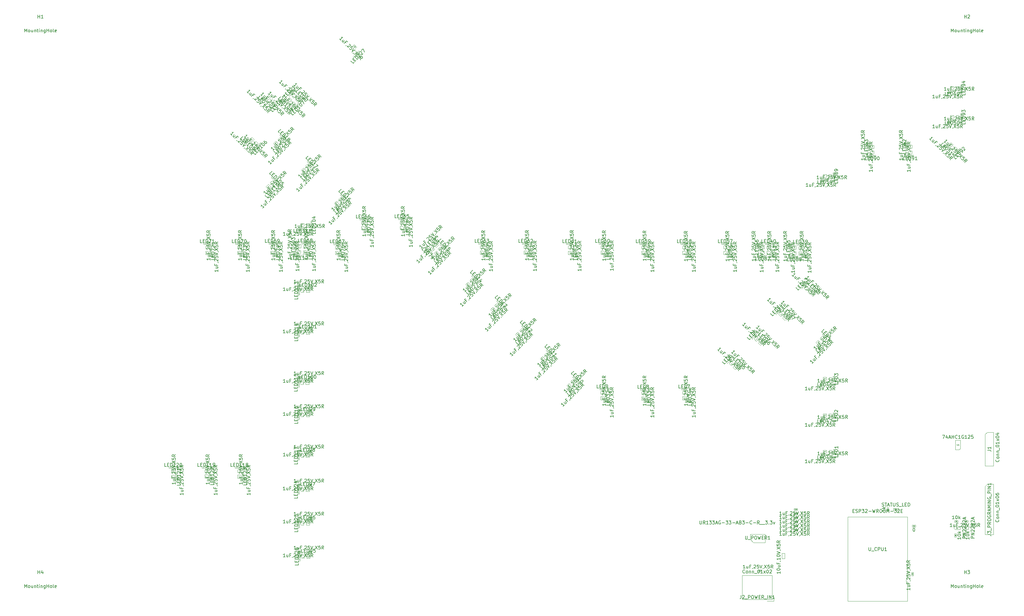
<source format=gbr>
%TF.GenerationSoftware,KiCad,Pcbnew,7.0.1*%
%TF.CreationDate,2023-09-17T14:31:18-07:00*%
%TF.ProjectId,vancouver-skytrain-pcb,76616e63-6f75-4766-9572-2d736b797472,rev?*%
%TF.SameCoordinates,Original*%
%TF.FileFunction,AssemblyDrawing,Top*%
%FSLAX46Y46*%
G04 Gerber Fmt 4.6, Leading zero omitted, Abs format (unit mm)*
G04 Created by KiCad (PCBNEW 7.0.1) date 2023-09-17 14:31:18*
%MOMM*%
%LPD*%
G01*
G04 APERTURE LIST*
%ADD10C,0.150000*%
%ADD11C,0.040000*%
%ADD12C,0.100000*%
%ADD13C,0.050000*%
%ADD14C,0.060000*%
G04 APERTURE END LIST*
D10*
%TO.C,C42*%
X82792619Y-95035714D02*
X82792619Y-95607142D01*
X82792619Y-95321428D02*
X81792619Y-95321428D01*
X81792619Y-95321428D02*
X81935476Y-95416666D01*
X81935476Y-95416666D02*
X82030714Y-95511904D01*
X82030714Y-95511904D02*
X82078333Y-95607142D01*
X82125952Y-94178571D02*
X82792619Y-94178571D01*
X82125952Y-94607142D02*
X82649761Y-94607142D01*
X82649761Y-94607142D02*
X82745000Y-94559523D01*
X82745000Y-94559523D02*
X82792619Y-94464285D01*
X82792619Y-94464285D02*
X82792619Y-94321428D01*
X82792619Y-94321428D02*
X82745000Y-94226190D01*
X82745000Y-94226190D02*
X82697380Y-94178571D01*
X82268809Y-93369047D02*
X82268809Y-93702380D01*
X82792619Y-93702380D02*
X81792619Y-93702380D01*
X81792619Y-93702380D02*
X81792619Y-93226190D01*
X82745000Y-92797618D02*
X82792619Y-92797618D01*
X82792619Y-92797618D02*
X82887857Y-92845237D01*
X82887857Y-92845237D02*
X82935476Y-92892856D01*
X81887857Y-92416666D02*
X81840238Y-92369047D01*
X81840238Y-92369047D02*
X81792619Y-92273809D01*
X81792619Y-92273809D02*
X81792619Y-92035714D01*
X81792619Y-92035714D02*
X81840238Y-91940476D01*
X81840238Y-91940476D02*
X81887857Y-91892857D01*
X81887857Y-91892857D02*
X81983095Y-91845238D01*
X81983095Y-91845238D02*
X82078333Y-91845238D01*
X82078333Y-91845238D02*
X82221190Y-91892857D01*
X82221190Y-91892857D02*
X82792619Y-92464285D01*
X82792619Y-92464285D02*
X82792619Y-91845238D01*
X81792619Y-90940476D02*
X81792619Y-91416666D01*
X81792619Y-91416666D02*
X82268809Y-91464285D01*
X82268809Y-91464285D02*
X82221190Y-91416666D01*
X82221190Y-91416666D02*
X82173571Y-91321428D01*
X82173571Y-91321428D02*
X82173571Y-91083333D01*
X82173571Y-91083333D02*
X82221190Y-90988095D01*
X82221190Y-90988095D02*
X82268809Y-90940476D01*
X82268809Y-90940476D02*
X82364047Y-90892857D01*
X82364047Y-90892857D02*
X82602142Y-90892857D01*
X82602142Y-90892857D02*
X82697380Y-90940476D01*
X82697380Y-90940476D02*
X82745000Y-90988095D01*
X82745000Y-90988095D02*
X82792619Y-91083333D01*
X82792619Y-91083333D02*
X82792619Y-91321428D01*
X82792619Y-91321428D02*
X82745000Y-91416666D01*
X82745000Y-91416666D02*
X82697380Y-91464285D01*
X81792619Y-90607142D02*
X82792619Y-90273809D01*
X82792619Y-90273809D02*
X81792619Y-89940476D01*
X82745000Y-89559523D02*
X82792619Y-89559523D01*
X82792619Y-89559523D02*
X82887857Y-89607142D01*
X82887857Y-89607142D02*
X82935476Y-89654761D01*
X81792619Y-89226190D02*
X82792619Y-88559524D01*
X81792619Y-88559524D02*
X82792619Y-89226190D01*
X81792619Y-87702381D02*
X81792619Y-88178571D01*
X81792619Y-88178571D02*
X82268809Y-88226190D01*
X82268809Y-88226190D02*
X82221190Y-88178571D01*
X82221190Y-88178571D02*
X82173571Y-88083333D01*
X82173571Y-88083333D02*
X82173571Y-87845238D01*
X82173571Y-87845238D02*
X82221190Y-87750000D01*
X82221190Y-87750000D02*
X82268809Y-87702381D01*
X82268809Y-87702381D02*
X82364047Y-87654762D01*
X82364047Y-87654762D02*
X82602142Y-87654762D01*
X82602142Y-87654762D02*
X82697380Y-87702381D01*
X82697380Y-87702381D02*
X82745000Y-87750000D01*
X82745000Y-87750000D02*
X82792619Y-87845238D01*
X82792619Y-87845238D02*
X82792619Y-88083333D01*
X82792619Y-88083333D02*
X82745000Y-88178571D01*
X82745000Y-88178571D02*
X82697380Y-88226190D01*
X82792619Y-86654762D02*
X82316428Y-86988095D01*
X82792619Y-87226190D02*
X81792619Y-87226190D01*
X81792619Y-87226190D02*
X81792619Y-86845238D01*
X81792619Y-86845238D02*
X81840238Y-86750000D01*
X81840238Y-86750000D02*
X81887857Y-86702381D01*
X81887857Y-86702381D02*
X81983095Y-86654762D01*
X81983095Y-86654762D02*
X82125952Y-86654762D01*
X82125952Y-86654762D02*
X82221190Y-86702381D01*
X82221190Y-86702381D02*
X82268809Y-86750000D01*
X82268809Y-86750000D02*
X82316428Y-86845238D01*
X82316428Y-86845238D02*
X82316428Y-87226190D01*
D11*
X83591845Y-90910714D02*
X83603750Y-90922618D01*
X83603750Y-90922618D02*
X83615654Y-90958333D01*
X83615654Y-90958333D02*
X83615654Y-90982142D01*
X83615654Y-90982142D02*
X83603750Y-91017856D01*
X83603750Y-91017856D02*
X83579940Y-91041666D01*
X83579940Y-91041666D02*
X83556130Y-91053571D01*
X83556130Y-91053571D02*
X83508511Y-91065475D01*
X83508511Y-91065475D02*
X83472797Y-91065475D01*
X83472797Y-91065475D02*
X83425178Y-91053571D01*
X83425178Y-91053571D02*
X83401369Y-91041666D01*
X83401369Y-91041666D02*
X83377559Y-91017856D01*
X83377559Y-91017856D02*
X83365654Y-90982142D01*
X83365654Y-90982142D02*
X83365654Y-90958333D01*
X83365654Y-90958333D02*
X83377559Y-90922618D01*
X83377559Y-90922618D02*
X83389464Y-90910714D01*
X83448988Y-90696428D02*
X83615654Y-90696428D01*
X83353750Y-90755952D02*
X83532321Y-90815475D01*
X83532321Y-90815475D02*
X83532321Y-90660714D01*
X83389464Y-90577380D02*
X83377559Y-90565476D01*
X83377559Y-90565476D02*
X83365654Y-90541666D01*
X83365654Y-90541666D02*
X83365654Y-90482142D01*
X83365654Y-90482142D02*
X83377559Y-90458333D01*
X83377559Y-90458333D02*
X83389464Y-90446428D01*
X83389464Y-90446428D02*
X83413273Y-90434523D01*
X83413273Y-90434523D02*
X83437083Y-90434523D01*
X83437083Y-90434523D02*
X83472797Y-90446428D01*
X83472797Y-90446428D02*
X83615654Y-90589285D01*
X83615654Y-90589285D02*
X83615654Y-90434523D01*
D10*
%TO.C,LED66*%
X117904761Y-82912619D02*
X117428571Y-82912619D01*
X117428571Y-82912619D02*
X117428571Y-81912619D01*
X118238095Y-82388809D02*
X118571428Y-82388809D01*
X118714285Y-82912619D02*
X118238095Y-82912619D01*
X118238095Y-82912619D02*
X118238095Y-81912619D01*
X118238095Y-81912619D02*
X118714285Y-81912619D01*
X119142857Y-82912619D02*
X119142857Y-81912619D01*
X119142857Y-81912619D02*
X119380952Y-81912619D01*
X119380952Y-81912619D02*
X119523809Y-81960238D01*
X119523809Y-81960238D02*
X119619047Y-82055476D01*
X119619047Y-82055476D02*
X119666666Y-82150714D01*
X119666666Y-82150714D02*
X119714285Y-82341190D01*
X119714285Y-82341190D02*
X119714285Y-82484047D01*
X119714285Y-82484047D02*
X119666666Y-82674523D01*
X119666666Y-82674523D02*
X119619047Y-82769761D01*
X119619047Y-82769761D02*
X119523809Y-82865000D01*
X119523809Y-82865000D02*
X119380952Y-82912619D01*
X119380952Y-82912619D02*
X119142857Y-82912619D01*
X120571428Y-81912619D02*
X120380952Y-81912619D01*
X120380952Y-81912619D02*
X120285714Y-81960238D01*
X120285714Y-81960238D02*
X120238095Y-82007857D01*
X120238095Y-82007857D02*
X120142857Y-82150714D01*
X120142857Y-82150714D02*
X120095238Y-82341190D01*
X120095238Y-82341190D02*
X120095238Y-82722142D01*
X120095238Y-82722142D02*
X120142857Y-82817380D01*
X120142857Y-82817380D02*
X120190476Y-82865000D01*
X120190476Y-82865000D02*
X120285714Y-82912619D01*
X120285714Y-82912619D02*
X120476190Y-82912619D01*
X120476190Y-82912619D02*
X120571428Y-82865000D01*
X120571428Y-82865000D02*
X120619047Y-82817380D01*
X120619047Y-82817380D02*
X120666666Y-82722142D01*
X120666666Y-82722142D02*
X120666666Y-82484047D01*
X120666666Y-82484047D02*
X120619047Y-82388809D01*
X120619047Y-82388809D02*
X120571428Y-82341190D01*
X120571428Y-82341190D02*
X120476190Y-82293571D01*
X120476190Y-82293571D02*
X120285714Y-82293571D01*
X120285714Y-82293571D02*
X120190476Y-82341190D01*
X120190476Y-82341190D02*
X120142857Y-82388809D01*
X120142857Y-82388809D02*
X120095238Y-82484047D01*
X121523809Y-81912619D02*
X121333333Y-81912619D01*
X121333333Y-81912619D02*
X121238095Y-81960238D01*
X121238095Y-81960238D02*
X121190476Y-82007857D01*
X121190476Y-82007857D02*
X121095238Y-82150714D01*
X121095238Y-82150714D02*
X121047619Y-82341190D01*
X121047619Y-82341190D02*
X121047619Y-82722142D01*
X121047619Y-82722142D02*
X121095238Y-82817380D01*
X121095238Y-82817380D02*
X121142857Y-82865000D01*
X121142857Y-82865000D02*
X121238095Y-82912619D01*
X121238095Y-82912619D02*
X121428571Y-82912619D01*
X121428571Y-82912619D02*
X121523809Y-82865000D01*
X121523809Y-82865000D02*
X121571428Y-82817380D01*
X121571428Y-82817380D02*
X121619047Y-82722142D01*
X121619047Y-82722142D02*
X121619047Y-82484047D01*
X121619047Y-82484047D02*
X121571428Y-82388809D01*
X121571428Y-82388809D02*
X121523809Y-82341190D01*
X121523809Y-82341190D02*
X121428571Y-82293571D01*
X121428571Y-82293571D02*
X121238095Y-82293571D01*
X121238095Y-82293571D02*
X121142857Y-82341190D01*
X121142857Y-82341190D02*
X121095238Y-82388809D01*
X121095238Y-82388809D02*
X121047619Y-82484047D01*
D12*
X118702381Y-83431309D02*
X118464286Y-83431309D01*
X118464286Y-83431309D02*
X118464286Y-82931309D01*
X118869048Y-83169404D02*
X119035715Y-83169404D01*
X119107143Y-83431309D02*
X118869048Y-83431309D01*
X118869048Y-83431309D02*
X118869048Y-82931309D01*
X118869048Y-82931309D02*
X119107143Y-82931309D01*
X119321429Y-83431309D02*
X119321429Y-82931309D01*
X119321429Y-82931309D02*
X119440477Y-82931309D01*
X119440477Y-82931309D02*
X119511905Y-82955119D01*
X119511905Y-82955119D02*
X119559524Y-83002738D01*
X119559524Y-83002738D02*
X119583334Y-83050357D01*
X119583334Y-83050357D02*
X119607143Y-83145595D01*
X119607143Y-83145595D02*
X119607143Y-83217023D01*
X119607143Y-83217023D02*
X119583334Y-83312261D01*
X119583334Y-83312261D02*
X119559524Y-83359880D01*
X119559524Y-83359880D02*
X119511905Y-83407500D01*
X119511905Y-83407500D02*
X119440477Y-83431309D01*
X119440477Y-83431309D02*
X119321429Y-83431309D01*
X120035715Y-82931309D02*
X119940477Y-82931309D01*
X119940477Y-82931309D02*
X119892858Y-82955119D01*
X119892858Y-82955119D02*
X119869048Y-82978928D01*
X119869048Y-82978928D02*
X119821429Y-83050357D01*
X119821429Y-83050357D02*
X119797620Y-83145595D01*
X119797620Y-83145595D02*
X119797620Y-83336071D01*
X119797620Y-83336071D02*
X119821429Y-83383690D01*
X119821429Y-83383690D02*
X119845239Y-83407500D01*
X119845239Y-83407500D02*
X119892858Y-83431309D01*
X119892858Y-83431309D02*
X119988096Y-83431309D01*
X119988096Y-83431309D02*
X120035715Y-83407500D01*
X120035715Y-83407500D02*
X120059524Y-83383690D01*
X120059524Y-83383690D02*
X120083334Y-83336071D01*
X120083334Y-83336071D02*
X120083334Y-83217023D01*
X120083334Y-83217023D02*
X120059524Y-83169404D01*
X120059524Y-83169404D02*
X120035715Y-83145595D01*
X120035715Y-83145595D02*
X119988096Y-83121785D01*
X119988096Y-83121785D02*
X119892858Y-83121785D01*
X119892858Y-83121785D02*
X119845239Y-83145595D01*
X119845239Y-83145595D02*
X119821429Y-83169404D01*
X119821429Y-83169404D02*
X119797620Y-83217023D01*
X120511905Y-82931309D02*
X120416667Y-82931309D01*
X120416667Y-82931309D02*
X120369048Y-82955119D01*
X120369048Y-82955119D02*
X120345238Y-82978928D01*
X120345238Y-82978928D02*
X120297619Y-83050357D01*
X120297619Y-83050357D02*
X120273810Y-83145595D01*
X120273810Y-83145595D02*
X120273810Y-83336071D01*
X120273810Y-83336071D02*
X120297619Y-83383690D01*
X120297619Y-83383690D02*
X120321429Y-83407500D01*
X120321429Y-83407500D02*
X120369048Y-83431309D01*
X120369048Y-83431309D02*
X120464286Y-83431309D01*
X120464286Y-83431309D02*
X120511905Y-83407500D01*
X120511905Y-83407500D02*
X120535714Y-83383690D01*
X120535714Y-83383690D02*
X120559524Y-83336071D01*
X120559524Y-83336071D02*
X120559524Y-83217023D01*
X120559524Y-83217023D02*
X120535714Y-83169404D01*
X120535714Y-83169404D02*
X120511905Y-83145595D01*
X120511905Y-83145595D02*
X120464286Y-83121785D01*
X120464286Y-83121785D02*
X120369048Y-83121785D01*
X120369048Y-83121785D02*
X120321429Y-83145595D01*
X120321429Y-83145595D02*
X120297619Y-83169404D01*
X120297619Y-83169404D02*
X120273810Y-83217023D01*
D10*
%TO.C,LED122*%
X74362619Y-163071428D02*
X74362619Y-163547618D01*
X74362619Y-163547618D02*
X73362619Y-163547618D01*
X73838809Y-162738094D02*
X73838809Y-162404761D01*
X74362619Y-162261904D02*
X74362619Y-162738094D01*
X74362619Y-162738094D02*
X73362619Y-162738094D01*
X73362619Y-162738094D02*
X73362619Y-162261904D01*
X74362619Y-161833332D02*
X73362619Y-161833332D01*
X73362619Y-161833332D02*
X73362619Y-161595237D01*
X73362619Y-161595237D02*
X73410238Y-161452380D01*
X73410238Y-161452380D02*
X73505476Y-161357142D01*
X73505476Y-161357142D02*
X73600714Y-161309523D01*
X73600714Y-161309523D02*
X73791190Y-161261904D01*
X73791190Y-161261904D02*
X73934047Y-161261904D01*
X73934047Y-161261904D02*
X74124523Y-161309523D01*
X74124523Y-161309523D02*
X74219761Y-161357142D01*
X74219761Y-161357142D02*
X74315000Y-161452380D01*
X74315000Y-161452380D02*
X74362619Y-161595237D01*
X74362619Y-161595237D02*
X74362619Y-161833332D01*
X74362619Y-160309523D02*
X74362619Y-160880951D01*
X74362619Y-160595237D02*
X73362619Y-160595237D01*
X73362619Y-160595237D02*
X73505476Y-160690475D01*
X73505476Y-160690475D02*
X73600714Y-160785713D01*
X73600714Y-160785713D02*
X73648333Y-160880951D01*
X73457857Y-159928570D02*
X73410238Y-159880951D01*
X73410238Y-159880951D02*
X73362619Y-159785713D01*
X73362619Y-159785713D02*
X73362619Y-159547618D01*
X73362619Y-159547618D02*
X73410238Y-159452380D01*
X73410238Y-159452380D02*
X73457857Y-159404761D01*
X73457857Y-159404761D02*
X73553095Y-159357142D01*
X73553095Y-159357142D02*
X73648333Y-159357142D01*
X73648333Y-159357142D02*
X73791190Y-159404761D01*
X73791190Y-159404761D02*
X74362619Y-159976189D01*
X74362619Y-159976189D02*
X74362619Y-159357142D01*
X73457857Y-158976189D02*
X73410238Y-158928570D01*
X73410238Y-158928570D02*
X73362619Y-158833332D01*
X73362619Y-158833332D02*
X73362619Y-158595237D01*
X73362619Y-158595237D02*
X73410238Y-158499999D01*
X73410238Y-158499999D02*
X73457857Y-158452380D01*
X73457857Y-158452380D02*
X73553095Y-158404761D01*
X73553095Y-158404761D02*
X73648333Y-158404761D01*
X73648333Y-158404761D02*
X73791190Y-158452380D01*
X73791190Y-158452380D02*
X74362619Y-159023808D01*
X74362619Y-159023808D02*
X74362619Y-158404761D01*
D12*
X73381309Y-162035713D02*
X73381309Y-162273808D01*
X73381309Y-162273808D02*
X72881309Y-162273808D01*
X73119404Y-161869046D02*
X73119404Y-161702379D01*
X73381309Y-161630951D02*
X73381309Y-161869046D01*
X73381309Y-161869046D02*
X72881309Y-161869046D01*
X72881309Y-161869046D02*
X72881309Y-161630951D01*
X73381309Y-161416665D02*
X72881309Y-161416665D01*
X72881309Y-161416665D02*
X72881309Y-161297617D01*
X72881309Y-161297617D02*
X72905119Y-161226189D01*
X72905119Y-161226189D02*
X72952738Y-161178570D01*
X72952738Y-161178570D02*
X73000357Y-161154760D01*
X73000357Y-161154760D02*
X73095595Y-161130951D01*
X73095595Y-161130951D02*
X73167023Y-161130951D01*
X73167023Y-161130951D02*
X73262261Y-161154760D01*
X73262261Y-161154760D02*
X73309880Y-161178570D01*
X73309880Y-161178570D02*
X73357500Y-161226189D01*
X73357500Y-161226189D02*
X73381309Y-161297617D01*
X73381309Y-161297617D02*
X73381309Y-161416665D01*
X73381309Y-160654760D02*
X73381309Y-160940474D01*
X73381309Y-160797617D02*
X72881309Y-160797617D01*
X72881309Y-160797617D02*
X72952738Y-160845236D01*
X72952738Y-160845236D02*
X73000357Y-160892855D01*
X73000357Y-160892855D02*
X73024166Y-160940474D01*
X72928928Y-160464284D02*
X72905119Y-160440475D01*
X72905119Y-160440475D02*
X72881309Y-160392856D01*
X72881309Y-160392856D02*
X72881309Y-160273808D01*
X72881309Y-160273808D02*
X72905119Y-160226189D01*
X72905119Y-160226189D02*
X72928928Y-160202380D01*
X72928928Y-160202380D02*
X72976547Y-160178570D01*
X72976547Y-160178570D02*
X73024166Y-160178570D01*
X73024166Y-160178570D02*
X73095595Y-160202380D01*
X73095595Y-160202380D02*
X73381309Y-160488094D01*
X73381309Y-160488094D02*
X73381309Y-160178570D01*
X72928928Y-159988094D02*
X72905119Y-159964285D01*
X72905119Y-159964285D02*
X72881309Y-159916666D01*
X72881309Y-159916666D02*
X72881309Y-159797618D01*
X72881309Y-159797618D02*
X72905119Y-159749999D01*
X72905119Y-159749999D02*
X72928928Y-159726190D01*
X72928928Y-159726190D02*
X72976547Y-159702380D01*
X72976547Y-159702380D02*
X73024166Y-159702380D01*
X73024166Y-159702380D02*
X73095595Y-159726190D01*
X73095595Y-159726190D02*
X73381309Y-160011904D01*
X73381309Y-160011904D02*
X73381309Y-159702380D01*
D10*
%TO.C,LED20*%
X99534394Y-45110639D02*
X99197676Y-44773921D01*
X99197676Y-44773921D02*
X99904783Y-44066814D01*
X100140485Y-44975952D02*
X100376188Y-45211654D01*
X100106814Y-45683059D02*
X99770096Y-45346341D01*
X99770096Y-45346341D02*
X100477203Y-44639234D01*
X100477203Y-44639234D02*
X100813920Y-44975952D01*
X100409859Y-45986104D02*
X101116966Y-45278998D01*
X101116966Y-45278998D02*
X101285325Y-45447356D01*
X101285325Y-45447356D02*
X101352668Y-45582043D01*
X101352668Y-45582043D02*
X101352668Y-45716730D01*
X101352668Y-45716730D02*
X101318997Y-45817746D01*
X101318997Y-45817746D02*
X101217981Y-45986104D01*
X101217981Y-45986104D02*
X101116966Y-46087120D01*
X101116966Y-46087120D02*
X100948607Y-46188135D01*
X100948607Y-46188135D02*
X100847592Y-46221807D01*
X100847592Y-46221807D02*
X100712905Y-46221807D01*
X100712905Y-46221807D02*
X100578218Y-46154463D01*
X100578218Y-46154463D02*
X100409859Y-45986104D01*
X101723058Y-46019776D02*
X101790401Y-46019776D01*
X101790401Y-46019776D02*
X101891416Y-46053448D01*
X101891416Y-46053448D02*
X102059775Y-46221807D01*
X102059775Y-46221807D02*
X102093447Y-46322822D01*
X102093447Y-46322822D02*
X102093447Y-46390166D01*
X102093447Y-46390166D02*
X102059775Y-46491181D01*
X102059775Y-46491181D02*
X101992432Y-46558524D01*
X101992432Y-46558524D02*
X101857745Y-46625868D01*
X101857745Y-46625868D02*
X101049623Y-46625868D01*
X101049623Y-46625868D02*
X101487355Y-47063601D01*
X102632195Y-46794227D02*
X102699539Y-46861570D01*
X102699539Y-46861570D02*
X102733210Y-46962585D01*
X102733210Y-46962585D02*
X102733210Y-47029929D01*
X102733210Y-47029929D02*
X102699539Y-47130944D01*
X102699539Y-47130944D02*
X102598523Y-47299303D01*
X102598523Y-47299303D02*
X102430164Y-47467662D01*
X102430164Y-47467662D02*
X102261806Y-47568677D01*
X102261806Y-47568677D02*
X102160790Y-47602349D01*
X102160790Y-47602349D02*
X102093447Y-47602349D01*
X102093447Y-47602349D02*
X101992432Y-47568677D01*
X101992432Y-47568677D02*
X101925088Y-47501333D01*
X101925088Y-47501333D02*
X101891416Y-47400318D01*
X101891416Y-47400318D02*
X101891416Y-47332975D01*
X101891416Y-47332975D02*
X101925088Y-47231959D01*
X101925088Y-47231959D02*
X102026103Y-47063601D01*
X102026103Y-47063601D02*
X102194462Y-46895242D01*
X102194462Y-46895242D02*
X102362821Y-46794227D01*
X102362821Y-46794227D02*
X102463836Y-46760555D01*
X102463836Y-46760555D02*
X102531180Y-46760555D01*
X102531180Y-46760555D02*
X102632195Y-46794227D01*
D12*
X99731627Y-46041411D02*
X99563268Y-45873052D01*
X99563268Y-45873052D02*
X99916821Y-45519499D01*
X100034673Y-45974067D02*
X100152524Y-46091919D01*
X100017837Y-46327621D02*
X99849478Y-46159262D01*
X99849478Y-46159262D02*
X100203031Y-45805709D01*
X100203031Y-45805709D02*
X100371390Y-45974067D01*
X100169360Y-46479144D02*
X100522913Y-46125590D01*
X100522913Y-46125590D02*
X100607092Y-46209770D01*
X100607092Y-46209770D02*
X100640764Y-46277113D01*
X100640764Y-46277113D02*
X100640764Y-46344457D01*
X100640764Y-46344457D02*
X100623928Y-46394964D01*
X100623928Y-46394964D02*
X100573421Y-46479144D01*
X100573421Y-46479144D02*
X100522913Y-46529651D01*
X100522913Y-46529651D02*
X100438734Y-46580159D01*
X100438734Y-46580159D02*
X100388226Y-46596995D01*
X100388226Y-46596995D02*
X100320883Y-46596995D01*
X100320883Y-46596995D02*
X100253539Y-46563323D01*
X100253539Y-46563323D02*
X100169360Y-46479144D01*
X100825959Y-46495980D02*
X100859631Y-46495980D01*
X100859631Y-46495980D02*
X100910138Y-46512815D01*
X100910138Y-46512815D02*
X100994318Y-46596995D01*
X100994318Y-46596995D02*
X101011153Y-46647502D01*
X101011153Y-46647502D02*
X101011153Y-46681174D01*
X101011153Y-46681174D02*
X100994318Y-46731682D01*
X100994318Y-46731682D02*
X100960646Y-46765354D01*
X100960646Y-46765354D02*
X100893302Y-46799025D01*
X100893302Y-46799025D02*
X100489241Y-46799025D01*
X100489241Y-46799025D02*
X100708108Y-47017892D01*
X101280527Y-46883204D02*
X101314199Y-46916876D01*
X101314199Y-46916876D02*
X101331035Y-46967384D01*
X101331035Y-46967384D02*
X101331035Y-47001056D01*
X101331035Y-47001056D02*
X101314199Y-47051563D01*
X101314199Y-47051563D02*
X101263691Y-47135743D01*
X101263691Y-47135743D02*
X101179512Y-47219922D01*
X101179512Y-47219922D02*
X101095332Y-47270430D01*
X101095332Y-47270430D02*
X101044825Y-47287265D01*
X101044825Y-47287265D02*
X101011153Y-47287265D01*
X101011153Y-47287265D02*
X100960645Y-47270430D01*
X100960645Y-47270430D02*
X100926974Y-47236758D01*
X100926974Y-47236758D02*
X100910138Y-47186250D01*
X100910138Y-47186250D02*
X100910138Y-47152578D01*
X100910138Y-47152578D02*
X100926974Y-47102071D01*
X100926974Y-47102071D02*
X100977481Y-47017891D01*
X100977481Y-47017891D02*
X101061661Y-46933712D01*
X101061661Y-46933712D02*
X101145840Y-46883204D01*
X101145840Y-46883204D02*
X101196348Y-46866369D01*
X101196348Y-46866369D02*
X101230019Y-46866369D01*
X101230019Y-46866369D02*
X101280527Y-46883204D01*
D10*
%TO.C,C66*%
X88969736Y-45969348D02*
X88565675Y-45565287D01*
X88767705Y-45767317D02*
X89474812Y-45060211D01*
X89474812Y-45060211D02*
X89306453Y-45093882D01*
X89306453Y-45093882D02*
X89171766Y-45093882D01*
X89171766Y-45093882D02*
X89070751Y-45060211D01*
X90047232Y-46104035D02*
X89575827Y-46575440D01*
X89744186Y-45800989D02*
X89373797Y-46171379D01*
X89373797Y-46171379D02*
X89340125Y-46272394D01*
X89340125Y-46272394D02*
X89373797Y-46373409D01*
X89373797Y-46373409D02*
X89474812Y-46474424D01*
X89474812Y-46474424D02*
X89575827Y-46508096D01*
X89575827Y-46508096D02*
X89643171Y-46508096D01*
X90518637Y-46777470D02*
X90282934Y-46541768D01*
X89912545Y-46912157D02*
X90619652Y-46205050D01*
X90619652Y-46205050D02*
X90956369Y-46541768D01*
X90585980Y-47518249D02*
X90552308Y-47551920D01*
X90552308Y-47551920D02*
X90451293Y-47585592D01*
X90451293Y-47585592D02*
X90383950Y-47585592D01*
X91461445Y-47181531D02*
X91528789Y-47181531D01*
X91528789Y-47181531D02*
X91629804Y-47215203D01*
X91629804Y-47215203D02*
X91798163Y-47383561D01*
X91798163Y-47383561D02*
X91831835Y-47484577D01*
X91831835Y-47484577D02*
X91831835Y-47551920D01*
X91831835Y-47551920D02*
X91798163Y-47652935D01*
X91798163Y-47652935D02*
X91730819Y-47720279D01*
X91730819Y-47720279D02*
X91596132Y-47787622D01*
X91596132Y-47787622D02*
X90788010Y-47787622D01*
X90788010Y-47787622D02*
X91225743Y-48225355D01*
X92572613Y-48158012D02*
X92235896Y-47821294D01*
X92235896Y-47821294D02*
X91865506Y-48124340D01*
X91865506Y-48124340D02*
X91932850Y-48124340D01*
X91932850Y-48124340D02*
X92033865Y-48158012D01*
X92033865Y-48158012D02*
X92202224Y-48326370D01*
X92202224Y-48326370D02*
X92235896Y-48427386D01*
X92235896Y-48427386D02*
X92235896Y-48494729D01*
X92235896Y-48494729D02*
X92202224Y-48595744D01*
X92202224Y-48595744D02*
X92033865Y-48764103D01*
X92033865Y-48764103D02*
X91932850Y-48797775D01*
X91932850Y-48797775D02*
X91865506Y-48797775D01*
X91865506Y-48797775D02*
X91764491Y-48764103D01*
X91764491Y-48764103D02*
X91596132Y-48595744D01*
X91596132Y-48595744D02*
X91562461Y-48494729D01*
X91562461Y-48494729D02*
X91562461Y-48427386D01*
X92808315Y-48393714D02*
X92336911Y-49336523D01*
X92336911Y-49336523D02*
X93279720Y-48865119D01*
X92875659Y-49807928D02*
X92841987Y-49841599D01*
X92841987Y-49841599D02*
X92740972Y-49875271D01*
X92740972Y-49875271D02*
X92673629Y-49875271D01*
X93784796Y-49370195D02*
X93549094Y-50548706D01*
X94256201Y-49841599D02*
X93077689Y-50077301D01*
X94862292Y-50447691D02*
X94525575Y-50110973D01*
X94525575Y-50110973D02*
X94155185Y-50414019D01*
X94155185Y-50414019D02*
X94222529Y-50414019D01*
X94222529Y-50414019D02*
X94323544Y-50447691D01*
X94323544Y-50447691D02*
X94491903Y-50616049D01*
X94491903Y-50616049D02*
X94525575Y-50717065D01*
X94525575Y-50717065D02*
X94525575Y-50784408D01*
X94525575Y-50784408D02*
X94491903Y-50885423D01*
X94491903Y-50885423D02*
X94323544Y-51053782D01*
X94323544Y-51053782D02*
X94222529Y-51087454D01*
X94222529Y-51087454D02*
X94155185Y-51087454D01*
X94155185Y-51087454D02*
X94054170Y-51053782D01*
X94054170Y-51053782D02*
X93885811Y-50885423D01*
X93885811Y-50885423D02*
X93852140Y-50784408D01*
X93852140Y-50784408D02*
X93852140Y-50717065D01*
X94895964Y-51895576D02*
X94996979Y-51323156D01*
X94491903Y-51491515D02*
X95199010Y-50784408D01*
X95199010Y-50784408D02*
X95468384Y-51053782D01*
X95468384Y-51053782D02*
X95502055Y-51154797D01*
X95502055Y-51154797D02*
X95502055Y-51222141D01*
X95502055Y-51222141D02*
X95468384Y-51323156D01*
X95468384Y-51323156D02*
X95367368Y-51424171D01*
X95367368Y-51424171D02*
X95266353Y-51457843D01*
X95266353Y-51457843D02*
X95199010Y-51457843D01*
X95199010Y-51457843D02*
X95097994Y-51424171D01*
X95097994Y-51424171D02*
X94828620Y-51154797D01*
D11*
X91321413Y-49451302D02*
X91304577Y-49451302D01*
X91304577Y-49451302D02*
X91270905Y-49434466D01*
X91270905Y-49434466D02*
X91254070Y-49417630D01*
X91254070Y-49417630D02*
X91237234Y-49383958D01*
X91237234Y-49383958D02*
X91237234Y-49350287D01*
X91237234Y-49350287D02*
X91245652Y-49325033D01*
X91245652Y-49325033D02*
X91270905Y-49282943D01*
X91270905Y-49282943D02*
X91296159Y-49257689D01*
X91296159Y-49257689D02*
X91338249Y-49232436D01*
X91338249Y-49232436D02*
X91363503Y-49224018D01*
X91363503Y-49224018D02*
X91397175Y-49224018D01*
X91397175Y-49224018D02*
X91430846Y-49240853D01*
X91430846Y-49240853D02*
X91447682Y-49257689D01*
X91447682Y-49257689D02*
X91464518Y-49291361D01*
X91464518Y-49291361D02*
X91464518Y-49308197D01*
X91632877Y-49442884D02*
X91599205Y-49409212D01*
X91599205Y-49409212D02*
X91573951Y-49400794D01*
X91573951Y-49400794D02*
X91557115Y-49400794D01*
X91557115Y-49400794D02*
X91515026Y-49409212D01*
X91515026Y-49409212D02*
X91472936Y-49434466D01*
X91472936Y-49434466D02*
X91405592Y-49501810D01*
X91405592Y-49501810D02*
X91397175Y-49527063D01*
X91397175Y-49527063D02*
X91397175Y-49543899D01*
X91397175Y-49543899D02*
X91405592Y-49569153D01*
X91405592Y-49569153D02*
X91439264Y-49602825D01*
X91439264Y-49602825D02*
X91464518Y-49611243D01*
X91464518Y-49611243D02*
X91481354Y-49611243D01*
X91481354Y-49611243D02*
X91506608Y-49602825D01*
X91506608Y-49602825D02*
X91548697Y-49560735D01*
X91548697Y-49560735D02*
X91557115Y-49535481D01*
X91557115Y-49535481D02*
X91557115Y-49518645D01*
X91557115Y-49518645D02*
X91548697Y-49493392D01*
X91548697Y-49493392D02*
X91515026Y-49459720D01*
X91515026Y-49459720D02*
X91489772Y-49451302D01*
X91489772Y-49451302D02*
X91472936Y-49451302D01*
X91472936Y-49451302D02*
X91447682Y-49459720D01*
X91801235Y-49611243D02*
X91767564Y-49577571D01*
X91767564Y-49577571D02*
X91742310Y-49569153D01*
X91742310Y-49569153D02*
X91725474Y-49569153D01*
X91725474Y-49569153D02*
X91683384Y-49577571D01*
X91683384Y-49577571D02*
X91641295Y-49602825D01*
X91641295Y-49602825D02*
X91573951Y-49670168D01*
X91573951Y-49670168D02*
X91565533Y-49695422D01*
X91565533Y-49695422D02*
X91565533Y-49712258D01*
X91565533Y-49712258D02*
X91573951Y-49737512D01*
X91573951Y-49737512D02*
X91607623Y-49771183D01*
X91607623Y-49771183D02*
X91632877Y-49779601D01*
X91632877Y-49779601D02*
X91649713Y-49779601D01*
X91649713Y-49779601D02*
X91674966Y-49771183D01*
X91674966Y-49771183D02*
X91717056Y-49729094D01*
X91717056Y-49729094D02*
X91725474Y-49703840D01*
X91725474Y-49703840D02*
X91725474Y-49687004D01*
X91725474Y-49687004D02*
X91717056Y-49661750D01*
X91717056Y-49661750D02*
X91683384Y-49628078D01*
X91683384Y-49628078D02*
X91658130Y-49619660D01*
X91658130Y-49619660D02*
X91641295Y-49619660D01*
X91641295Y-49619660D02*
X91616041Y-49628078D01*
D10*
%TO.C,LED67*%
X110054761Y-90412619D02*
X109578571Y-90412619D01*
X109578571Y-90412619D02*
X109578571Y-89412619D01*
X110388095Y-89888809D02*
X110721428Y-89888809D01*
X110864285Y-90412619D02*
X110388095Y-90412619D01*
X110388095Y-90412619D02*
X110388095Y-89412619D01*
X110388095Y-89412619D02*
X110864285Y-89412619D01*
X111292857Y-90412619D02*
X111292857Y-89412619D01*
X111292857Y-89412619D02*
X111530952Y-89412619D01*
X111530952Y-89412619D02*
X111673809Y-89460238D01*
X111673809Y-89460238D02*
X111769047Y-89555476D01*
X111769047Y-89555476D02*
X111816666Y-89650714D01*
X111816666Y-89650714D02*
X111864285Y-89841190D01*
X111864285Y-89841190D02*
X111864285Y-89984047D01*
X111864285Y-89984047D02*
X111816666Y-90174523D01*
X111816666Y-90174523D02*
X111769047Y-90269761D01*
X111769047Y-90269761D02*
X111673809Y-90365000D01*
X111673809Y-90365000D02*
X111530952Y-90412619D01*
X111530952Y-90412619D02*
X111292857Y-90412619D01*
X112721428Y-89412619D02*
X112530952Y-89412619D01*
X112530952Y-89412619D02*
X112435714Y-89460238D01*
X112435714Y-89460238D02*
X112388095Y-89507857D01*
X112388095Y-89507857D02*
X112292857Y-89650714D01*
X112292857Y-89650714D02*
X112245238Y-89841190D01*
X112245238Y-89841190D02*
X112245238Y-90222142D01*
X112245238Y-90222142D02*
X112292857Y-90317380D01*
X112292857Y-90317380D02*
X112340476Y-90365000D01*
X112340476Y-90365000D02*
X112435714Y-90412619D01*
X112435714Y-90412619D02*
X112626190Y-90412619D01*
X112626190Y-90412619D02*
X112721428Y-90365000D01*
X112721428Y-90365000D02*
X112769047Y-90317380D01*
X112769047Y-90317380D02*
X112816666Y-90222142D01*
X112816666Y-90222142D02*
X112816666Y-89984047D01*
X112816666Y-89984047D02*
X112769047Y-89888809D01*
X112769047Y-89888809D02*
X112721428Y-89841190D01*
X112721428Y-89841190D02*
X112626190Y-89793571D01*
X112626190Y-89793571D02*
X112435714Y-89793571D01*
X112435714Y-89793571D02*
X112340476Y-89841190D01*
X112340476Y-89841190D02*
X112292857Y-89888809D01*
X112292857Y-89888809D02*
X112245238Y-89984047D01*
X113150000Y-89412619D02*
X113816666Y-89412619D01*
X113816666Y-89412619D02*
X113388095Y-90412619D01*
D12*
X110852381Y-90931309D02*
X110614286Y-90931309D01*
X110614286Y-90931309D02*
X110614286Y-90431309D01*
X111019048Y-90669404D02*
X111185715Y-90669404D01*
X111257143Y-90931309D02*
X111019048Y-90931309D01*
X111019048Y-90931309D02*
X111019048Y-90431309D01*
X111019048Y-90431309D02*
X111257143Y-90431309D01*
X111471429Y-90931309D02*
X111471429Y-90431309D01*
X111471429Y-90431309D02*
X111590477Y-90431309D01*
X111590477Y-90431309D02*
X111661905Y-90455119D01*
X111661905Y-90455119D02*
X111709524Y-90502738D01*
X111709524Y-90502738D02*
X111733334Y-90550357D01*
X111733334Y-90550357D02*
X111757143Y-90645595D01*
X111757143Y-90645595D02*
X111757143Y-90717023D01*
X111757143Y-90717023D02*
X111733334Y-90812261D01*
X111733334Y-90812261D02*
X111709524Y-90859880D01*
X111709524Y-90859880D02*
X111661905Y-90907500D01*
X111661905Y-90907500D02*
X111590477Y-90931309D01*
X111590477Y-90931309D02*
X111471429Y-90931309D01*
X112185715Y-90431309D02*
X112090477Y-90431309D01*
X112090477Y-90431309D02*
X112042858Y-90455119D01*
X112042858Y-90455119D02*
X112019048Y-90478928D01*
X112019048Y-90478928D02*
X111971429Y-90550357D01*
X111971429Y-90550357D02*
X111947620Y-90645595D01*
X111947620Y-90645595D02*
X111947620Y-90836071D01*
X111947620Y-90836071D02*
X111971429Y-90883690D01*
X111971429Y-90883690D02*
X111995239Y-90907500D01*
X111995239Y-90907500D02*
X112042858Y-90931309D01*
X112042858Y-90931309D02*
X112138096Y-90931309D01*
X112138096Y-90931309D02*
X112185715Y-90907500D01*
X112185715Y-90907500D02*
X112209524Y-90883690D01*
X112209524Y-90883690D02*
X112233334Y-90836071D01*
X112233334Y-90836071D02*
X112233334Y-90717023D01*
X112233334Y-90717023D02*
X112209524Y-90669404D01*
X112209524Y-90669404D02*
X112185715Y-90645595D01*
X112185715Y-90645595D02*
X112138096Y-90621785D01*
X112138096Y-90621785D02*
X112042858Y-90621785D01*
X112042858Y-90621785D02*
X111995239Y-90645595D01*
X111995239Y-90645595D02*
X111971429Y-90669404D01*
X111971429Y-90669404D02*
X111947620Y-90717023D01*
X112400000Y-90431309D02*
X112733333Y-90431309D01*
X112733333Y-90431309D02*
X112519048Y-90931309D01*
D10*
%TO.C,LED28*%
X159161554Y-113267561D02*
X158824836Y-113604279D01*
X158824836Y-113604279D02*
X158117729Y-112897172D01*
X159026867Y-112661470D02*
X159262569Y-112425767D01*
X159733974Y-112695141D02*
X159397256Y-113031859D01*
X159397256Y-113031859D02*
X158690149Y-112324752D01*
X158690149Y-112324752D02*
X159026867Y-111988035D01*
X160037019Y-112392096D02*
X159329913Y-111684989D01*
X159329913Y-111684989D02*
X159498271Y-111516630D01*
X159498271Y-111516630D02*
X159632958Y-111449287D01*
X159632958Y-111449287D02*
X159767645Y-111449287D01*
X159767645Y-111449287D02*
X159868661Y-111482958D01*
X159868661Y-111482958D02*
X160037019Y-111583974D01*
X160037019Y-111583974D02*
X160138035Y-111684989D01*
X160138035Y-111684989D02*
X160239050Y-111853348D01*
X160239050Y-111853348D02*
X160272722Y-111954363D01*
X160272722Y-111954363D02*
X160272722Y-112089050D01*
X160272722Y-112089050D02*
X160205378Y-112223737D01*
X160205378Y-112223737D02*
X160037019Y-112392096D01*
X160070691Y-111078897D02*
X160070691Y-111011554D01*
X160070691Y-111011554D02*
X160104363Y-110910539D01*
X160104363Y-110910539D02*
X160272722Y-110742180D01*
X160272722Y-110742180D02*
X160373737Y-110708508D01*
X160373737Y-110708508D02*
X160441081Y-110708508D01*
X160441081Y-110708508D02*
X160542096Y-110742180D01*
X160542096Y-110742180D02*
X160609439Y-110809523D01*
X160609439Y-110809523D02*
X160676783Y-110944210D01*
X160676783Y-110944210D02*
X160676783Y-111752332D01*
X160676783Y-111752332D02*
X161114516Y-111314600D01*
X161114516Y-110506478D02*
X161013500Y-110540149D01*
X161013500Y-110540149D02*
X160946157Y-110540149D01*
X160946157Y-110540149D02*
X160845142Y-110506478D01*
X160845142Y-110506478D02*
X160811470Y-110472806D01*
X160811470Y-110472806D02*
X160777798Y-110371791D01*
X160777798Y-110371791D02*
X160777798Y-110304447D01*
X160777798Y-110304447D02*
X160811470Y-110203432D01*
X160811470Y-110203432D02*
X160946157Y-110068745D01*
X160946157Y-110068745D02*
X161047172Y-110035073D01*
X161047172Y-110035073D02*
X161114516Y-110035073D01*
X161114516Y-110035073D02*
X161215531Y-110068745D01*
X161215531Y-110068745D02*
X161249203Y-110102416D01*
X161249203Y-110102416D02*
X161282874Y-110203432D01*
X161282874Y-110203432D02*
X161282874Y-110270775D01*
X161282874Y-110270775D02*
X161249203Y-110371791D01*
X161249203Y-110371791D02*
X161114516Y-110506478D01*
X161114516Y-110506478D02*
X161080844Y-110607493D01*
X161080844Y-110607493D02*
X161080844Y-110674836D01*
X161080844Y-110674836D02*
X161114516Y-110775852D01*
X161114516Y-110775852D02*
X161249203Y-110910539D01*
X161249203Y-110910539D02*
X161350218Y-110944210D01*
X161350218Y-110944210D02*
X161417561Y-110944210D01*
X161417561Y-110944210D02*
X161518577Y-110910539D01*
X161518577Y-110910539D02*
X161653264Y-110775852D01*
X161653264Y-110775852D02*
X161686935Y-110674836D01*
X161686935Y-110674836D02*
X161686935Y-110607493D01*
X161686935Y-110607493D02*
X161653264Y-110506478D01*
X161653264Y-110506478D02*
X161518577Y-110371791D01*
X161518577Y-110371791D02*
X161417561Y-110338119D01*
X161417561Y-110338119D02*
X161350218Y-110338119D01*
X161350218Y-110338119D02*
X161249203Y-110371791D01*
D12*
X159031666Y-112009668D02*
X158863307Y-112178027D01*
X158863307Y-112178027D02*
X158509754Y-111824474D01*
X158964322Y-111706622D02*
X159082174Y-111588771D01*
X159317876Y-111723458D02*
X159149517Y-111891817D01*
X159149517Y-111891817D02*
X158795964Y-111538264D01*
X158795964Y-111538264D02*
X158964322Y-111369905D01*
X159469399Y-111571935D02*
X159115845Y-111218382D01*
X159115845Y-111218382D02*
X159200025Y-111134203D01*
X159200025Y-111134203D02*
X159267368Y-111100531D01*
X159267368Y-111100531D02*
X159334712Y-111100531D01*
X159334712Y-111100531D02*
X159385219Y-111117367D01*
X159385219Y-111117367D02*
X159469399Y-111167874D01*
X159469399Y-111167874D02*
X159519906Y-111218382D01*
X159519906Y-111218382D02*
X159570414Y-111302561D01*
X159570414Y-111302561D02*
X159587250Y-111353069D01*
X159587250Y-111353069D02*
X159587250Y-111420412D01*
X159587250Y-111420412D02*
X159553578Y-111487756D01*
X159553578Y-111487756D02*
X159469399Y-111571935D01*
X159486235Y-110915336D02*
X159486235Y-110881664D01*
X159486235Y-110881664D02*
X159503070Y-110831157D01*
X159503070Y-110831157D02*
X159587250Y-110746977D01*
X159587250Y-110746977D02*
X159637757Y-110730142D01*
X159637757Y-110730142D02*
X159671429Y-110730142D01*
X159671429Y-110730142D02*
X159721937Y-110746977D01*
X159721937Y-110746977D02*
X159755609Y-110780649D01*
X159755609Y-110780649D02*
X159789280Y-110847993D01*
X159789280Y-110847993D02*
X159789280Y-111252054D01*
X159789280Y-111252054D02*
X160008147Y-111033187D01*
X160008146Y-110629127D02*
X159957639Y-110645963D01*
X159957639Y-110645963D02*
X159923967Y-110645963D01*
X159923967Y-110645963D02*
X159873459Y-110629127D01*
X159873459Y-110629127D02*
X159856624Y-110612291D01*
X159856624Y-110612291D02*
X159839788Y-110561783D01*
X159839788Y-110561783D02*
X159839788Y-110528111D01*
X159839788Y-110528111D02*
X159856624Y-110477604D01*
X159856624Y-110477604D02*
X159923967Y-110410260D01*
X159923967Y-110410260D02*
X159974475Y-110393424D01*
X159974475Y-110393424D02*
X160008146Y-110393424D01*
X160008146Y-110393424D02*
X160058654Y-110410260D01*
X160058654Y-110410260D02*
X160075490Y-110427096D01*
X160075490Y-110427096D02*
X160092326Y-110477604D01*
X160092326Y-110477604D02*
X160092326Y-110511276D01*
X160092326Y-110511276D02*
X160075490Y-110561783D01*
X160075490Y-110561783D02*
X160008146Y-110629127D01*
X160008146Y-110629127D02*
X159991311Y-110679634D01*
X159991311Y-110679634D02*
X159991311Y-110713306D01*
X159991311Y-110713306D02*
X160008146Y-110763814D01*
X160008146Y-110763814D02*
X160075490Y-110831157D01*
X160075490Y-110831157D02*
X160125998Y-110847993D01*
X160125998Y-110847993D02*
X160159669Y-110847993D01*
X160159669Y-110847993D02*
X160210177Y-110831157D01*
X160210177Y-110831157D02*
X160277520Y-110763814D01*
X160277520Y-110763814D02*
X160294356Y-110713306D01*
X160294356Y-110713306D02*
X160294356Y-110679634D01*
X160294356Y-110679634D02*
X160277520Y-110629127D01*
X160277520Y-110629127D02*
X160210177Y-110561783D01*
X160210177Y-110561783D02*
X160159669Y-110544947D01*
X160159669Y-110544947D02*
X160125998Y-110544947D01*
X160125998Y-110544947D02*
X160075490Y-110561783D01*
D10*
%TO.C,C28*%
X95395777Y-46543307D02*
X94991716Y-46139246D01*
X95193746Y-46341276D02*
X95900853Y-45634170D01*
X95900853Y-45634170D02*
X95732494Y-45667841D01*
X95732494Y-45667841D02*
X95597807Y-45667841D01*
X95597807Y-45667841D02*
X95496792Y-45634170D01*
X96473273Y-46677994D02*
X96001868Y-47149399D01*
X96170227Y-46374948D02*
X95799838Y-46745338D01*
X95799838Y-46745338D02*
X95766166Y-46846353D01*
X95766166Y-46846353D02*
X95799838Y-46947368D01*
X95799838Y-46947368D02*
X95900853Y-47048383D01*
X95900853Y-47048383D02*
X96001868Y-47082055D01*
X96001868Y-47082055D02*
X96069212Y-47082055D01*
X96944678Y-47351429D02*
X96708975Y-47115727D01*
X96338586Y-47486116D02*
X97045693Y-46779009D01*
X97045693Y-46779009D02*
X97382410Y-47115727D01*
X97012021Y-48092208D02*
X96978349Y-48125879D01*
X96978349Y-48125879D02*
X96877334Y-48159551D01*
X96877334Y-48159551D02*
X96809991Y-48159551D01*
X97887486Y-47755490D02*
X97954830Y-47755490D01*
X97954830Y-47755490D02*
X98055845Y-47789162D01*
X98055845Y-47789162D02*
X98224204Y-47957520D01*
X98224204Y-47957520D02*
X98257876Y-48058536D01*
X98257876Y-48058536D02*
X98257876Y-48125879D01*
X98257876Y-48125879D02*
X98224204Y-48226894D01*
X98224204Y-48226894D02*
X98156860Y-48294238D01*
X98156860Y-48294238D02*
X98022173Y-48361581D01*
X98022173Y-48361581D02*
X97214051Y-48361581D01*
X97214051Y-48361581D02*
X97651784Y-48799314D01*
X98998654Y-48731971D02*
X98661937Y-48395253D01*
X98661937Y-48395253D02*
X98291547Y-48698299D01*
X98291547Y-48698299D02*
X98358891Y-48698299D01*
X98358891Y-48698299D02*
X98459906Y-48731971D01*
X98459906Y-48731971D02*
X98628265Y-48900329D01*
X98628265Y-48900329D02*
X98661937Y-49001345D01*
X98661937Y-49001345D02*
X98661937Y-49068688D01*
X98661937Y-49068688D02*
X98628265Y-49169703D01*
X98628265Y-49169703D02*
X98459906Y-49338062D01*
X98459906Y-49338062D02*
X98358891Y-49371734D01*
X98358891Y-49371734D02*
X98291547Y-49371734D01*
X98291547Y-49371734D02*
X98190532Y-49338062D01*
X98190532Y-49338062D02*
X98022173Y-49169703D01*
X98022173Y-49169703D02*
X97988502Y-49068688D01*
X97988502Y-49068688D02*
X97988502Y-49001345D01*
X99234356Y-48967673D02*
X98762952Y-49910482D01*
X98762952Y-49910482D02*
X99705761Y-49439078D01*
X99301700Y-50381887D02*
X99268028Y-50415558D01*
X99268028Y-50415558D02*
X99167013Y-50449230D01*
X99167013Y-50449230D02*
X99099670Y-50449230D01*
X100210837Y-49944154D02*
X99975135Y-51122665D01*
X100682242Y-50415558D02*
X99503730Y-50651260D01*
X101288333Y-51021650D02*
X100951616Y-50684932D01*
X100951616Y-50684932D02*
X100581226Y-50987978D01*
X100581226Y-50987978D02*
X100648570Y-50987978D01*
X100648570Y-50987978D02*
X100749585Y-51021650D01*
X100749585Y-51021650D02*
X100917944Y-51190008D01*
X100917944Y-51190008D02*
X100951616Y-51291024D01*
X100951616Y-51291024D02*
X100951616Y-51358367D01*
X100951616Y-51358367D02*
X100917944Y-51459382D01*
X100917944Y-51459382D02*
X100749585Y-51627741D01*
X100749585Y-51627741D02*
X100648570Y-51661413D01*
X100648570Y-51661413D02*
X100581226Y-51661413D01*
X100581226Y-51661413D02*
X100480211Y-51627741D01*
X100480211Y-51627741D02*
X100311852Y-51459382D01*
X100311852Y-51459382D02*
X100278181Y-51358367D01*
X100278181Y-51358367D02*
X100278181Y-51291024D01*
X101322005Y-52469535D02*
X101423020Y-51897115D01*
X100917944Y-52065474D02*
X101625051Y-51358367D01*
X101625051Y-51358367D02*
X101894425Y-51627741D01*
X101894425Y-51627741D02*
X101928096Y-51728756D01*
X101928096Y-51728756D02*
X101928096Y-51796100D01*
X101928096Y-51796100D02*
X101894425Y-51897115D01*
X101894425Y-51897115D02*
X101793409Y-51998130D01*
X101793409Y-51998130D02*
X101692394Y-52031802D01*
X101692394Y-52031802D02*
X101625051Y-52031802D01*
X101625051Y-52031802D02*
X101524035Y-51998130D01*
X101524035Y-51998130D02*
X101254661Y-51728756D01*
D11*
X97747454Y-50025261D02*
X97730618Y-50025261D01*
X97730618Y-50025261D02*
X97696946Y-50008425D01*
X97696946Y-50008425D02*
X97680111Y-49991589D01*
X97680111Y-49991589D02*
X97663275Y-49957917D01*
X97663275Y-49957917D02*
X97663275Y-49924246D01*
X97663275Y-49924246D02*
X97671693Y-49898992D01*
X97671693Y-49898992D02*
X97696946Y-49856902D01*
X97696946Y-49856902D02*
X97722200Y-49831648D01*
X97722200Y-49831648D02*
X97764290Y-49806395D01*
X97764290Y-49806395D02*
X97789544Y-49797977D01*
X97789544Y-49797977D02*
X97823216Y-49797977D01*
X97823216Y-49797977D02*
X97856887Y-49814812D01*
X97856887Y-49814812D02*
X97873723Y-49831648D01*
X97873723Y-49831648D02*
X97890559Y-49865320D01*
X97890559Y-49865320D02*
X97890559Y-49882156D01*
X97957903Y-49949499D02*
X97974738Y-49949499D01*
X97974738Y-49949499D02*
X97999992Y-49957917D01*
X97999992Y-49957917D02*
X98042082Y-50000007D01*
X98042082Y-50000007D02*
X98050500Y-50025261D01*
X98050500Y-50025261D02*
X98050500Y-50042097D01*
X98050500Y-50042097D02*
X98042082Y-50067351D01*
X98042082Y-50067351D02*
X98025246Y-50084186D01*
X98025246Y-50084186D02*
X97991574Y-50101022D01*
X97991574Y-50101022D02*
X97789544Y-50101022D01*
X97789544Y-50101022D02*
X97898977Y-50210456D01*
X98101007Y-50210455D02*
X98092589Y-50185202D01*
X98092589Y-50185202D02*
X98092589Y-50168366D01*
X98092589Y-50168366D02*
X98101007Y-50143112D01*
X98101007Y-50143112D02*
X98109425Y-50134694D01*
X98109425Y-50134694D02*
X98134679Y-50126276D01*
X98134679Y-50126276D02*
X98151515Y-50126276D01*
X98151515Y-50126276D02*
X98176769Y-50134694D01*
X98176769Y-50134694D02*
X98210441Y-50168366D01*
X98210441Y-50168366D02*
X98218858Y-50193619D01*
X98218858Y-50193619D02*
X98218858Y-50210455D01*
X98218858Y-50210455D02*
X98210441Y-50235709D01*
X98210441Y-50235709D02*
X98202023Y-50244127D01*
X98202023Y-50244127D02*
X98176769Y-50252545D01*
X98176769Y-50252545D02*
X98159933Y-50252545D01*
X98159933Y-50252545D02*
X98134679Y-50244127D01*
X98134679Y-50244127D02*
X98101007Y-50210455D01*
X98101007Y-50210455D02*
X98075754Y-50202037D01*
X98075754Y-50202037D02*
X98058918Y-50202037D01*
X98058918Y-50202037D02*
X98033664Y-50210455D01*
X98033664Y-50210455D02*
X97999992Y-50244127D01*
X97999992Y-50244127D02*
X97991574Y-50269381D01*
X97991574Y-50269381D02*
X97991574Y-50286217D01*
X97991574Y-50286217D02*
X97999992Y-50311471D01*
X97999992Y-50311471D02*
X98033664Y-50345142D01*
X98033664Y-50345142D02*
X98058918Y-50353560D01*
X98058918Y-50353560D02*
X98075754Y-50353560D01*
X98075754Y-50353560D02*
X98101007Y-50345142D01*
X98101007Y-50345142D02*
X98134679Y-50311471D01*
X98134679Y-50311471D02*
X98143097Y-50286217D01*
X98143097Y-50286217D02*
X98143097Y-50269381D01*
X98143097Y-50269381D02*
X98134679Y-50244127D01*
D10*
%TO.C,LED42*%
X253837619Y-95220238D02*
X253837619Y-95696428D01*
X253837619Y-95696428D02*
X252837619Y-95696428D01*
X253313809Y-94886904D02*
X253313809Y-94553571D01*
X253837619Y-94410714D02*
X253837619Y-94886904D01*
X253837619Y-94886904D02*
X252837619Y-94886904D01*
X252837619Y-94886904D02*
X252837619Y-94410714D01*
X253837619Y-93982142D02*
X252837619Y-93982142D01*
X252837619Y-93982142D02*
X252837619Y-93744047D01*
X252837619Y-93744047D02*
X252885238Y-93601190D01*
X252885238Y-93601190D02*
X252980476Y-93505952D01*
X252980476Y-93505952D02*
X253075714Y-93458333D01*
X253075714Y-93458333D02*
X253266190Y-93410714D01*
X253266190Y-93410714D02*
X253409047Y-93410714D01*
X253409047Y-93410714D02*
X253599523Y-93458333D01*
X253599523Y-93458333D02*
X253694761Y-93505952D01*
X253694761Y-93505952D02*
X253790000Y-93601190D01*
X253790000Y-93601190D02*
X253837619Y-93744047D01*
X253837619Y-93744047D02*
X253837619Y-93982142D01*
X253170952Y-92553571D02*
X253837619Y-92553571D01*
X252790000Y-92791666D02*
X253504285Y-93029761D01*
X253504285Y-93029761D02*
X253504285Y-92410714D01*
X252932857Y-92077380D02*
X252885238Y-92029761D01*
X252885238Y-92029761D02*
X252837619Y-91934523D01*
X252837619Y-91934523D02*
X252837619Y-91696428D01*
X252837619Y-91696428D02*
X252885238Y-91601190D01*
X252885238Y-91601190D02*
X252932857Y-91553571D01*
X252932857Y-91553571D02*
X253028095Y-91505952D01*
X253028095Y-91505952D02*
X253123333Y-91505952D01*
X253123333Y-91505952D02*
X253266190Y-91553571D01*
X253266190Y-91553571D02*
X253837619Y-92124999D01*
X253837619Y-92124999D02*
X253837619Y-91505952D01*
D12*
X252856309Y-94422618D02*
X252856309Y-94660713D01*
X252856309Y-94660713D02*
X252356309Y-94660713D01*
X252594404Y-94255951D02*
X252594404Y-94089284D01*
X252856309Y-94017856D02*
X252856309Y-94255951D01*
X252856309Y-94255951D02*
X252356309Y-94255951D01*
X252356309Y-94255951D02*
X252356309Y-94017856D01*
X252856309Y-93803570D02*
X252356309Y-93803570D01*
X252356309Y-93803570D02*
X252356309Y-93684522D01*
X252356309Y-93684522D02*
X252380119Y-93613094D01*
X252380119Y-93613094D02*
X252427738Y-93565475D01*
X252427738Y-93565475D02*
X252475357Y-93541665D01*
X252475357Y-93541665D02*
X252570595Y-93517856D01*
X252570595Y-93517856D02*
X252642023Y-93517856D01*
X252642023Y-93517856D02*
X252737261Y-93541665D01*
X252737261Y-93541665D02*
X252784880Y-93565475D01*
X252784880Y-93565475D02*
X252832500Y-93613094D01*
X252832500Y-93613094D02*
X252856309Y-93684522D01*
X252856309Y-93684522D02*
X252856309Y-93803570D01*
X252522976Y-93089284D02*
X252856309Y-93089284D01*
X252332500Y-93208332D02*
X252689642Y-93327379D01*
X252689642Y-93327379D02*
X252689642Y-93017856D01*
X252403928Y-92851189D02*
X252380119Y-92827380D01*
X252380119Y-92827380D02*
X252356309Y-92779761D01*
X252356309Y-92779761D02*
X252356309Y-92660713D01*
X252356309Y-92660713D02*
X252380119Y-92613094D01*
X252380119Y-92613094D02*
X252403928Y-92589285D01*
X252403928Y-92589285D02*
X252451547Y-92565475D01*
X252451547Y-92565475D02*
X252499166Y-92565475D01*
X252499166Y-92565475D02*
X252570595Y-92589285D01*
X252570595Y-92589285D02*
X252856309Y-92874999D01*
X252856309Y-92874999D02*
X252856309Y-92565475D01*
D10*
%TO.C,C26*%
X84815106Y-45123978D02*
X84411045Y-44719917D01*
X84613075Y-44921947D02*
X85320182Y-44214841D01*
X85320182Y-44214841D02*
X85151823Y-44248512D01*
X85151823Y-44248512D02*
X85017136Y-44248512D01*
X85017136Y-44248512D02*
X84916121Y-44214841D01*
X85892602Y-45258665D02*
X85421197Y-45730070D01*
X85589556Y-44955619D02*
X85219167Y-45326009D01*
X85219167Y-45326009D02*
X85185495Y-45427024D01*
X85185495Y-45427024D02*
X85219167Y-45528039D01*
X85219167Y-45528039D02*
X85320182Y-45629054D01*
X85320182Y-45629054D02*
X85421197Y-45662726D01*
X85421197Y-45662726D02*
X85488541Y-45662726D01*
X86364007Y-45932100D02*
X86128304Y-45696398D01*
X85757915Y-46066787D02*
X86465022Y-45359680D01*
X86465022Y-45359680D02*
X86801739Y-45696398D01*
X86431350Y-46672879D02*
X86397678Y-46706550D01*
X86397678Y-46706550D02*
X86296663Y-46740222D01*
X86296663Y-46740222D02*
X86229320Y-46740222D01*
X87306815Y-46336161D02*
X87374159Y-46336161D01*
X87374159Y-46336161D02*
X87475174Y-46369833D01*
X87475174Y-46369833D02*
X87643533Y-46538191D01*
X87643533Y-46538191D02*
X87677205Y-46639207D01*
X87677205Y-46639207D02*
X87677205Y-46706550D01*
X87677205Y-46706550D02*
X87643533Y-46807565D01*
X87643533Y-46807565D02*
X87576189Y-46874909D01*
X87576189Y-46874909D02*
X87441502Y-46942252D01*
X87441502Y-46942252D02*
X86633380Y-46942252D01*
X86633380Y-46942252D02*
X87071113Y-47379985D01*
X88417983Y-47312642D02*
X88081266Y-46975924D01*
X88081266Y-46975924D02*
X87710876Y-47278970D01*
X87710876Y-47278970D02*
X87778220Y-47278970D01*
X87778220Y-47278970D02*
X87879235Y-47312642D01*
X87879235Y-47312642D02*
X88047594Y-47481000D01*
X88047594Y-47481000D02*
X88081266Y-47582016D01*
X88081266Y-47582016D02*
X88081266Y-47649359D01*
X88081266Y-47649359D02*
X88047594Y-47750374D01*
X88047594Y-47750374D02*
X87879235Y-47918733D01*
X87879235Y-47918733D02*
X87778220Y-47952405D01*
X87778220Y-47952405D02*
X87710876Y-47952405D01*
X87710876Y-47952405D02*
X87609861Y-47918733D01*
X87609861Y-47918733D02*
X87441502Y-47750374D01*
X87441502Y-47750374D02*
X87407831Y-47649359D01*
X87407831Y-47649359D02*
X87407831Y-47582016D01*
X88653685Y-47548344D02*
X88182281Y-48491153D01*
X88182281Y-48491153D02*
X89125090Y-48019749D01*
X88721029Y-48962558D02*
X88687357Y-48996229D01*
X88687357Y-48996229D02*
X88586342Y-49029901D01*
X88586342Y-49029901D02*
X88518999Y-49029901D01*
X89630166Y-48524825D02*
X89394464Y-49703336D01*
X90101571Y-48996229D02*
X88923059Y-49231931D01*
X90707662Y-49602321D02*
X90370945Y-49265603D01*
X90370945Y-49265603D02*
X90000555Y-49568649D01*
X90000555Y-49568649D02*
X90067899Y-49568649D01*
X90067899Y-49568649D02*
X90168914Y-49602321D01*
X90168914Y-49602321D02*
X90337273Y-49770679D01*
X90337273Y-49770679D02*
X90370945Y-49871695D01*
X90370945Y-49871695D02*
X90370945Y-49939038D01*
X90370945Y-49939038D02*
X90337273Y-50040053D01*
X90337273Y-50040053D02*
X90168914Y-50208412D01*
X90168914Y-50208412D02*
X90067899Y-50242084D01*
X90067899Y-50242084D02*
X90000555Y-50242084D01*
X90000555Y-50242084D02*
X89899540Y-50208412D01*
X89899540Y-50208412D02*
X89731181Y-50040053D01*
X89731181Y-50040053D02*
X89697510Y-49939038D01*
X89697510Y-49939038D02*
X89697510Y-49871695D01*
X90741334Y-51050206D02*
X90842349Y-50477786D01*
X90337273Y-50646145D02*
X91044380Y-49939038D01*
X91044380Y-49939038D02*
X91313754Y-50208412D01*
X91313754Y-50208412D02*
X91347425Y-50309427D01*
X91347425Y-50309427D02*
X91347425Y-50376771D01*
X91347425Y-50376771D02*
X91313754Y-50477786D01*
X91313754Y-50477786D02*
X91212738Y-50578801D01*
X91212738Y-50578801D02*
X91111723Y-50612473D01*
X91111723Y-50612473D02*
X91044380Y-50612473D01*
X91044380Y-50612473D02*
X90943364Y-50578801D01*
X90943364Y-50578801D02*
X90673990Y-50309427D01*
D11*
X88821413Y-46951302D02*
X88804577Y-46951302D01*
X88804577Y-46951302D02*
X88770905Y-46934466D01*
X88770905Y-46934466D02*
X88754070Y-46917630D01*
X88754070Y-46917630D02*
X88737234Y-46883958D01*
X88737234Y-46883958D02*
X88737234Y-46850287D01*
X88737234Y-46850287D02*
X88745652Y-46825033D01*
X88745652Y-46825033D02*
X88770905Y-46782943D01*
X88770905Y-46782943D02*
X88796159Y-46757689D01*
X88796159Y-46757689D02*
X88838249Y-46732436D01*
X88838249Y-46732436D02*
X88863503Y-46724018D01*
X88863503Y-46724018D02*
X88897175Y-46724018D01*
X88897175Y-46724018D02*
X88930846Y-46740853D01*
X88930846Y-46740853D02*
X88947682Y-46757689D01*
X88947682Y-46757689D02*
X88964518Y-46791361D01*
X88964518Y-46791361D02*
X88964518Y-46808197D01*
X89031862Y-46875540D02*
X89048697Y-46875540D01*
X89048697Y-46875540D02*
X89073951Y-46883958D01*
X89073951Y-46883958D02*
X89116041Y-46926048D01*
X89116041Y-46926048D02*
X89124459Y-46951302D01*
X89124459Y-46951302D02*
X89124459Y-46968138D01*
X89124459Y-46968138D02*
X89116041Y-46993392D01*
X89116041Y-46993392D02*
X89099205Y-47010227D01*
X89099205Y-47010227D02*
X89065533Y-47027063D01*
X89065533Y-47027063D02*
X88863503Y-47027063D01*
X88863503Y-47027063D02*
X88972936Y-47136497D01*
X89301235Y-47111243D02*
X89267564Y-47077571D01*
X89267564Y-47077571D02*
X89242310Y-47069153D01*
X89242310Y-47069153D02*
X89225474Y-47069153D01*
X89225474Y-47069153D02*
X89183384Y-47077571D01*
X89183384Y-47077571D02*
X89141295Y-47102825D01*
X89141295Y-47102825D02*
X89073951Y-47170168D01*
X89073951Y-47170168D02*
X89065533Y-47195422D01*
X89065533Y-47195422D02*
X89065533Y-47212258D01*
X89065533Y-47212258D02*
X89073951Y-47237512D01*
X89073951Y-47237512D02*
X89107623Y-47271183D01*
X89107623Y-47271183D02*
X89132877Y-47279601D01*
X89132877Y-47279601D02*
X89149713Y-47279601D01*
X89149713Y-47279601D02*
X89174966Y-47271183D01*
X89174966Y-47271183D02*
X89217056Y-47229094D01*
X89217056Y-47229094D02*
X89225474Y-47203840D01*
X89225474Y-47203840D02*
X89225474Y-47187004D01*
X89225474Y-47187004D02*
X89217056Y-47161750D01*
X89217056Y-47161750D02*
X89183384Y-47128078D01*
X89183384Y-47128078D02*
X89158130Y-47119660D01*
X89158130Y-47119660D02*
X89141295Y-47119660D01*
X89141295Y-47119660D02*
X89116041Y-47128078D01*
D10*
%TO.C,LED11*%
X174757312Y-122185639D02*
X174420594Y-121848921D01*
X174420594Y-121848921D02*
X175127701Y-121141814D01*
X175363403Y-122050952D02*
X175599106Y-122286654D01*
X175329732Y-122758059D02*
X174993014Y-122421341D01*
X174993014Y-122421341D02*
X175700121Y-121714234D01*
X175700121Y-121714234D02*
X176036838Y-122050952D01*
X175632777Y-123061104D02*
X176339884Y-122353998D01*
X176339884Y-122353998D02*
X176508243Y-122522356D01*
X176508243Y-122522356D02*
X176575586Y-122657043D01*
X176575586Y-122657043D02*
X176575586Y-122791730D01*
X176575586Y-122791730D02*
X176541915Y-122892746D01*
X176541915Y-122892746D02*
X176440899Y-123061104D01*
X176440899Y-123061104D02*
X176339884Y-123162120D01*
X176339884Y-123162120D02*
X176171525Y-123263135D01*
X176171525Y-123263135D02*
X176070510Y-123296807D01*
X176070510Y-123296807D02*
X175935823Y-123296807D01*
X175935823Y-123296807D02*
X175801136Y-123229463D01*
X175801136Y-123229463D02*
X175632777Y-123061104D01*
X176710273Y-124138601D02*
X176306212Y-123734540D01*
X176508243Y-123936570D02*
X177215350Y-123229463D01*
X177215350Y-123229463D02*
X177046991Y-123263135D01*
X177046991Y-123263135D02*
X176912304Y-123263135D01*
X176912304Y-123263135D02*
X176811289Y-123229463D01*
X177383708Y-124812036D02*
X176979647Y-124407975D01*
X177181678Y-124610005D02*
X177888785Y-123902898D01*
X177888785Y-123902898D02*
X177720426Y-123936570D01*
X177720426Y-123936570D02*
X177585739Y-123936570D01*
X177585739Y-123936570D02*
X177484724Y-123902898D01*
D12*
X174954545Y-123116411D02*
X174786186Y-122948052D01*
X174786186Y-122948052D02*
X175139739Y-122594499D01*
X175257591Y-123049067D02*
X175375442Y-123166919D01*
X175240755Y-123402621D02*
X175072396Y-123234262D01*
X175072396Y-123234262D02*
X175425949Y-122880709D01*
X175425949Y-122880709D02*
X175594308Y-123049067D01*
X175392278Y-123554144D02*
X175745831Y-123200590D01*
X175745831Y-123200590D02*
X175830010Y-123284770D01*
X175830010Y-123284770D02*
X175863682Y-123352113D01*
X175863682Y-123352113D02*
X175863682Y-123419457D01*
X175863682Y-123419457D02*
X175846846Y-123469964D01*
X175846846Y-123469964D02*
X175796339Y-123554144D01*
X175796339Y-123554144D02*
X175745831Y-123604651D01*
X175745831Y-123604651D02*
X175661652Y-123655159D01*
X175661652Y-123655159D02*
X175611144Y-123671995D01*
X175611144Y-123671995D02*
X175543801Y-123671995D01*
X175543801Y-123671995D02*
X175476457Y-123638323D01*
X175476457Y-123638323D02*
X175392278Y-123554144D01*
X175931026Y-124092892D02*
X175728995Y-123890861D01*
X175830010Y-123991876D02*
X176183564Y-123638323D01*
X176183564Y-123638323D02*
X176099384Y-123655159D01*
X176099384Y-123655159D02*
X176032041Y-123655159D01*
X176032041Y-123655159D02*
X175981533Y-123638323D01*
X176267743Y-124429609D02*
X176065712Y-124227578D01*
X176166728Y-124328594D02*
X176520281Y-123975040D01*
X176520281Y-123975040D02*
X176436102Y-123991876D01*
X176436102Y-123991876D02*
X176368758Y-123991876D01*
X176368758Y-123991876D02*
X176318250Y-123975040D01*
D10*
%TO.C,R1*%
X277330119Y-171119047D02*
X277330119Y-171690475D01*
X277330119Y-171404761D02*
X276330119Y-171404761D01*
X276330119Y-171404761D02*
X276472976Y-171499999D01*
X276472976Y-171499999D02*
X276568214Y-171595237D01*
X276568214Y-171595237D02*
X276615833Y-171690475D01*
X277330119Y-170690475D02*
X276330119Y-170690475D01*
X276949166Y-170595237D02*
X277330119Y-170309523D01*
X276663452Y-170309523D02*
X277044404Y-170690475D01*
D11*
X278153154Y-171041666D02*
X278034107Y-171124999D01*
X278153154Y-171184523D02*
X277903154Y-171184523D01*
X277903154Y-171184523D02*
X277903154Y-171089285D01*
X277903154Y-171089285D02*
X277915059Y-171065475D01*
X277915059Y-171065475D02*
X277926964Y-171053570D01*
X277926964Y-171053570D02*
X277950773Y-171041666D01*
X277950773Y-171041666D02*
X277986488Y-171041666D01*
X277986488Y-171041666D02*
X278010297Y-171053570D01*
X278010297Y-171053570D02*
X278022202Y-171065475D01*
X278022202Y-171065475D02*
X278034107Y-171089285D01*
X278034107Y-171089285D02*
X278034107Y-171184523D01*
X278153154Y-170803570D02*
X278153154Y-170946427D01*
X278153154Y-170874999D02*
X277903154Y-170874999D01*
X277903154Y-170874999D02*
X277938869Y-170898808D01*
X277938869Y-170898808D02*
X277962678Y-170922618D01*
X277962678Y-170922618D02*
X277974583Y-170946427D01*
D10*
%TO.C,LED18*%
X94207312Y-57110639D02*
X93870594Y-56773921D01*
X93870594Y-56773921D02*
X94577701Y-56066814D01*
X94813403Y-56975952D02*
X95049106Y-57211654D01*
X94779732Y-57683059D02*
X94443014Y-57346341D01*
X94443014Y-57346341D02*
X95150121Y-56639234D01*
X95150121Y-56639234D02*
X95486838Y-56975952D01*
X95082777Y-57986104D02*
X95789884Y-57278998D01*
X95789884Y-57278998D02*
X95958243Y-57447356D01*
X95958243Y-57447356D02*
X96025586Y-57582043D01*
X96025586Y-57582043D02*
X96025586Y-57716730D01*
X96025586Y-57716730D02*
X95991915Y-57817746D01*
X95991915Y-57817746D02*
X95890899Y-57986104D01*
X95890899Y-57986104D02*
X95789884Y-58087120D01*
X95789884Y-58087120D02*
X95621525Y-58188135D01*
X95621525Y-58188135D02*
X95520510Y-58221807D01*
X95520510Y-58221807D02*
X95385823Y-58221807D01*
X95385823Y-58221807D02*
X95251136Y-58154463D01*
X95251136Y-58154463D02*
X95082777Y-57986104D01*
X96160273Y-59063601D02*
X95756212Y-58659540D01*
X95958243Y-58861570D02*
X96665350Y-58154463D01*
X96665350Y-58154463D02*
X96496991Y-58188135D01*
X96496991Y-58188135D02*
X96362304Y-58188135D01*
X96362304Y-58188135D02*
X96261289Y-58154463D01*
X96968395Y-59063601D02*
X96934724Y-58962585D01*
X96934724Y-58962585D02*
X96934724Y-58895242D01*
X96934724Y-58895242D02*
X96968395Y-58794227D01*
X96968395Y-58794227D02*
X97002067Y-58760555D01*
X97002067Y-58760555D02*
X97103082Y-58726883D01*
X97103082Y-58726883D02*
X97170426Y-58726883D01*
X97170426Y-58726883D02*
X97271441Y-58760555D01*
X97271441Y-58760555D02*
X97406128Y-58895242D01*
X97406128Y-58895242D02*
X97439800Y-58996257D01*
X97439800Y-58996257D02*
X97439800Y-59063601D01*
X97439800Y-59063601D02*
X97406128Y-59164616D01*
X97406128Y-59164616D02*
X97372457Y-59198288D01*
X97372457Y-59198288D02*
X97271441Y-59231959D01*
X97271441Y-59231959D02*
X97204098Y-59231959D01*
X97204098Y-59231959D02*
X97103082Y-59198288D01*
X97103082Y-59198288D02*
X96968395Y-59063601D01*
X96968395Y-59063601D02*
X96867380Y-59029929D01*
X96867380Y-59029929D02*
X96800037Y-59029929D01*
X96800037Y-59029929D02*
X96699021Y-59063601D01*
X96699021Y-59063601D02*
X96564334Y-59198288D01*
X96564334Y-59198288D02*
X96530663Y-59299303D01*
X96530663Y-59299303D02*
X96530663Y-59366646D01*
X96530663Y-59366646D02*
X96564334Y-59467662D01*
X96564334Y-59467662D02*
X96699021Y-59602349D01*
X96699021Y-59602349D02*
X96800037Y-59636020D01*
X96800037Y-59636020D02*
X96867380Y-59636020D01*
X96867380Y-59636020D02*
X96968395Y-59602349D01*
X96968395Y-59602349D02*
X97103082Y-59467662D01*
X97103082Y-59467662D02*
X97136754Y-59366646D01*
X97136754Y-59366646D02*
X97136754Y-59299303D01*
X97136754Y-59299303D02*
X97103082Y-59198288D01*
D12*
X94404545Y-58041411D02*
X94236186Y-57873052D01*
X94236186Y-57873052D02*
X94589739Y-57519499D01*
X94707591Y-57974067D02*
X94825442Y-58091919D01*
X94690755Y-58327621D02*
X94522396Y-58159262D01*
X94522396Y-58159262D02*
X94875949Y-57805709D01*
X94875949Y-57805709D02*
X95044308Y-57974067D01*
X94842278Y-58479144D02*
X95195831Y-58125590D01*
X95195831Y-58125590D02*
X95280010Y-58209770D01*
X95280010Y-58209770D02*
X95313682Y-58277113D01*
X95313682Y-58277113D02*
X95313682Y-58344457D01*
X95313682Y-58344457D02*
X95296846Y-58394964D01*
X95296846Y-58394964D02*
X95246339Y-58479144D01*
X95246339Y-58479144D02*
X95195831Y-58529651D01*
X95195831Y-58529651D02*
X95111652Y-58580159D01*
X95111652Y-58580159D02*
X95061144Y-58596995D01*
X95061144Y-58596995D02*
X94993801Y-58596995D01*
X94993801Y-58596995D02*
X94926457Y-58563323D01*
X94926457Y-58563323D02*
X94842278Y-58479144D01*
X95381026Y-59017892D02*
X95178995Y-58815861D01*
X95280010Y-58916876D02*
X95633564Y-58563323D01*
X95633564Y-58563323D02*
X95549384Y-58580159D01*
X95549384Y-58580159D02*
X95482041Y-58580159D01*
X95482041Y-58580159D02*
X95431533Y-58563323D01*
X95785086Y-59017891D02*
X95768250Y-58967384D01*
X95768250Y-58967384D02*
X95768250Y-58933712D01*
X95768250Y-58933712D02*
X95785086Y-58883204D01*
X95785086Y-58883204D02*
X95801922Y-58866369D01*
X95801922Y-58866369D02*
X95852430Y-58849533D01*
X95852430Y-58849533D02*
X95886102Y-58849533D01*
X95886102Y-58849533D02*
X95936609Y-58866369D01*
X95936609Y-58866369D02*
X96003953Y-58933712D01*
X96003953Y-58933712D02*
X96020789Y-58984220D01*
X96020789Y-58984220D02*
X96020789Y-59017891D01*
X96020789Y-59017891D02*
X96003953Y-59068399D01*
X96003953Y-59068399D02*
X95987117Y-59085235D01*
X95987117Y-59085235D02*
X95936609Y-59102071D01*
X95936609Y-59102071D02*
X95902937Y-59102071D01*
X95902937Y-59102071D02*
X95852430Y-59085235D01*
X95852430Y-59085235D02*
X95785086Y-59017891D01*
X95785086Y-59017891D02*
X95734579Y-59001056D01*
X95734579Y-59001056D02*
X95700907Y-59001056D01*
X95700907Y-59001056D02*
X95650399Y-59017891D01*
X95650399Y-59017891D02*
X95583056Y-59085235D01*
X95583056Y-59085235D02*
X95566220Y-59135743D01*
X95566220Y-59135743D02*
X95566220Y-59169414D01*
X95566220Y-59169414D02*
X95583056Y-59219922D01*
X95583056Y-59219922D02*
X95650399Y-59287265D01*
X95650399Y-59287265D02*
X95700907Y-59304101D01*
X95700907Y-59304101D02*
X95734579Y-59304101D01*
X95734579Y-59304101D02*
X95785086Y-59287265D01*
X95785086Y-59287265D02*
X95852430Y-59219922D01*
X95852430Y-59219922D02*
X95869266Y-59169414D01*
X95869266Y-59169414D02*
X95869266Y-59135743D01*
X95869266Y-59135743D02*
X95852430Y-59085235D01*
D10*
%TO.C,H2*%
X297214285Y-26662619D02*
X297214285Y-25662619D01*
X297214285Y-25662619D02*
X297547618Y-26376904D01*
X297547618Y-26376904D02*
X297880951Y-25662619D01*
X297880951Y-25662619D02*
X297880951Y-26662619D01*
X298499999Y-26662619D02*
X298404761Y-26615000D01*
X298404761Y-26615000D02*
X298357142Y-26567380D01*
X298357142Y-26567380D02*
X298309523Y-26472142D01*
X298309523Y-26472142D02*
X298309523Y-26186428D01*
X298309523Y-26186428D02*
X298357142Y-26091190D01*
X298357142Y-26091190D02*
X298404761Y-26043571D01*
X298404761Y-26043571D02*
X298499999Y-25995952D01*
X298499999Y-25995952D02*
X298642856Y-25995952D01*
X298642856Y-25995952D02*
X298738094Y-26043571D01*
X298738094Y-26043571D02*
X298785713Y-26091190D01*
X298785713Y-26091190D02*
X298833332Y-26186428D01*
X298833332Y-26186428D02*
X298833332Y-26472142D01*
X298833332Y-26472142D02*
X298785713Y-26567380D01*
X298785713Y-26567380D02*
X298738094Y-26615000D01*
X298738094Y-26615000D02*
X298642856Y-26662619D01*
X298642856Y-26662619D02*
X298499999Y-26662619D01*
X299690475Y-25995952D02*
X299690475Y-26662619D01*
X299261904Y-25995952D02*
X299261904Y-26519761D01*
X299261904Y-26519761D02*
X299309523Y-26615000D01*
X299309523Y-26615000D02*
X299404761Y-26662619D01*
X299404761Y-26662619D02*
X299547618Y-26662619D01*
X299547618Y-26662619D02*
X299642856Y-26615000D01*
X299642856Y-26615000D02*
X299690475Y-26567380D01*
X300166666Y-25995952D02*
X300166666Y-26662619D01*
X300166666Y-26091190D02*
X300214285Y-26043571D01*
X300214285Y-26043571D02*
X300309523Y-25995952D01*
X300309523Y-25995952D02*
X300452380Y-25995952D01*
X300452380Y-25995952D02*
X300547618Y-26043571D01*
X300547618Y-26043571D02*
X300595237Y-26138809D01*
X300595237Y-26138809D02*
X300595237Y-26662619D01*
X300928571Y-25995952D02*
X301309523Y-25995952D01*
X301071428Y-25662619D02*
X301071428Y-26519761D01*
X301071428Y-26519761D02*
X301119047Y-26615000D01*
X301119047Y-26615000D02*
X301214285Y-26662619D01*
X301214285Y-26662619D02*
X301309523Y-26662619D01*
X301642857Y-26662619D02*
X301642857Y-25995952D01*
X301642857Y-25662619D02*
X301595238Y-25710238D01*
X301595238Y-25710238D02*
X301642857Y-25757857D01*
X301642857Y-25757857D02*
X301690476Y-25710238D01*
X301690476Y-25710238D02*
X301642857Y-25662619D01*
X301642857Y-25662619D02*
X301642857Y-25757857D01*
X302119047Y-25995952D02*
X302119047Y-26662619D01*
X302119047Y-26091190D02*
X302166666Y-26043571D01*
X302166666Y-26043571D02*
X302261904Y-25995952D01*
X302261904Y-25995952D02*
X302404761Y-25995952D01*
X302404761Y-25995952D02*
X302499999Y-26043571D01*
X302499999Y-26043571D02*
X302547618Y-26138809D01*
X302547618Y-26138809D02*
X302547618Y-26662619D01*
X303452380Y-25995952D02*
X303452380Y-26805476D01*
X303452380Y-26805476D02*
X303404761Y-26900714D01*
X303404761Y-26900714D02*
X303357142Y-26948333D01*
X303357142Y-26948333D02*
X303261904Y-26995952D01*
X303261904Y-26995952D02*
X303119047Y-26995952D01*
X303119047Y-26995952D02*
X303023809Y-26948333D01*
X303452380Y-26615000D02*
X303357142Y-26662619D01*
X303357142Y-26662619D02*
X303166666Y-26662619D01*
X303166666Y-26662619D02*
X303071428Y-26615000D01*
X303071428Y-26615000D02*
X303023809Y-26567380D01*
X303023809Y-26567380D02*
X302976190Y-26472142D01*
X302976190Y-26472142D02*
X302976190Y-26186428D01*
X302976190Y-26186428D02*
X303023809Y-26091190D01*
X303023809Y-26091190D02*
X303071428Y-26043571D01*
X303071428Y-26043571D02*
X303166666Y-25995952D01*
X303166666Y-25995952D02*
X303357142Y-25995952D01*
X303357142Y-25995952D02*
X303452380Y-26043571D01*
X303928571Y-26662619D02*
X303928571Y-25662619D01*
X303928571Y-26138809D02*
X304499999Y-26138809D01*
X304499999Y-26662619D02*
X304499999Y-25662619D01*
X305119047Y-26662619D02*
X305023809Y-26615000D01*
X305023809Y-26615000D02*
X304976190Y-26567380D01*
X304976190Y-26567380D02*
X304928571Y-26472142D01*
X304928571Y-26472142D02*
X304928571Y-26186428D01*
X304928571Y-26186428D02*
X304976190Y-26091190D01*
X304976190Y-26091190D02*
X305023809Y-26043571D01*
X305023809Y-26043571D02*
X305119047Y-25995952D01*
X305119047Y-25995952D02*
X305261904Y-25995952D01*
X305261904Y-25995952D02*
X305357142Y-26043571D01*
X305357142Y-26043571D02*
X305404761Y-26091190D01*
X305404761Y-26091190D02*
X305452380Y-26186428D01*
X305452380Y-26186428D02*
X305452380Y-26472142D01*
X305452380Y-26472142D02*
X305404761Y-26567380D01*
X305404761Y-26567380D02*
X305357142Y-26615000D01*
X305357142Y-26615000D02*
X305261904Y-26662619D01*
X305261904Y-26662619D02*
X305119047Y-26662619D01*
X306023809Y-26662619D02*
X305928571Y-26615000D01*
X305928571Y-26615000D02*
X305880952Y-26519761D01*
X305880952Y-26519761D02*
X305880952Y-25662619D01*
X306785714Y-26615000D02*
X306690476Y-26662619D01*
X306690476Y-26662619D02*
X306500000Y-26662619D01*
X306500000Y-26662619D02*
X306404762Y-26615000D01*
X306404762Y-26615000D02*
X306357143Y-26519761D01*
X306357143Y-26519761D02*
X306357143Y-26138809D01*
X306357143Y-26138809D02*
X306404762Y-26043571D01*
X306404762Y-26043571D02*
X306500000Y-25995952D01*
X306500000Y-25995952D02*
X306690476Y-25995952D01*
X306690476Y-25995952D02*
X306785714Y-26043571D01*
X306785714Y-26043571D02*
X306833333Y-26138809D01*
X306833333Y-26138809D02*
X306833333Y-26234047D01*
X306833333Y-26234047D02*
X306357143Y-26329285D01*
X301238095Y-22462619D02*
X301238095Y-21462619D01*
X301238095Y-21938809D02*
X301809523Y-21938809D01*
X301809523Y-22462619D02*
X301809523Y-21462619D01*
X302238095Y-21557857D02*
X302285714Y-21510238D01*
X302285714Y-21510238D02*
X302380952Y-21462619D01*
X302380952Y-21462619D02*
X302619047Y-21462619D01*
X302619047Y-21462619D02*
X302714285Y-21510238D01*
X302714285Y-21510238D02*
X302761904Y-21557857D01*
X302761904Y-21557857D02*
X302809523Y-21653095D01*
X302809523Y-21653095D02*
X302809523Y-21748333D01*
X302809523Y-21748333D02*
X302761904Y-21891190D01*
X302761904Y-21891190D02*
X302190476Y-22462619D01*
X302190476Y-22462619D02*
X302809523Y-22462619D01*
%TO.C,C80*%
X99214285Y-115292619D02*
X98642857Y-115292619D01*
X98928571Y-115292619D02*
X98928571Y-114292619D01*
X98928571Y-114292619D02*
X98833333Y-114435476D01*
X98833333Y-114435476D02*
X98738095Y-114530714D01*
X98738095Y-114530714D02*
X98642857Y-114578333D01*
X100071428Y-114625952D02*
X100071428Y-115292619D01*
X99642857Y-114625952D02*
X99642857Y-115149761D01*
X99642857Y-115149761D02*
X99690476Y-115245000D01*
X99690476Y-115245000D02*
X99785714Y-115292619D01*
X99785714Y-115292619D02*
X99928571Y-115292619D01*
X99928571Y-115292619D02*
X100023809Y-115245000D01*
X100023809Y-115245000D02*
X100071428Y-115197380D01*
X100880952Y-114768809D02*
X100547619Y-114768809D01*
X100547619Y-115292619D02*
X100547619Y-114292619D01*
X100547619Y-114292619D02*
X101023809Y-114292619D01*
X101452381Y-115245000D02*
X101452381Y-115292619D01*
X101452381Y-115292619D02*
X101404762Y-115387857D01*
X101404762Y-115387857D02*
X101357143Y-115435476D01*
X101833333Y-114387857D02*
X101880952Y-114340238D01*
X101880952Y-114340238D02*
X101976190Y-114292619D01*
X101976190Y-114292619D02*
X102214285Y-114292619D01*
X102214285Y-114292619D02*
X102309523Y-114340238D01*
X102309523Y-114340238D02*
X102357142Y-114387857D01*
X102357142Y-114387857D02*
X102404761Y-114483095D01*
X102404761Y-114483095D02*
X102404761Y-114578333D01*
X102404761Y-114578333D02*
X102357142Y-114721190D01*
X102357142Y-114721190D02*
X101785714Y-115292619D01*
X101785714Y-115292619D02*
X102404761Y-115292619D01*
X103309523Y-114292619D02*
X102833333Y-114292619D01*
X102833333Y-114292619D02*
X102785714Y-114768809D01*
X102785714Y-114768809D02*
X102833333Y-114721190D01*
X102833333Y-114721190D02*
X102928571Y-114673571D01*
X102928571Y-114673571D02*
X103166666Y-114673571D01*
X103166666Y-114673571D02*
X103261904Y-114721190D01*
X103261904Y-114721190D02*
X103309523Y-114768809D01*
X103309523Y-114768809D02*
X103357142Y-114864047D01*
X103357142Y-114864047D02*
X103357142Y-115102142D01*
X103357142Y-115102142D02*
X103309523Y-115197380D01*
X103309523Y-115197380D02*
X103261904Y-115245000D01*
X103261904Y-115245000D02*
X103166666Y-115292619D01*
X103166666Y-115292619D02*
X102928571Y-115292619D01*
X102928571Y-115292619D02*
X102833333Y-115245000D01*
X102833333Y-115245000D02*
X102785714Y-115197380D01*
X103642857Y-114292619D02*
X103976190Y-115292619D01*
X103976190Y-115292619D02*
X104309523Y-114292619D01*
X104690476Y-115245000D02*
X104690476Y-115292619D01*
X104690476Y-115292619D02*
X104642857Y-115387857D01*
X104642857Y-115387857D02*
X104595238Y-115435476D01*
X105023809Y-114292619D02*
X105690475Y-115292619D01*
X105690475Y-114292619D02*
X105023809Y-115292619D01*
X106547618Y-114292619D02*
X106071428Y-114292619D01*
X106071428Y-114292619D02*
X106023809Y-114768809D01*
X106023809Y-114768809D02*
X106071428Y-114721190D01*
X106071428Y-114721190D02*
X106166666Y-114673571D01*
X106166666Y-114673571D02*
X106404761Y-114673571D01*
X106404761Y-114673571D02*
X106499999Y-114721190D01*
X106499999Y-114721190D02*
X106547618Y-114768809D01*
X106547618Y-114768809D02*
X106595237Y-114864047D01*
X106595237Y-114864047D02*
X106595237Y-115102142D01*
X106595237Y-115102142D02*
X106547618Y-115197380D01*
X106547618Y-115197380D02*
X106499999Y-115245000D01*
X106499999Y-115245000D02*
X106404761Y-115292619D01*
X106404761Y-115292619D02*
X106166666Y-115292619D01*
X106166666Y-115292619D02*
X106071428Y-115245000D01*
X106071428Y-115245000D02*
X106023809Y-115197380D01*
X107595237Y-115292619D02*
X107261904Y-114816428D01*
X107023809Y-115292619D02*
X107023809Y-114292619D01*
X107023809Y-114292619D02*
X107404761Y-114292619D01*
X107404761Y-114292619D02*
X107499999Y-114340238D01*
X107499999Y-114340238D02*
X107547618Y-114387857D01*
X107547618Y-114387857D02*
X107595237Y-114483095D01*
X107595237Y-114483095D02*
X107595237Y-114625952D01*
X107595237Y-114625952D02*
X107547618Y-114721190D01*
X107547618Y-114721190D02*
X107499999Y-114768809D01*
X107499999Y-114768809D02*
X107404761Y-114816428D01*
X107404761Y-114816428D02*
X107023809Y-114816428D01*
D11*
X103339285Y-116091845D02*
X103327381Y-116103750D01*
X103327381Y-116103750D02*
X103291666Y-116115654D01*
X103291666Y-116115654D02*
X103267857Y-116115654D01*
X103267857Y-116115654D02*
X103232143Y-116103750D01*
X103232143Y-116103750D02*
X103208333Y-116079940D01*
X103208333Y-116079940D02*
X103196428Y-116056130D01*
X103196428Y-116056130D02*
X103184524Y-116008511D01*
X103184524Y-116008511D02*
X103184524Y-115972797D01*
X103184524Y-115972797D02*
X103196428Y-115925178D01*
X103196428Y-115925178D02*
X103208333Y-115901369D01*
X103208333Y-115901369D02*
X103232143Y-115877559D01*
X103232143Y-115877559D02*
X103267857Y-115865654D01*
X103267857Y-115865654D02*
X103291666Y-115865654D01*
X103291666Y-115865654D02*
X103327381Y-115877559D01*
X103327381Y-115877559D02*
X103339285Y-115889464D01*
X103482143Y-115972797D02*
X103458333Y-115960892D01*
X103458333Y-115960892D02*
X103446428Y-115948988D01*
X103446428Y-115948988D02*
X103434524Y-115925178D01*
X103434524Y-115925178D02*
X103434524Y-115913273D01*
X103434524Y-115913273D02*
X103446428Y-115889464D01*
X103446428Y-115889464D02*
X103458333Y-115877559D01*
X103458333Y-115877559D02*
X103482143Y-115865654D01*
X103482143Y-115865654D02*
X103529762Y-115865654D01*
X103529762Y-115865654D02*
X103553571Y-115877559D01*
X103553571Y-115877559D02*
X103565476Y-115889464D01*
X103565476Y-115889464D02*
X103577381Y-115913273D01*
X103577381Y-115913273D02*
X103577381Y-115925178D01*
X103577381Y-115925178D02*
X103565476Y-115948988D01*
X103565476Y-115948988D02*
X103553571Y-115960892D01*
X103553571Y-115960892D02*
X103529762Y-115972797D01*
X103529762Y-115972797D02*
X103482143Y-115972797D01*
X103482143Y-115972797D02*
X103458333Y-115984702D01*
X103458333Y-115984702D02*
X103446428Y-115996607D01*
X103446428Y-115996607D02*
X103434524Y-116020416D01*
X103434524Y-116020416D02*
X103434524Y-116068035D01*
X103434524Y-116068035D02*
X103446428Y-116091845D01*
X103446428Y-116091845D02*
X103458333Y-116103750D01*
X103458333Y-116103750D02*
X103482143Y-116115654D01*
X103482143Y-116115654D02*
X103529762Y-116115654D01*
X103529762Y-116115654D02*
X103553571Y-116103750D01*
X103553571Y-116103750D02*
X103565476Y-116091845D01*
X103565476Y-116091845D02*
X103577381Y-116068035D01*
X103577381Y-116068035D02*
X103577381Y-116020416D01*
X103577381Y-116020416D02*
X103565476Y-115996607D01*
X103565476Y-115996607D02*
X103553571Y-115984702D01*
X103553571Y-115984702D02*
X103529762Y-115972797D01*
X103732142Y-115865654D02*
X103755952Y-115865654D01*
X103755952Y-115865654D02*
X103779761Y-115877559D01*
X103779761Y-115877559D02*
X103791666Y-115889464D01*
X103791666Y-115889464D02*
X103803571Y-115913273D01*
X103803571Y-115913273D02*
X103815476Y-115960892D01*
X103815476Y-115960892D02*
X103815476Y-116020416D01*
X103815476Y-116020416D02*
X103803571Y-116068035D01*
X103803571Y-116068035D02*
X103791666Y-116091845D01*
X103791666Y-116091845D02*
X103779761Y-116103750D01*
X103779761Y-116103750D02*
X103755952Y-116115654D01*
X103755952Y-116115654D02*
X103732142Y-116115654D01*
X103732142Y-116115654D02*
X103708333Y-116103750D01*
X103708333Y-116103750D02*
X103696428Y-116091845D01*
X103696428Y-116091845D02*
X103684523Y-116068035D01*
X103684523Y-116068035D02*
X103672619Y-116020416D01*
X103672619Y-116020416D02*
X103672619Y-115960892D01*
X103672619Y-115960892D02*
X103684523Y-115913273D01*
X103684523Y-115913273D02*
X103696428Y-115889464D01*
X103696428Y-115889464D02*
X103708333Y-115877559D01*
X103708333Y-115877559D02*
X103732142Y-115865654D01*
D10*
%TO.C,C87*%
X95949285Y-165132619D02*
X95377857Y-165132619D01*
X95663571Y-165132619D02*
X95663571Y-164132619D01*
X95663571Y-164132619D02*
X95568333Y-164275476D01*
X95568333Y-164275476D02*
X95473095Y-164370714D01*
X95473095Y-164370714D02*
X95377857Y-164418333D01*
X96806428Y-164465952D02*
X96806428Y-165132619D01*
X96377857Y-164465952D02*
X96377857Y-164989761D01*
X96377857Y-164989761D02*
X96425476Y-165085000D01*
X96425476Y-165085000D02*
X96520714Y-165132619D01*
X96520714Y-165132619D02*
X96663571Y-165132619D01*
X96663571Y-165132619D02*
X96758809Y-165085000D01*
X96758809Y-165085000D02*
X96806428Y-165037380D01*
X97615952Y-164608809D02*
X97282619Y-164608809D01*
X97282619Y-165132619D02*
X97282619Y-164132619D01*
X97282619Y-164132619D02*
X97758809Y-164132619D01*
X98187381Y-165085000D02*
X98187381Y-165132619D01*
X98187381Y-165132619D02*
X98139762Y-165227857D01*
X98139762Y-165227857D02*
X98092143Y-165275476D01*
X98568333Y-164227857D02*
X98615952Y-164180238D01*
X98615952Y-164180238D02*
X98711190Y-164132619D01*
X98711190Y-164132619D02*
X98949285Y-164132619D01*
X98949285Y-164132619D02*
X99044523Y-164180238D01*
X99044523Y-164180238D02*
X99092142Y-164227857D01*
X99092142Y-164227857D02*
X99139761Y-164323095D01*
X99139761Y-164323095D02*
X99139761Y-164418333D01*
X99139761Y-164418333D02*
X99092142Y-164561190D01*
X99092142Y-164561190D02*
X98520714Y-165132619D01*
X98520714Y-165132619D02*
X99139761Y-165132619D01*
X100044523Y-164132619D02*
X99568333Y-164132619D01*
X99568333Y-164132619D02*
X99520714Y-164608809D01*
X99520714Y-164608809D02*
X99568333Y-164561190D01*
X99568333Y-164561190D02*
X99663571Y-164513571D01*
X99663571Y-164513571D02*
X99901666Y-164513571D01*
X99901666Y-164513571D02*
X99996904Y-164561190D01*
X99996904Y-164561190D02*
X100044523Y-164608809D01*
X100044523Y-164608809D02*
X100092142Y-164704047D01*
X100092142Y-164704047D02*
X100092142Y-164942142D01*
X100092142Y-164942142D02*
X100044523Y-165037380D01*
X100044523Y-165037380D02*
X99996904Y-165085000D01*
X99996904Y-165085000D02*
X99901666Y-165132619D01*
X99901666Y-165132619D02*
X99663571Y-165132619D01*
X99663571Y-165132619D02*
X99568333Y-165085000D01*
X99568333Y-165085000D02*
X99520714Y-165037380D01*
X100377857Y-164132619D02*
X100711190Y-165132619D01*
X100711190Y-165132619D02*
X101044523Y-164132619D01*
X101425476Y-165085000D02*
X101425476Y-165132619D01*
X101425476Y-165132619D02*
X101377857Y-165227857D01*
X101377857Y-165227857D02*
X101330238Y-165275476D01*
X101758809Y-164132619D02*
X102425475Y-165132619D01*
X102425475Y-164132619D02*
X101758809Y-165132619D01*
X103282618Y-164132619D02*
X102806428Y-164132619D01*
X102806428Y-164132619D02*
X102758809Y-164608809D01*
X102758809Y-164608809D02*
X102806428Y-164561190D01*
X102806428Y-164561190D02*
X102901666Y-164513571D01*
X102901666Y-164513571D02*
X103139761Y-164513571D01*
X103139761Y-164513571D02*
X103234999Y-164561190D01*
X103234999Y-164561190D02*
X103282618Y-164608809D01*
X103282618Y-164608809D02*
X103330237Y-164704047D01*
X103330237Y-164704047D02*
X103330237Y-164942142D01*
X103330237Y-164942142D02*
X103282618Y-165037380D01*
X103282618Y-165037380D02*
X103234999Y-165085000D01*
X103234999Y-165085000D02*
X103139761Y-165132619D01*
X103139761Y-165132619D02*
X102901666Y-165132619D01*
X102901666Y-165132619D02*
X102806428Y-165085000D01*
X102806428Y-165085000D02*
X102758809Y-165037380D01*
X104330237Y-165132619D02*
X103996904Y-164656428D01*
X103758809Y-165132619D02*
X103758809Y-164132619D01*
X103758809Y-164132619D02*
X104139761Y-164132619D01*
X104139761Y-164132619D02*
X104234999Y-164180238D01*
X104234999Y-164180238D02*
X104282618Y-164227857D01*
X104282618Y-164227857D02*
X104330237Y-164323095D01*
X104330237Y-164323095D02*
X104330237Y-164465952D01*
X104330237Y-164465952D02*
X104282618Y-164561190D01*
X104282618Y-164561190D02*
X104234999Y-164608809D01*
X104234999Y-164608809D02*
X104139761Y-164656428D01*
X104139761Y-164656428D02*
X103758809Y-164656428D01*
D11*
X100074285Y-163591845D02*
X100062381Y-163603750D01*
X100062381Y-163603750D02*
X100026666Y-163615654D01*
X100026666Y-163615654D02*
X100002857Y-163615654D01*
X100002857Y-163615654D02*
X99967143Y-163603750D01*
X99967143Y-163603750D02*
X99943333Y-163579940D01*
X99943333Y-163579940D02*
X99931428Y-163556130D01*
X99931428Y-163556130D02*
X99919524Y-163508511D01*
X99919524Y-163508511D02*
X99919524Y-163472797D01*
X99919524Y-163472797D02*
X99931428Y-163425178D01*
X99931428Y-163425178D02*
X99943333Y-163401369D01*
X99943333Y-163401369D02*
X99967143Y-163377559D01*
X99967143Y-163377559D02*
X100002857Y-163365654D01*
X100002857Y-163365654D02*
X100026666Y-163365654D01*
X100026666Y-163365654D02*
X100062381Y-163377559D01*
X100062381Y-163377559D02*
X100074285Y-163389464D01*
X100217143Y-163472797D02*
X100193333Y-163460892D01*
X100193333Y-163460892D02*
X100181428Y-163448988D01*
X100181428Y-163448988D02*
X100169524Y-163425178D01*
X100169524Y-163425178D02*
X100169524Y-163413273D01*
X100169524Y-163413273D02*
X100181428Y-163389464D01*
X100181428Y-163389464D02*
X100193333Y-163377559D01*
X100193333Y-163377559D02*
X100217143Y-163365654D01*
X100217143Y-163365654D02*
X100264762Y-163365654D01*
X100264762Y-163365654D02*
X100288571Y-163377559D01*
X100288571Y-163377559D02*
X100300476Y-163389464D01*
X100300476Y-163389464D02*
X100312381Y-163413273D01*
X100312381Y-163413273D02*
X100312381Y-163425178D01*
X100312381Y-163425178D02*
X100300476Y-163448988D01*
X100300476Y-163448988D02*
X100288571Y-163460892D01*
X100288571Y-163460892D02*
X100264762Y-163472797D01*
X100264762Y-163472797D02*
X100217143Y-163472797D01*
X100217143Y-163472797D02*
X100193333Y-163484702D01*
X100193333Y-163484702D02*
X100181428Y-163496607D01*
X100181428Y-163496607D02*
X100169524Y-163520416D01*
X100169524Y-163520416D02*
X100169524Y-163568035D01*
X100169524Y-163568035D02*
X100181428Y-163591845D01*
X100181428Y-163591845D02*
X100193333Y-163603750D01*
X100193333Y-163603750D02*
X100217143Y-163615654D01*
X100217143Y-163615654D02*
X100264762Y-163615654D01*
X100264762Y-163615654D02*
X100288571Y-163603750D01*
X100288571Y-163603750D02*
X100300476Y-163591845D01*
X100300476Y-163591845D02*
X100312381Y-163568035D01*
X100312381Y-163568035D02*
X100312381Y-163520416D01*
X100312381Y-163520416D02*
X100300476Y-163496607D01*
X100300476Y-163496607D02*
X100288571Y-163484702D01*
X100288571Y-163484702D02*
X100264762Y-163472797D01*
X100395714Y-163365654D02*
X100562380Y-163365654D01*
X100562380Y-163365654D02*
X100455238Y-163615654D01*
D10*
%TO.C,LED72*%
X74587619Y-94995238D02*
X74587619Y-95471428D01*
X74587619Y-95471428D02*
X73587619Y-95471428D01*
X74063809Y-94661904D02*
X74063809Y-94328571D01*
X74587619Y-94185714D02*
X74587619Y-94661904D01*
X74587619Y-94661904D02*
X73587619Y-94661904D01*
X73587619Y-94661904D02*
X73587619Y-94185714D01*
X74587619Y-93757142D02*
X73587619Y-93757142D01*
X73587619Y-93757142D02*
X73587619Y-93519047D01*
X73587619Y-93519047D02*
X73635238Y-93376190D01*
X73635238Y-93376190D02*
X73730476Y-93280952D01*
X73730476Y-93280952D02*
X73825714Y-93233333D01*
X73825714Y-93233333D02*
X74016190Y-93185714D01*
X74016190Y-93185714D02*
X74159047Y-93185714D01*
X74159047Y-93185714D02*
X74349523Y-93233333D01*
X74349523Y-93233333D02*
X74444761Y-93280952D01*
X74444761Y-93280952D02*
X74540000Y-93376190D01*
X74540000Y-93376190D02*
X74587619Y-93519047D01*
X74587619Y-93519047D02*
X74587619Y-93757142D01*
X73587619Y-92852380D02*
X73587619Y-92185714D01*
X73587619Y-92185714D02*
X74587619Y-92614285D01*
X73682857Y-91852380D02*
X73635238Y-91804761D01*
X73635238Y-91804761D02*
X73587619Y-91709523D01*
X73587619Y-91709523D02*
X73587619Y-91471428D01*
X73587619Y-91471428D02*
X73635238Y-91376190D01*
X73635238Y-91376190D02*
X73682857Y-91328571D01*
X73682857Y-91328571D02*
X73778095Y-91280952D01*
X73778095Y-91280952D02*
X73873333Y-91280952D01*
X73873333Y-91280952D02*
X74016190Y-91328571D01*
X74016190Y-91328571D02*
X74587619Y-91899999D01*
X74587619Y-91899999D02*
X74587619Y-91280952D01*
D12*
X73606309Y-94197618D02*
X73606309Y-94435713D01*
X73606309Y-94435713D02*
X73106309Y-94435713D01*
X73344404Y-94030951D02*
X73344404Y-93864284D01*
X73606309Y-93792856D02*
X73606309Y-94030951D01*
X73606309Y-94030951D02*
X73106309Y-94030951D01*
X73106309Y-94030951D02*
X73106309Y-93792856D01*
X73606309Y-93578570D02*
X73106309Y-93578570D01*
X73106309Y-93578570D02*
X73106309Y-93459522D01*
X73106309Y-93459522D02*
X73130119Y-93388094D01*
X73130119Y-93388094D02*
X73177738Y-93340475D01*
X73177738Y-93340475D02*
X73225357Y-93316665D01*
X73225357Y-93316665D02*
X73320595Y-93292856D01*
X73320595Y-93292856D02*
X73392023Y-93292856D01*
X73392023Y-93292856D02*
X73487261Y-93316665D01*
X73487261Y-93316665D02*
X73534880Y-93340475D01*
X73534880Y-93340475D02*
X73582500Y-93388094D01*
X73582500Y-93388094D02*
X73606309Y-93459522D01*
X73606309Y-93459522D02*
X73606309Y-93578570D01*
X73106309Y-93126189D02*
X73106309Y-92792856D01*
X73106309Y-92792856D02*
X73606309Y-93007141D01*
X73153928Y-92626189D02*
X73130119Y-92602380D01*
X73130119Y-92602380D02*
X73106309Y-92554761D01*
X73106309Y-92554761D02*
X73106309Y-92435713D01*
X73106309Y-92435713D02*
X73130119Y-92388094D01*
X73130119Y-92388094D02*
X73153928Y-92364285D01*
X73153928Y-92364285D02*
X73201547Y-92340475D01*
X73201547Y-92340475D02*
X73249166Y-92340475D01*
X73249166Y-92340475D02*
X73320595Y-92364285D01*
X73320595Y-92364285D02*
X73606309Y-92649999D01*
X73606309Y-92649999D02*
X73606309Y-92340475D01*
D10*
%TO.C,C84*%
X95964285Y-142632619D02*
X95392857Y-142632619D01*
X95678571Y-142632619D02*
X95678571Y-141632619D01*
X95678571Y-141632619D02*
X95583333Y-141775476D01*
X95583333Y-141775476D02*
X95488095Y-141870714D01*
X95488095Y-141870714D02*
X95392857Y-141918333D01*
X96821428Y-141965952D02*
X96821428Y-142632619D01*
X96392857Y-141965952D02*
X96392857Y-142489761D01*
X96392857Y-142489761D02*
X96440476Y-142585000D01*
X96440476Y-142585000D02*
X96535714Y-142632619D01*
X96535714Y-142632619D02*
X96678571Y-142632619D01*
X96678571Y-142632619D02*
X96773809Y-142585000D01*
X96773809Y-142585000D02*
X96821428Y-142537380D01*
X97630952Y-142108809D02*
X97297619Y-142108809D01*
X97297619Y-142632619D02*
X97297619Y-141632619D01*
X97297619Y-141632619D02*
X97773809Y-141632619D01*
X98202381Y-142585000D02*
X98202381Y-142632619D01*
X98202381Y-142632619D02*
X98154762Y-142727857D01*
X98154762Y-142727857D02*
X98107143Y-142775476D01*
X98583333Y-141727857D02*
X98630952Y-141680238D01*
X98630952Y-141680238D02*
X98726190Y-141632619D01*
X98726190Y-141632619D02*
X98964285Y-141632619D01*
X98964285Y-141632619D02*
X99059523Y-141680238D01*
X99059523Y-141680238D02*
X99107142Y-141727857D01*
X99107142Y-141727857D02*
X99154761Y-141823095D01*
X99154761Y-141823095D02*
X99154761Y-141918333D01*
X99154761Y-141918333D02*
X99107142Y-142061190D01*
X99107142Y-142061190D02*
X98535714Y-142632619D01*
X98535714Y-142632619D02*
X99154761Y-142632619D01*
X100059523Y-141632619D02*
X99583333Y-141632619D01*
X99583333Y-141632619D02*
X99535714Y-142108809D01*
X99535714Y-142108809D02*
X99583333Y-142061190D01*
X99583333Y-142061190D02*
X99678571Y-142013571D01*
X99678571Y-142013571D02*
X99916666Y-142013571D01*
X99916666Y-142013571D02*
X100011904Y-142061190D01*
X100011904Y-142061190D02*
X100059523Y-142108809D01*
X100059523Y-142108809D02*
X100107142Y-142204047D01*
X100107142Y-142204047D02*
X100107142Y-142442142D01*
X100107142Y-142442142D02*
X100059523Y-142537380D01*
X100059523Y-142537380D02*
X100011904Y-142585000D01*
X100011904Y-142585000D02*
X99916666Y-142632619D01*
X99916666Y-142632619D02*
X99678571Y-142632619D01*
X99678571Y-142632619D02*
X99583333Y-142585000D01*
X99583333Y-142585000D02*
X99535714Y-142537380D01*
X100392857Y-141632619D02*
X100726190Y-142632619D01*
X100726190Y-142632619D02*
X101059523Y-141632619D01*
X101440476Y-142585000D02*
X101440476Y-142632619D01*
X101440476Y-142632619D02*
X101392857Y-142727857D01*
X101392857Y-142727857D02*
X101345238Y-142775476D01*
X101773809Y-141632619D02*
X102440475Y-142632619D01*
X102440475Y-141632619D02*
X101773809Y-142632619D01*
X103297618Y-141632619D02*
X102821428Y-141632619D01*
X102821428Y-141632619D02*
X102773809Y-142108809D01*
X102773809Y-142108809D02*
X102821428Y-142061190D01*
X102821428Y-142061190D02*
X102916666Y-142013571D01*
X102916666Y-142013571D02*
X103154761Y-142013571D01*
X103154761Y-142013571D02*
X103249999Y-142061190D01*
X103249999Y-142061190D02*
X103297618Y-142108809D01*
X103297618Y-142108809D02*
X103345237Y-142204047D01*
X103345237Y-142204047D02*
X103345237Y-142442142D01*
X103345237Y-142442142D02*
X103297618Y-142537380D01*
X103297618Y-142537380D02*
X103249999Y-142585000D01*
X103249999Y-142585000D02*
X103154761Y-142632619D01*
X103154761Y-142632619D02*
X102916666Y-142632619D01*
X102916666Y-142632619D02*
X102821428Y-142585000D01*
X102821428Y-142585000D02*
X102773809Y-142537380D01*
X104345237Y-142632619D02*
X104011904Y-142156428D01*
X103773809Y-142632619D02*
X103773809Y-141632619D01*
X103773809Y-141632619D02*
X104154761Y-141632619D01*
X104154761Y-141632619D02*
X104249999Y-141680238D01*
X104249999Y-141680238D02*
X104297618Y-141727857D01*
X104297618Y-141727857D02*
X104345237Y-141823095D01*
X104345237Y-141823095D02*
X104345237Y-141965952D01*
X104345237Y-141965952D02*
X104297618Y-142061190D01*
X104297618Y-142061190D02*
X104249999Y-142108809D01*
X104249999Y-142108809D02*
X104154761Y-142156428D01*
X104154761Y-142156428D02*
X103773809Y-142156428D01*
D11*
X100089285Y-141091845D02*
X100077381Y-141103750D01*
X100077381Y-141103750D02*
X100041666Y-141115654D01*
X100041666Y-141115654D02*
X100017857Y-141115654D01*
X100017857Y-141115654D02*
X99982143Y-141103750D01*
X99982143Y-141103750D02*
X99958333Y-141079940D01*
X99958333Y-141079940D02*
X99946428Y-141056130D01*
X99946428Y-141056130D02*
X99934524Y-141008511D01*
X99934524Y-141008511D02*
X99934524Y-140972797D01*
X99934524Y-140972797D02*
X99946428Y-140925178D01*
X99946428Y-140925178D02*
X99958333Y-140901369D01*
X99958333Y-140901369D02*
X99982143Y-140877559D01*
X99982143Y-140877559D02*
X100017857Y-140865654D01*
X100017857Y-140865654D02*
X100041666Y-140865654D01*
X100041666Y-140865654D02*
X100077381Y-140877559D01*
X100077381Y-140877559D02*
X100089285Y-140889464D01*
X100232143Y-140972797D02*
X100208333Y-140960892D01*
X100208333Y-140960892D02*
X100196428Y-140948988D01*
X100196428Y-140948988D02*
X100184524Y-140925178D01*
X100184524Y-140925178D02*
X100184524Y-140913273D01*
X100184524Y-140913273D02*
X100196428Y-140889464D01*
X100196428Y-140889464D02*
X100208333Y-140877559D01*
X100208333Y-140877559D02*
X100232143Y-140865654D01*
X100232143Y-140865654D02*
X100279762Y-140865654D01*
X100279762Y-140865654D02*
X100303571Y-140877559D01*
X100303571Y-140877559D02*
X100315476Y-140889464D01*
X100315476Y-140889464D02*
X100327381Y-140913273D01*
X100327381Y-140913273D02*
X100327381Y-140925178D01*
X100327381Y-140925178D02*
X100315476Y-140948988D01*
X100315476Y-140948988D02*
X100303571Y-140960892D01*
X100303571Y-140960892D02*
X100279762Y-140972797D01*
X100279762Y-140972797D02*
X100232143Y-140972797D01*
X100232143Y-140972797D02*
X100208333Y-140984702D01*
X100208333Y-140984702D02*
X100196428Y-140996607D01*
X100196428Y-140996607D02*
X100184524Y-141020416D01*
X100184524Y-141020416D02*
X100184524Y-141068035D01*
X100184524Y-141068035D02*
X100196428Y-141091845D01*
X100196428Y-141091845D02*
X100208333Y-141103750D01*
X100208333Y-141103750D02*
X100232143Y-141115654D01*
X100232143Y-141115654D02*
X100279762Y-141115654D01*
X100279762Y-141115654D02*
X100303571Y-141103750D01*
X100303571Y-141103750D02*
X100315476Y-141091845D01*
X100315476Y-141091845D02*
X100327381Y-141068035D01*
X100327381Y-141068035D02*
X100327381Y-141020416D01*
X100327381Y-141020416D02*
X100315476Y-140996607D01*
X100315476Y-140996607D02*
X100303571Y-140984702D01*
X100303571Y-140984702D02*
X100279762Y-140972797D01*
X100541666Y-140948988D02*
X100541666Y-141115654D01*
X100482142Y-140853750D02*
X100422619Y-141032321D01*
X100422619Y-141032321D02*
X100577380Y-141032321D01*
D10*
%TO.C,LED62*%
X167029761Y-90312619D02*
X166553571Y-90312619D01*
X166553571Y-90312619D02*
X166553571Y-89312619D01*
X167363095Y-89788809D02*
X167696428Y-89788809D01*
X167839285Y-90312619D02*
X167363095Y-90312619D01*
X167363095Y-90312619D02*
X167363095Y-89312619D01*
X167363095Y-89312619D02*
X167839285Y-89312619D01*
X168267857Y-90312619D02*
X168267857Y-89312619D01*
X168267857Y-89312619D02*
X168505952Y-89312619D01*
X168505952Y-89312619D02*
X168648809Y-89360238D01*
X168648809Y-89360238D02*
X168744047Y-89455476D01*
X168744047Y-89455476D02*
X168791666Y-89550714D01*
X168791666Y-89550714D02*
X168839285Y-89741190D01*
X168839285Y-89741190D02*
X168839285Y-89884047D01*
X168839285Y-89884047D02*
X168791666Y-90074523D01*
X168791666Y-90074523D02*
X168744047Y-90169761D01*
X168744047Y-90169761D02*
X168648809Y-90265000D01*
X168648809Y-90265000D02*
X168505952Y-90312619D01*
X168505952Y-90312619D02*
X168267857Y-90312619D01*
X169696428Y-89312619D02*
X169505952Y-89312619D01*
X169505952Y-89312619D02*
X169410714Y-89360238D01*
X169410714Y-89360238D02*
X169363095Y-89407857D01*
X169363095Y-89407857D02*
X169267857Y-89550714D01*
X169267857Y-89550714D02*
X169220238Y-89741190D01*
X169220238Y-89741190D02*
X169220238Y-90122142D01*
X169220238Y-90122142D02*
X169267857Y-90217380D01*
X169267857Y-90217380D02*
X169315476Y-90265000D01*
X169315476Y-90265000D02*
X169410714Y-90312619D01*
X169410714Y-90312619D02*
X169601190Y-90312619D01*
X169601190Y-90312619D02*
X169696428Y-90265000D01*
X169696428Y-90265000D02*
X169744047Y-90217380D01*
X169744047Y-90217380D02*
X169791666Y-90122142D01*
X169791666Y-90122142D02*
X169791666Y-89884047D01*
X169791666Y-89884047D02*
X169744047Y-89788809D01*
X169744047Y-89788809D02*
X169696428Y-89741190D01*
X169696428Y-89741190D02*
X169601190Y-89693571D01*
X169601190Y-89693571D02*
X169410714Y-89693571D01*
X169410714Y-89693571D02*
X169315476Y-89741190D01*
X169315476Y-89741190D02*
X169267857Y-89788809D01*
X169267857Y-89788809D02*
X169220238Y-89884047D01*
X170172619Y-89407857D02*
X170220238Y-89360238D01*
X170220238Y-89360238D02*
X170315476Y-89312619D01*
X170315476Y-89312619D02*
X170553571Y-89312619D01*
X170553571Y-89312619D02*
X170648809Y-89360238D01*
X170648809Y-89360238D02*
X170696428Y-89407857D01*
X170696428Y-89407857D02*
X170744047Y-89503095D01*
X170744047Y-89503095D02*
X170744047Y-89598333D01*
X170744047Y-89598333D02*
X170696428Y-89741190D01*
X170696428Y-89741190D02*
X170125000Y-90312619D01*
X170125000Y-90312619D02*
X170744047Y-90312619D01*
D12*
X167827381Y-90831309D02*
X167589286Y-90831309D01*
X167589286Y-90831309D02*
X167589286Y-90331309D01*
X167994048Y-90569404D02*
X168160715Y-90569404D01*
X168232143Y-90831309D02*
X167994048Y-90831309D01*
X167994048Y-90831309D02*
X167994048Y-90331309D01*
X167994048Y-90331309D02*
X168232143Y-90331309D01*
X168446429Y-90831309D02*
X168446429Y-90331309D01*
X168446429Y-90331309D02*
X168565477Y-90331309D01*
X168565477Y-90331309D02*
X168636905Y-90355119D01*
X168636905Y-90355119D02*
X168684524Y-90402738D01*
X168684524Y-90402738D02*
X168708334Y-90450357D01*
X168708334Y-90450357D02*
X168732143Y-90545595D01*
X168732143Y-90545595D02*
X168732143Y-90617023D01*
X168732143Y-90617023D02*
X168708334Y-90712261D01*
X168708334Y-90712261D02*
X168684524Y-90759880D01*
X168684524Y-90759880D02*
X168636905Y-90807500D01*
X168636905Y-90807500D02*
X168565477Y-90831309D01*
X168565477Y-90831309D02*
X168446429Y-90831309D01*
X169160715Y-90331309D02*
X169065477Y-90331309D01*
X169065477Y-90331309D02*
X169017858Y-90355119D01*
X169017858Y-90355119D02*
X168994048Y-90378928D01*
X168994048Y-90378928D02*
X168946429Y-90450357D01*
X168946429Y-90450357D02*
X168922620Y-90545595D01*
X168922620Y-90545595D02*
X168922620Y-90736071D01*
X168922620Y-90736071D02*
X168946429Y-90783690D01*
X168946429Y-90783690D02*
X168970239Y-90807500D01*
X168970239Y-90807500D02*
X169017858Y-90831309D01*
X169017858Y-90831309D02*
X169113096Y-90831309D01*
X169113096Y-90831309D02*
X169160715Y-90807500D01*
X169160715Y-90807500D02*
X169184524Y-90783690D01*
X169184524Y-90783690D02*
X169208334Y-90736071D01*
X169208334Y-90736071D02*
X169208334Y-90617023D01*
X169208334Y-90617023D02*
X169184524Y-90569404D01*
X169184524Y-90569404D02*
X169160715Y-90545595D01*
X169160715Y-90545595D02*
X169113096Y-90521785D01*
X169113096Y-90521785D02*
X169017858Y-90521785D01*
X169017858Y-90521785D02*
X168970239Y-90545595D01*
X168970239Y-90545595D02*
X168946429Y-90569404D01*
X168946429Y-90569404D02*
X168922620Y-90617023D01*
X169398810Y-90378928D02*
X169422619Y-90355119D01*
X169422619Y-90355119D02*
X169470238Y-90331309D01*
X169470238Y-90331309D02*
X169589286Y-90331309D01*
X169589286Y-90331309D02*
X169636905Y-90355119D01*
X169636905Y-90355119D02*
X169660714Y-90378928D01*
X169660714Y-90378928D02*
X169684524Y-90426547D01*
X169684524Y-90426547D02*
X169684524Y-90474166D01*
X169684524Y-90474166D02*
X169660714Y-90545595D01*
X169660714Y-90545595D02*
X169375000Y-90831309D01*
X169375000Y-90831309D02*
X169684524Y-90831309D01*
D10*
%TO.C,LED9*%
X190680952Y-134337619D02*
X190204762Y-134337619D01*
X190204762Y-134337619D02*
X190204762Y-133337619D01*
X191014286Y-133813809D02*
X191347619Y-133813809D01*
X191490476Y-134337619D02*
X191014286Y-134337619D01*
X191014286Y-134337619D02*
X191014286Y-133337619D01*
X191014286Y-133337619D02*
X191490476Y-133337619D01*
X191919048Y-134337619D02*
X191919048Y-133337619D01*
X191919048Y-133337619D02*
X192157143Y-133337619D01*
X192157143Y-133337619D02*
X192300000Y-133385238D01*
X192300000Y-133385238D02*
X192395238Y-133480476D01*
X192395238Y-133480476D02*
X192442857Y-133575714D01*
X192442857Y-133575714D02*
X192490476Y-133766190D01*
X192490476Y-133766190D02*
X192490476Y-133909047D01*
X192490476Y-133909047D02*
X192442857Y-134099523D01*
X192442857Y-134099523D02*
X192395238Y-134194761D01*
X192395238Y-134194761D02*
X192300000Y-134290000D01*
X192300000Y-134290000D02*
X192157143Y-134337619D01*
X192157143Y-134337619D02*
X191919048Y-134337619D01*
X192966667Y-134337619D02*
X193157143Y-134337619D01*
X193157143Y-134337619D02*
X193252381Y-134290000D01*
X193252381Y-134290000D02*
X193300000Y-134242380D01*
X193300000Y-134242380D02*
X193395238Y-134099523D01*
X193395238Y-134099523D02*
X193442857Y-133909047D01*
X193442857Y-133909047D02*
X193442857Y-133528095D01*
X193442857Y-133528095D02*
X193395238Y-133432857D01*
X193395238Y-133432857D02*
X193347619Y-133385238D01*
X193347619Y-133385238D02*
X193252381Y-133337619D01*
X193252381Y-133337619D02*
X193061905Y-133337619D01*
X193061905Y-133337619D02*
X192966667Y-133385238D01*
X192966667Y-133385238D02*
X192919048Y-133432857D01*
X192919048Y-133432857D02*
X192871429Y-133528095D01*
X192871429Y-133528095D02*
X192871429Y-133766190D01*
X192871429Y-133766190D02*
X192919048Y-133861428D01*
X192919048Y-133861428D02*
X192966667Y-133909047D01*
X192966667Y-133909047D02*
X193061905Y-133956666D01*
X193061905Y-133956666D02*
X193252381Y-133956666D01*
X193252381Y-133956666D02*
X193347619Y-133909047D01*
X193347619Y-133909047D02*
X193395238Y-133861428D01*
X193395238Y-133861428D02*
X193442857Y-133766190D01*
D12*
X191240476Y-134856309D02*
X191002381Y-134856309D01*
X191002381Y-134856309D02*
X191002381Y-134356309D01*
X191407143Y-134594404D02*
X191573810Y-134594404D01*
X191645238Y-134856309D02*
X191407143Y-134856309D01*
X191407143Y-134856309D02*
X191407143Y-134356309D01*
X191407143Y-134356309D02*
X191645238Y-134356309D01*
X191859524Y-134856309D02*
X191859524Y-134356309D01*
X191859524Y-134356309D02*
X191978572Y-134356309D01*
X191978572Y-134356309D02*
X192050000Y-134380119D01*
X192050000Y-134380119D02*
X192097619Y-134427738D01*
X192097619Y-134427738D02*
X192121429Y-134475357D01*
X192121429Y-134475357D02*
X192145238Y-134570595D01*
X192145238Y-134570595D02*
X192145238Y-134642023D01*
X192145238Y-134642023D02*
X192121429Y-134737261D01*
X192121429Y-134737261D02*
X192097619Y-134784880D01*
X192097619Y-134784880D02*
X192050000Y-134832500D01*
X192050000Y-134832500D02*
X191978572Y-134856309D01*
X191978572Y-134856309D02*
X191859524Y-134856309D01*
X192383334Y-134856309D02*
X192478572Y-134856309D01*
X192478572Y-134856309D02*
X192526191Y-134832500D01*
X192526191Y-134832500D02*
X192550000Y-134808690D01*
X192550000Y-134808690D02*
X192597619Y-134737261D01*
X192597619Y-134737261D02*
X192621429Y-134642023D01*
X192621429Y-134642023D02*
X192621429Y-134451547D01*
X192621429Y-134451547D02*
X192597619Y-134403928D01*
X192597619Y-134403928D02*
X192573810Y-134380119D01*
X192573810Y-134380119D02*
X192526191Y-134356309D01*
X192526191Y-134356309D02*
X192430953Y-134356309D01*
X192430953Y-134356309D02*
X192383334Y-134380119D01*
X192383334Y-134380119D02*
X192359524Y-134403928D01*
X192359524Y-134403928D02*
X192335715Y-134451547D01*
X192335715Y-134451547D02*
X192335715Y-134570595D01*
X192335715Y-134570595D02*
X192359524Y-134618214D01*
X192359524Y-134618214D02*
X192383334Y-134642023D01*
X192383334Y-134642023D02*
X192430953Y-134665833D01*
X192430953Y-134665833D02*
X192526191Y-134665833D01*
X192526191Y-134665833D02*
X192573810Y-134642023D01*
X192573810Y-134642023D02*
X192597619Y-134618214D01*
X192597619Y-134618214D02*
X192621429Y-134570595D01*
D10*
%TO.C,LED34*%
X218762619Y-138970238D02*
X218762619Y-139446428D01*
X218762619Y-139446428D02*
X217762619Y-139446428D01*
X218238809Y-138636904D02*
X218238809Y-138303571D01*
X218762619Y-138160714D02*
X218762619Y-138636904D01*
X218762619Y-138636904D02*
X217762619Y-138636904D01*
X217762619Y-138636904D02*
X217762619Y-138160714D01*
X218762619Y-137732142D02*
X217762619Y-137732142D01*
X217762619Y-137732142D02*
X217762619Y-137494047D01*
X217762619Y-137494047D02*
X217810238Y-137351190D01*
X217810238Y-137351190D02*
X217905476Y-137255952D01*
X217905476Y-137255952D02*
X218000714Y-137208333D01*
X218000714Y-137208333D02*
X218191190Y-137160714D01*
X218191190Y-137160714D02*
X218334047Y-137160714D01*
X218334047Y-137160714D02*
X218524523Y-137208333D01*
X218524523Y-137208333D02*
X218619761Y-137255952D01*
X218619761Y-137255952D02*
X218715000Y-137351190D01*
X218715000Y-137351190D02*
X218762619Y-137494047D01*
X218762619Y-137494047D02*
X218762619Y-137732142D01*
X217762619Y-136827380D02*
X217762619Y-136208333D01*
X217762619Y-136208333D02*
X218143571Y-136541666D01*
X218143571Y-136541666D02*
X218143571Y-136398809D01*
X218143571Y-136398809D02*
X218191190Y-136303571D01*
X218191190Y-136303571D02*
X218238809Y-136255952D01*
X218238809Y-136255952D02*
X218334047Y-136208333D01*
X218334047Y-136208333D02*
X218572142Y-136208333D01*
X218572142Y-136208333D02*
X218667380Y-136255952D01*
X218667380Y-136255952D02*
X218715000Y-136303571D01*
X218715000Y-136303571D02*
X218762619Y-136398809D01*
X218762619Y-136398809D02*
X218762619Y-136684523D01*
X218762619Y-136684523D02*
X218715000Y-136779761D01*
X218715000Y-136779761D02*
X218667380Y-136827380D01*
X218095952Y-135351190D02*
X218762619Y-135351190D01*
X217715000Y-135589285D02*
X218429285Y-135827380D01*
X218429285Y-135827380D02*
X218429285Y-135208333D01*
D12*
X217781309Y-138172618D02*
X217781309Y-138410713D01*
X217781309Y-138410713D02*
X217281309Y-138410713D01*
X217519404Y-138005951D02*
X217519404Y-137839284D01*
X217781309Y-137767856D02*
X217781309Y-138005951D01*
X217781309Y-138005951D02*
X217281309Y-138005951D01*
X217281309Y-138005951D02*
X217281309Y-137767856D01*
X217781309Y-137553570D02*
X217281309Y-137553570D01*
X217281309Y-137553570D02*
X217281309Y-137434522D01*
X217281309Y-137434522D02*
X217305119Y-137363094D01*
X217305119Y-137363094D02*
X217352738Y-137315475D01*
X217352738Y-137315475D02*
X217400357Y-137291665D01*
X217400357Y-137291665D02*
X217495595Y-137267856D01*
X217495595Y-137267856D02*
X217567023Y-137267856D01*
X217567023Y-137267856D02*
X217662261Y-137291665D01*
X217662261Y-137291665D02*
X217709880Y-137315475D01*
X217709880Y-137315475D02*
X217757500Y-137363094D01*
X217757500Y-137363094D02*
X217781309Y-137434522D01*
X217781309Y-137434522D02*
X217781309Y-137553570D01*
X217281309Y-137101189D02*
X217281309Y-136791665D01*
X217281309Y-136791665D02*
X217471785Y-136958332D01*
X217471785Y-136958332D02*
X217471785Y-136886903D01*
X217471785Y-136886903D02*
X217495595Y-136839284D01*
X217495595Y-136839284D02*
X217519404Y-136815475D01*
X217519404Y-136815475D02*
X217567023Y-136791665D01*
X217567023Y-136791665D02*
X217686071Y-136791665D01*
X217686071Y-136791665D02*
X217733690Y-136815475D01*
X217733690Y-136815475D02*
X217757500Y-136839284D01*
X217757500Y-136839284D02*
X217781309Y-136886903D01*
X217781309Y-136886903D02*
X217781309Y-137029760D01*
X217781309Y-137029760D02*
X217757500Y-137077379D01*
X217757500Y-137077379D02*
X217733690Y-137101189D01*
X217447976Y-136363094D02*
X217781309Y-136363094D01*
X217257500Y-136482142D02*
X217614642Y-136601189D01*
X217614642Y-136601189D02*
X217614642Y-136291666D01*
D10*
%TO.C,C93*%
X85382619Y-166035714D02*
X85382619Y-166607142D01*
X85382619Y-166321428D02*
X84382619Y-166321428D01*
X84382619Y-166321428D02*
X84525476Y-166416666D01*
X84525476Y-166416666D02*
X84620714Y-166511904D01*
X84620714Y-166511904D02*
X84668333Y-166607142D01*
X84715952Y-165178571D02*
X85382619Y-165178571D01*
X84715952Y-165607142D02*
X85239761Y-165607142D01*
X85239761Y-165607142D02*
X85335000Y-165559523D01*
X85335000Y-165559523D02*
X85382619Y-165464285D01*
X85382619Y-165464285D02*
X85382619Y-165321428D01*
X85382619Y-165321428D02*
X85335000Y-165226190D01*
X85335000Y-165226190D02*
X85287380Y-165178571D01*
X84858809Y-164369047D02*
X84858809Y-164702380D01*
X85382619Y-164702380D02*
X84382619Y-164702380D01*
X84382619Y-164702380D02*
X84382619Y-164226190D01*
X85335000Y-163797618D02*
X85382619Y-163797618D01*
X85382619Y-163797618D02*
X85477857Y-163845237D01*
X85477857Y-163845237D02*
X85525476Y-163892856D01*
X84477857Y-163416666D02*
X84430238Y-163369047D01*
X84430238Y-163369047D02*
X84382619Y-163273809D01*
X84382619Y-163273809D02*
X84382619Y-163035714D01*
X84382619Y-163035714D02*
X84430238Y-162940476D01*
X84430238Y-162940476D02*
X84477857Y-162892857D01*
X84477857Y-162892857D02*
X84573095Y-162845238D01*
X84573095Y-162845238D02*
X84668333Y-162845238D01*
X84668333Y-162845238D02*
X84811190Y-162892857D01*
X84811190Y-162892857D02*
X85382619Y-163464285D01*
X85382619Y-163464285D02*
X85382619Y-162845238D01*
X84382619Y-161940476D02*
X84382619Y-162416666D01*
X84382619Y-162416666D02*
X84858809Y-162464285D01*
X84858809Y-162464285D02*
X84811190Y-162416666D01*
X84811190Y-162416666D02*
X84763571Y-162321428D01*
X84763571Y-162321428D02*
X84763571Y-162083333D01*
X84763571Y-162083333D02*
X84811190Y-161988095D01*
X84811190Y-161988095D02*
X84858809Y-161940476D01*
X84858809Y-161940476D02*
X84954047Y-161892857D01*
X84954047Y-161892857D02*
X85192142Y-161892857D01*
X85192142Y-161892857D02*
X85287380Y-161940476D01*
X85287380Y-161940476D02*
X85335000Y-161988095D01*
X85335000Y-161988095D02*
X85382619Y-162083333D01*
X85382619Y-162083333D02*
X85382619Y-162321428D01*
X85382619Y-162321428D02*
X85335000Y-162416666D01*
X85335000Y-162416666D02*
X85287380Y-162464285D01*
X84382619Y-161607142D02*
X85382619Y-161273809D01*
X85382619Y-161273809D02*
X84382619Y-160940476D01*
X85335000Y-160559523D02*
X85382619Y-160559523D01*
X85382619Y-160559523D02*
X85477857Y-160607142D01*
X85477857Y-160607142D02*
X85525476Y-160654761D01*
X84382619Y-160226190D02*
X85382619Y-159559524D01*
X84382619Y-159559524D02*
X85382619Y-160226190D01*
X84382619Y-158702381D02*
X84382619Y-159178571D01*
X84382619Y-159178571D02*
X84858809Y-159226190D01*
X84858809Y-159226190D02*
X84811190Y-159178571D01*
X84811190Y-159178571D02*
X84763571Y-159083333D01*
X84763571Y-159083333D02*
X84763571Y-158845238D01*
X84763571Y-158845238D02*
X84811190Y-158750000D01*
X84811190Y-158750000D02*
X84858809Y-158702381D01*
X84858809Y-158702381D02*
X84954047Y-158654762D01*
X84954047Y-158654762D02*
X85192142Y-158654762D01*
X85192142Y-158654762D02*
X85287380Y-158702381D01*
X85287380Y-158702381D02*
X85335000Y-158750000D01*
X85335000Y-158750000D02*
X85382619Y-158845238D01*
X85382619Y-158845238D02*
X85382619Y-159083333D01*
X85382619Y-159083333D02*
X85335000Y-159178571D01*
X85335000Y-159178571D02*
X85287380Y-159226190D01*
X85382619Y-157654762D02*
X84906428Y-157988095D01*
X85382619Y-158226190D02*
X84382619Y-158226190D01*
X84382619Y-158226190D02*
X84382619Y-157845238D01*
X84382619Y-157845238D02*
X84430238Y-157750000D01*
X84430238Y-157750000D02*
X84477857Y-157702381D01*
X84477857Y-157702381D02*
X84573095Y-157654762D01*
X84573095Y-157654762D02*
X84715952Y-157654762D01*
X84715952Y-157654762D02*
X84811190Y-157702381D01*
X84811190Y-157702381D02*
X84858809Y-157750000D01*
X84858809Y-157750000D02*
X84906428Y-157845238D01*
X84906428Y-157845238D02*
X84906428Y-158226190D01*
D11*
X83841845Y-161910714D02*
X83853750Y-161922618D01*
X83853750Y-161922618D02*
X83865654Y-161958333D01*
X83865654Y-161958333D02*
X83865654Y-161982142D01*
X83865654Y-161982142D02*
X83853750Y-162017856D01*
X83853750Y-162017856D02*
X83829940Y-162041666D01*
X83829940Y-162041666D02*
X83806130Y-162053571D01*
X83806130Y-162053571D02*
X83758511Y-162065475D01*
X83758511Y-162065475D02*
X83722797Y-162065475D01*
X83722797Y-162065475D02*
X83675178Y-162053571D01*
X83675178Y-162053571D02*
X83651369Y-162041666D01*
X83651369Y-162041666D02*
X83627559Y-162017856D01*
X83627559Y-162017856D02*
X83615654Y-161982142D01*
X83615654Y-161982142D02*
X83615654Y-161958333D01*
X83615654Y-161958333D02*
X83627559Y-161922618D01*
X83627559Y-161922618D02*
X83639464Y-161910714D01*
X83865654Y-161791666D02*
X83865654Y-161744047D01*
X83865654Y-161744047D02*
X83853750Y-161720237D01*
X83853750Y-161720237D02*
X83841845Y-161708333D01*
X83841845Y-161708333D02*
X83806130Y-161684523D01*
X83806130Y-161684523D02*
X83758511Y-161672618D01*
X83758511Y-161672618D02*
X83663273Y-161672618D01*
X83663273Y-161672618D02*
X83639464Y-161684523D01*
X83639464Y-161684523D02*
X83627559Y-161696428D01*
X83627559Y-161696428D02*
X83615654Y-161720237D01*
X83615654Y-161720237D02*
X83615654Y-161767856D01*
X83615654Y-161767856D02*
X83627559Y-161791666D01*
X83627559Y-161791666D02*
X83639464Y-161803571D01*
X83639464Y-161803571D02*
X83663273Y-161815475D01*
X83663273Y-161815475D02*
X83722797Y-161815475D01*
X83722797Y-161815475D02*
X83746607Y-161803571D01*
X83746607Y-161803571D02*
X83758511Y-161791666D01*
X83758511Y-161791666D02*
X83770416Y-161767856D01*
X83770416Y-161767856D02*
X83770416Y-161720237D01*
X83770416Y-161720237D02*
X83758511Y-161696428D01*
X83758511Y-161696428D02*
X83746607Y-161684523D01*
X83746607Y-161684523D02*
X83722797Y-161672618D01*
X83615654Y-161589285D02*
X83615654Y-161434523D01*
X83615654Y-161434523D02*
X83710892Y-161517857D01*
X83710892Y-161517857D02*
X83710892Y-161482142D01*
X83710892Y-161482142D02*
X83722797Y-161458333D01*
X83722797Y-161458333D02*
X83734702Y-161446428D01*
X83734702Y-161446428D02*
X83758511Y-161434523D01*
X83758511Y-161434523D02*
X83818035Y-161434523D01*
X83818035Y-161434523D02*
X83841845Y-161446428D01*
X83841845Y-161446428D02*
X83853750Y-161458333D01*
X83853750Y-161458333D02*
X83865654Y-161482142D01*
X83865654Y-161482142D02*
X83865654Y-161553571D01*
X83865654Y-161553571D02*
X83853750Y-161577380D01*
X83853750Y-161577380D02*
X83841845Y-161589285D01*
D10*
%TO.C,C85*%
X95964285Y-154882619D02*
X95392857Y-154882619D01*
X95678571Y-154882619D02*
X95678571Y-153882619D01*
X95678571Y-153882619D02*
X95583333Y-154025476D01*
X95583333Y-154025476D02*
X95488095Y-154120714D01*
X95488095Y-154120714D02*
X95392857Y-154168333D01*
X96821428Y-154215952D02*
X96821428Y-154882619D01*
X96392857Y-154215952D02*
X96392857Y-154739761D01*
X96392857Y-154739761D02*
X96440476Y-154835000D01*
X96440476Y-154835000D02*
X96535714Y-154882619D01*
X96535714Y-154882619D02*
X96678571Y-154882619D01*
X96678571Y-154882619D02*
X96773809Y-154835000D01*
X96773809Y-154835000D02*
X96821428Y-154787380D01*
X97630952Y-154358809D02*
X97297619Y-154358809D01*
X97297619Y-154882619D02*
X97297619Y-153882619D01*
X97297619Y-153882619D02*
X97773809Y-153882619D01*
X98202381Y-154835000D02*
X98202381Y-154882619D01*
X98202381Y-154882619D02*
X98154762Y-154977857D01*
X98154762Y-154977857D02*
X98107143Y-155025476D01*
X98583333Y-153977857D02*
X98630952Y-153930238D01*
X98630952Y-153930238D02*
X98726190Y-153882619D01*
X98726190Y-153882619D02*
X98964285Y-153882619D01*
X98964285Y-153882619D02*
X99059523Y-153930238D01*
X99059523Y-153930238D02*
X99107142Y-153977857D01*
X99107142Y-153977857D02*
X99154761Y-154073095D01*
X99154761Y-154073095D02*
X99154761Y-154168333D01*
X99154761Y-154168333D02*
X99107142Y-154311190D01*
X99107142Y-154311190D02*
X98535714Y-154882619D01*
X98535714Y-154882619D02*
X99154761Y-154882619D01*
X100059523Y-153882619D02*
X99583333Y-153882619D01*
X99583333Y-153882619D02*
X99535714Y-154358809D01*
X99535714Y-154358809D02*
X99583333Y-154311190D01*
X99583333Y-154311190D02*
X99678571Y-154263571D01*
X99678571Y-154263571D02*
X99916666Y-154263571D01*
X99916666Y-154263571D02*
X100011904Y-154311190D01*
X100011904Y-154311190D02*
X100059523Y-154358809D01*
X100059523Y-154358809D02*
X100107142Y-154454047D01*
X100107142Y-154454047D02*
X100107142Y-154692142D01*
X100107142Y-154692142D02*
X100059523Y-154787380D01*
X100059523Y-154787380D02*
X100011904Y-154835000D01*
X100011904Y-154835000D02*
X99916666Y-154882619D01*
X99916666Y-154882619D02*
X99678571Y-154882619D01*
X99678571Y-154882619D02*
X99583333Y-154835000D01*
X99583333Y-154835000D02*
X99535714Y-154787380D01*
X100392857Y-153882619D02*
X100726190Y-154882619D01*
X100726190Y-154882619D02*
X101059523Y-153882619D01*
X101440476Y-154835000D02*
X101440476Y-154882619D01*
X101440476Y-154882619D02*
X101392857Y-154977857D01*
X101392857Y-154977857D02*
X101345238Y-155025476D01*
X101773809Y-153882619D02*
X102440475Y-154882619D01*
X102440475Y-153882619D02*
X101773809Y-154882619D01*
X103297618Y-153882619D02*
X102821428Y-153882619D01*
X102821428Y-153882619D02*
X102773809Y-154358809D01*
X102773809Y-154358809D02*
X102821428Y-154311190D01*
X102821428Y-154311190D02*
X102916666Y-154263571D01*
X102916666Y-154263571D02*
X103154761Y-154263571D01*
X103154761Y-154263571D02*
X103249999Y-154311190D01*
X103249999Y-154311190D02*
X103297618Y-154358809D01*
X103297618Y-154358809D02*
X103345237Y-154454047D01*
X103345237Y-154454047D02*
X103345237Y-154692142D01*
X103345237Y-154692142D02*
X103297618Y-154787380D01*
X103297618Y-154787380D02*
X103249999Y-154835000D01*
X103249999Y-154835000D02*
X103154761Y-154882619D01*
X103154761Y-154882619D02*
X102916666Y-154882619D01*
X102916666Y-154882619D02*
X102821428Y-154835000D01*
X102821428Y-154835000D02*
X102773809Y-154787380D01*
X104345237Y-154882619D02*
X104011904Y-154406428D01*
X103773809Y-154882619D02*
X103773809Y-153882619D01*
X103773809Y-153882619D02*
X104154761Y-153882619D01*
X104154761Y-153882619D02*
X104249999Y-153930238D01*
X104249999Y-153930238D02*
X104297618Y-153977857D01*
X104297618Y-153977857D02*
X104345237Y-154073095D01*
X104345237Y-154073095D02*
X104345237Y-154215952D01*
X104345237Y-154215952D02*
X104297618Y-154311190D01*
X104297618Y-154311190D02*
X104249999Y-154358809D01*
X104249999Y-154358809D02*
X104154761Y-154406428D01*
X104154761Y-154406428D02*
X103773809Y-154406428D01*
D11*
X100089285Y-153341845D02*
X100077381Y-153353750D01*
X100077381Y-153353750D02*
X100041666Y-153365654D01*
X100041666Y-153365654D02*
X100017857Y-153365654D01*
X100017857Y-153365654D02*
X99982143Y-153353750D01*
X99982143Y-153353750D02*
X99958333Y-153329940D01*
X99958333Y-153329940D02*
X99946428Y-153306130D01*
X99946428Y-153306130D02*
X99934524Y-153258511D01*
X99934524Y-153258511D02*
X99934524Y-153222797D01*
X99934524Y-153222797D02*
X99946428Y-153175178D01*
X99946428Y-153175178D02*
X99958333Y-153151369D01*
X99958333Y-153151369D02*
X99982143Y-153127559D01*
X99982143Y-153127559D02*
X100017857Y-153115654D01*
X100017857Y-153115654D02*
X100041666Y-153115654D01*
X100041666Y-153115654D02*
X100077381Y-153127559D01*
X100077381Y-153127559D02*
X100089285Y-153139464D01*
X100232143Y-153222797D02*
X100208333Y-153210892D01*
X100208333Y-153210892D02*
X100196428Y-153198988D01*
X100196428Y-153198988D02*
X100184524Y-153175178D01*
X100184524Y-153175178D02*
X100184524Y-153163273D01*
X100184524Y-153163273D02*
X100196428Y-153139464D01*
X100196428Y-153139464D02*
X100208333Y-153127559D01*
X100208333Y-153127559D02*
X100232143Y-153115654D01*
X100232143Y-153115654D02*
X100279762Y-153115654D01*
X100279762Y-153115654D02*
X100303571Y-153127559D01*
X100303571Y-153127559D02*
X100315476Y-153139464D01*
X100315476Y-153139464D02*
X100327381Y-153163273D01*
X100327381Y-153163273D02*
X100327381Y-153175178D01*
X100327381Y-153175178D02*
X100315476Y-153198988D01*
X100315476Y-153198988D02*
X100303571Y-153210892D01*
X100303571Y-153210892D02*
X100279762Y-153222797D01*
X100279762Y-153222797D02*
X100232143Y-153222797D01*
X100232143Y-153222797D02*
X100208333Y-153234702D01*
X100208333Y-153234702D02*
X100196428Y-153246607D01*
X100196428Y-153246607D02*
X100184524Y-153270416D01*
X100184524Y-153270416D02*
X100184524Y-153318035D01*
X100184524Y-153318035D02*
X100196428Y-153341845D01*
X100196428Y-153341845D02*
X100208333Y-153353750D01*
X100208333Y-153353750D02*
X100232143Y-153365654D01*
X100232143Y-153365654D02*
X100279762Y-153365654D01*
X100279762Y-153365654D02*
X100303571Y-153353750D01*
X100303571Y-153353750D02*
X100315476Y-153341845D01*
X100315476Y-153341845D02*
X100327381Y-153318035D01*
X100327381Y-153318035D02*
X100327381Y-153270416D01*
X100327381Y-153270416D02*
X100315476Y-153246607D01*
X100315476Y-153246607D02*
X100303571Y-153234702D01*
X100303571Y-153234702D02*
X100279762Y-153222797D01*
X100553571Y-153115654D02*
X100434523Y-153115654D01*
X100434523Y-153115654D02*
X100422619Y-153234702D01*
X100422619Y-153234702D02*
X100434523Y-153222797D01*
X100434523Y-153222797D02*
X100458333Y-153210892D01*
X100458333Y-153210892D02*
X100517857Y-153210892D01*
X100517857Y-153210892D02*
X100541666Y-153222797D01*
X100541666Y-153222797D02*
X100553571Y-153234702D01*
X100553571Y-153234702D02*
X100565476Y-153258511D01*
X100565476Y-153258511D02*
X100565476Y-153318035D01*
X100565476Y-153318035D02*
X100553571Y-153341845D01*
X100553571Y-153341845D02*
X100541666Y-153353750D01*
X100541666Y-153353750D02*
X100517857Y-153365654D01*
X100517857Y-153365654D02*
X100458333Y-153365654D01*
X100458333Y-153365654D02*
X100434523Y-153353750D01*
X100434523Y-153353750D02*
X100422619Y-153341845D01*
D10*
%TO.C,LED17*%
X102532312Y-65160639D02*
X102195594Y-64823921D01*
X102195594Y-64823921D02*
X102902701Y-64116814D01*
X103138403Y-65025952D02*
X103374106Y-65261654D01*
X103104732Y-65733059D02*
X102768014Y-65396341D01*
X102768014Y-65396341D02*
X103475121Y-64689234D01*
X103475121Y-64689234D02*
X103811838Y-65025952D01*
X103407777Y-66036104D02*
X104114884Y-65328998D01*
X104114884Y-65328998D02*
X104283243Y-65497356D01*
X104283243Y-65497356D02*
X104350586Y-65632043D01*
X104350586Y-65632043D02*
X104350586Y-65766730D01*
X104350586Y-65766730D02*
X104316915Y-65867746D01*
X104316915Y-65867746D02*
X104215899Y-66036104D01*
X104215899Y-66036104D02*
X104114884Y-66137120D01*
X104114884Y-66137120D02*
X103946525Y-66238135D01*
X103946525Y-66238135D02*
X103845510Y-66271807D01*
X103845510Y-66271807D02*
X103710823Y-66271807D01*
X103710823Y-66271807D02*
X103576136Y-66204463D01*
X103576136Y-66204463D02*
X103407777Y-66036104D01*
X104485273Y-67113601D02*
X104081212Y-66709540D01*
X104283243Y-66911570D02*
X104990350Y-66204463D01*
X104990350Y-66204463D02*
X104821991Y-66238135D01*
X104821991Y-66238135D02*
X104687304Y-66238135D01*
X104687304Y-66238135D02*
X104586289Y-66204463D01*
X105428082Y-66642196D02*
X105899487Y-67113601D01*
X105899487Y-67113601D02*
X104889334Y-67517662D01*
D12*
X102729545Y-66091411D02*
X102561186Y-65923052D01*
X102561186Y-65923052D02*
X102914739Y-65569499D01*
X103032591Y-66024067D02*
X103150442Y-66141919D01*
X103015755Y-66377621D02*
X102847396Y-66209262D01*
X102847396Y-66209262D02*
X103200949Y-65855709D01*
X103200949Y-65855709D02*
X103369308Y-66024067D01*
X103167278Y-66529144D02*
X103520831Y-66175590D01*
X103520831Y-66175590D02*
X103605010Y-66259770D01*
X103605010Y-66259770D02*
X103638682Y-66327113D01*
X103638682Y-66327113D02*
X103638682Y-66394457D01*
X103638682Y-66394457D02*
X103621846Y-66444964D01*
X103621846Y-66444964D02*
X103571339Y-66529144D01*
X103571339Y-66529144D02*
X103520831Y-66579651D01*
X103520831Y-66579651D02*
X103436652Y-66630159D01*
X103436652Y-66630159D02*
X103386144Y-66646995D01*
X103386144Y-66646995D02*
X103318801Y-66646995D01*
X103318801Y-66646995D02*
X103251457Y-66613323D01*
X103251457Y-66613323D02*
X103167278Y-66529144D01*
X103706026Y-67067892D02*
X103503995Y-66865861D01*
X103605010Y-66966876D02*
X103958564Y-66613323D01*
X103958564Y-66613323D02*
X103874384Y-66630159D01*
X103874384Y-66630159D02*
X103807041Y-66630159D01*
X103807041Y-66630159D02*
X103756533Y-66613323D01*
X104177430Y-66832189D02*
X104413132Y-67067891D01*
X104413132Y-67067891D02*
X103908056Y-67269922D01*
D10*
%TO.C,C99*%
X207382619Y-98535714D02*
X207382619Y-99107142D01*
X207382619Y-98821428D02*
X206382619Y-98821428D01*
X206382619Y-98821428D02*
X206525476Y-98916666D01*
X206525476Y-98916666D02*
X206620714Y-99011904D01*
X206620714Y-99011904D02*
X206668333Y-99107142D01*
X206715952Y-97678571D02*
X207382619Y-97678571D01*
X206715952Y-98107142D02*
X207239761Y-98107142D01*
X207239761Y-98107142D02*
X207335000Y-98059523D01*
X207335000Y-98059523D02*
X207382619Y-97964285D01*
X207382619Y-97964285D02*
X207382619Y-97821428D01*
X207382619Y-97821428D02*
X207335000Y-97726190D01*
X207335000Y-97726190D02*
X207287380Y-97678571D01*
X206858809Y-96869047D02*
X206858809Y-97202380D01*
X207382619Y-97202380D02*
X206382619Y-97202380D01*
X206382619Y-97202380D02*
X206382619Y-96726190D01*
X207335000Y-96297618D02*
X207382619Y-96297618D01*
X207382619Y-96297618D02*
X207477857Y-96345237D01*
X207477857Y-96345237D02*
X207525476Y-96392856D01*
X206477857Y-95916666D02*
X206430238Y-95869047D01*
X206430238Y-95869047D02*
X206382619Y-95773809D01*
X206382619Y-95773809D02*
X206382619Y-95535714D01*
X206382619Y-95535714D02*
X206430238Y-95440476D01*
X206430238Y-95440476D02*
X206477857Y-95392857D01*
X206477857Y-95392857D02*
X206573095Y-95345238D01*
X206573095Y-95345238D02*
X206668333Y-95345238D01*
X206668333Y-95345238D02*
X206811190Y-95392857D01*
X206811190Y-95392857D02*
X207382619Y-95964285D01*
X207382619Y-95964285D02*
X207382619Y-95345238D01*
X206382619Y-94440476D02*
X206382619Y-94916666D01*
X206382619Y-94916666D02*
X206858809Y-94964285D01*
X206858809Y-94964285D02*
X206811190Y-94916666D01*
X206811190Y-94916666D02*
X206763571Y-94821428D01*
X206763571Y-94821428D02*
X206763571Y-94583333D01*
X206763571Y-94583333D02*
X206811190Y-94488095D01*
X206811190Y-94488095D02*
X206858809Y-94440476D01*
X206858809Y-94440476D02*
X206954047Y-94392857D01*
X206954047Y-94392857D02*
X207192142Y-94392857D01*
X207192142Y-94392857D02*
X207287380Y-94440476D01*
X207287380Y-94440476D02*
X207335000Y-94488095D01*
X207335000Y-94488095D02*
X207382619Y-94583333D01*
X207382619Y-94583333D02*
X207382619Y-94821428D01*
X207382619Y-94821428D02*
X207335000Y-94916666D01*
X207335000Y-94916666D02*
X207287380Y-94964285D01*
X206382619Y-94107142D02*
X207382619Y-93773809D01*
X207382619Y-93773809D02*
X206382619Y-93440476D01*
X207335000Y-93059523D02*
X207382619Y-93059523D01*
X207382619Y-93059523D02*
X207477857Y-93107142D01*
X207477857Y-93107142D02*
X207525476Y-93154761D01*
X206382619Y-92726190D02*
X207382619Y-92059524D01*
X206382619Y-92059524D02*
X207382619Y-92726190D01*
X206382619Y-91202381D02*
X206382619Y-91678571D01*
X206382619Y-91678571D02*
X206858809Y-91726190D01*
X206858809Y-91726190D02*
X206811190Y-91678571D01*
X206811190Y-91678571D02*
X206763571Y-91583333D01*
X206763571Y-91583333D02*
X206763571Y-91345238D01*
X206763571Y-91345238D02*
X206811190Y-91250000D01*
X206811190Y-91250000D02*
X206858809Y-91202381D01*
X206858809Y-91202381D02*
X206954047Y-91154762D01*
X206954047Y-91154762D02*
X207192142Y-91154762D01*
X207192142Y-91154762D02*
X207287380Y-91202381D01*
X207287380Y-91202381D02*
X207335000Y-91250000D01*
X207335000Y-91250000D02*
X207382619Y-91345238D01*
X207382619Y-91345238D02*
X207382619Y-91583333D01*
X207382619Y-91583333D02*
X207335000Y-91678571D01*
X207335000Y-91678571D02*
X207287380Y-91726190D01*
X207382619Y-90154762D02*
X206906428Y-90488095D01*
X207382619Y-90726190D02*
X206382619Y-90726190D01*
X206382619Y-90726190D02*
X206382619Y-90345238D01*
X206382619Y-90345238D02*
X206430238Y-90250000D01*
X206430238Y-90250000D02*
X206477857Y-90202381D01*
X206477857Y-90202381D02*
X206573095Y-90154762D01*
X206573095Y-90154762D02*
X206715952Y-90154762D01*
X206715952Y-90154762D02*
X206811190Y-90202381D01*
X206811190Y-90202381D02*
X206858809Y-90250000D01*
X206858809Y-90250000D02*
X206906428Y-90345238D01*
X206906428Y-90345238D02*
X206906428Y-90726190D01*
D11*
X205841845Y-94410714D02*
X205853750Y-94422618D01*
X205853750Y-94422618D02*
X205865654Y-94458333D01*
X205865654Y-94458333D02*
X205865654Y-94482142D01*
X205865654Y-94482142D02*
X205853750Y-94517856D01*
X205853750Y-94517856D02*
X205829940Y-94541666D01*
X205829940Y-94541666D02*
X205806130Y-94553571D01*
X205806130Y-94553571D02*
X205758511Y-94565475D01*
X205758511Y-94565475D02*
X205722797Y-94565475D01*
X205722797Y-94565475D02*
X205675178Y-94553571D01*
X205675178Y-94553571D02*
X205651369Y-94541666D01*
X205651369Y-94541666D02*
X205627559Y-94517856D01*
X205627559Y-94517856D02*
X205615654Y-94482142D01*
X205615654Y-94482142D02*
X205615654Y-94458333D01*
X205615654Y-94458333D02*
X205627559Y-94422618D01*
X205627559Y-94422618D02*
X205639464Y-94410714D01*
X205865654Y-94291666D02*
X205865654Y-94244047D01*
X205865654Y-94244047D02*
X205853750Y-94220237D01*
X205853750Y-94220237D02*
X205841845Y-94208333D01*
X205841845Y-94208333D02*
X205806130Y-94184523D01*
X205806130Y-94184523D02*
X205758511Y-94172618D01*
X205758511Y-94172618D02*
X205663273Y-94172618D01*
X205663273Y-94172618D02*
X205639464Y-94184523D01*
X205639464Y-94184523D02*
X205627559Y-94196428D01*
X205627559Y-94196428D02*
X205615654Y-94220237D01*
X205615654Y-94220237D02*
X205615654Y-94267856D01*
X205615654Y-94267856D02*
X205627559Y-94291666D01*
X205627559Y-94291666D02*
X205639464Y-94303571D01*
X205639464Y-94303571D02*
X205663273Y-94315475D01*
X205663273Y-94315475D02*
X205722797Y-94315475D01*
X205722797Y-94315475D02*
X205746607Y-94303571D01*
X205746607Y-94303571D02*
X205758511Y-94291666D01*
X205758511Y-94291666D02*
X205770416Y-94267856D01*
X205770416Y-94267856D02*
X205770416Y-94220237D01*
X205770416Y-94220237D02*
X205758511Y-94196428D01*
X205758511Y-94196428D02*
X205746607Y-94184523D01*
X205746607Y-94184523D02*
X205722797Y-94172618D01*
X205865654Y-94053571D02*
X205865654Y-94005952D01*
X205865654Y-94005952D02*
X205853750Y-93982142D01*
X205853750Y-93982142D02*
X205841845Y-93970238D01*
X205841845Y-93970238D02*
X205806130Y-93946428D01*
X205806130Y-93946428D02*
X205758511Y-93934523D01*
X205758511Y-93934523D02*
X205663273Y-93934523D01*
X205663273Y-93934523D02*
X205639464Y-93946428D01*
X205639464Y-93946428D02*
X205627559Y-93958333D01*
X205627559Y-93958333D02*
X205615654Y-93982142D01*
X205615654Y-93982142D02*
X205615654Y-94029761D01*
X205615654Y-94029761D02*
X205627559Y-94053571D01*
X205627559Y-94053571D02*
X205639464Y-94065476D01*
X205639464Y-94065476D02*
X205663273Y-94077380D01*
X205663273Y-94077380D02*
X205722797Y-94077380D01*
X205722797Y-94077380D02*
X205746607Y-94065476D01*
X205746607Y-94065476D02*
X205758511Y-94053571D01*
X205758511Y-94053571D02*
X205770416Y-94029761D01*
X205770416Y-94029761D02*
X205770416Y-93982142D01*
X205770416Y-93982142D02*
X205758511Y-93958333D01*
X205758511Y-93958333D02*
X205746607Y-93946428D01*
X205746607Y-93946428D02*
X205722797Y-93934523D01*
D10*
%TO.C,C78*%
X95949285Y-117632619D02*
X95377857Y-117632619D01*
X95663571Y-117632619D02*
X95663571Y-116632619D01*
X95663571Y-116632619D02*
X95568333Y-116775476D01*
X95568333Y-116775476D02*
X95473095Y-116870714D01*
X95473095Y-116870714D02*
X95377857Y-116918333D01*
X96806428Y-116965952D02*
X96806428Y-117632619D01*
X96377857Y-116965952D02*
X96377857Y-117489761D01*
X96377857Y-117489761D02*
X96425476Y-117585000D01*
X96425476Y-117585000D02*
X96520714Y-117632619D01*
X96520714Y-117632619D02*
X96663571Y-117632619D01*
X96663571Y-117632619D02*
X96758809Y-117585000D01*
X96758809Y-117585000D02*
X96806428Y-117537380D01*
X97615952Y-117108809D02*
X97282619Y-117108809D01*
X97282619Y-117632619D02*
X97282619Y-116632619D01*
X97282619Y-116632619D02*
X97758809Y-116632619D01*
X98187381Y-117585000D02*
X98187381Y-117632619D01*
X98187381Y-117632619D02*
X98139762Y-117727857D01*
X98139762Y-117727857D02*
X98092143Y-117775476D01*
X98568333Y-116727857D02*
X98615952Y-116680238D01*
X98615952Y-116680238D02*
X98711190Y-116632619D01*
X98711190Y-116632619D02*
X98949285Y-116632619D01*
X98949285Y-116632619D02*
X99044523Y-116680238D01*
X99044523Y-116680238D02*
X99092142Y-116727857D01*
X99092142Y-116727857D02*
X99139761Y-116823095D01*
X99139761Y-116823095D02*
X99139761Y-116918333D01*
X99139761Y-116918333D02*
X99092142Y-117061190D01*
X99092142Y-117061190D02*
X98520714Y-117632619D01*
X98520714Y-117632619D02*
X99139761Y-117632619D01*
X100044523Y-116632619D02*
X99568333Y-116632619D01*
X99568333Y-116632619D02*
X99520714Y-117108809D01*
X99520714Y-117108809D02*
X99568333Y-117061190D01*
X99568333Y-117061190D02*
X99663571Y-117013571D01*
X99663571Y-117013571D02*
X99901666Y-117013571D01*
X99901666Y-117013571D02*
X99996904Y-117061190D01*
X99996904Y-117061190D02*
X100044523Y-117108809D01*
X100044523Y-117108809D02*
X100092142Y-117204047D01*
X100092142Y-117204047D02*
X100092142Y-117442142D01*
X100092142Y-117442142D02*
X100044523Y-117537380D01*
X100044523Y-117537380D02*
X99996904Y-117585000D01*
X99996904Y-117585000D02*
X99901666Y-117632619D01*
X99901666Y-117632619D02*
X99663571Y-117632619D01*
X99663571Y-117632619D02*
X99568333Y-117585000D01*
X99568333Y-117585000D02*
X99520714Y-117537380D01*
X100377857Y-116632619D02*
X100711190Y-117632619D01*
X100711190Y-117632619D02*
X101044523Y-116632619D01*
X101425476Y-117585000D02*
X101425476Y-117632619D01*
X101425476Y-117632619D02*
X101377857Y-117727857D01*
X101377857Y-117727857D02*
X101330238Y-117775476D01*
X101758809Y-116632619D02*
X102425475Y-117632619D01*
X102425475Y-116632619D02*
X101758809Y-117632619D01*
X103282618Y-116632619D02*
X102806428Y-116632619D01*
X102806428Y-116632619D02*
X102758809Y-117108809D01*
X102758809Y-117108809D02*
X102806428Y-117061190D01*
X102806428Y-117061190D02*
X102901666Y-117013571D01*
X102901666Y-117013571D02*
X103139761Y-117013571D01*
X103139761Y-117013571D02*
X103234999Y-117061190D01*
X103234999Y-117061190D02*
X103282618Y-117108809D01*
X103282618Y-117108809D02*
X103330237Y-117204047D01*
X103330237Y-117204047D02*
X103330237Y-117442142D01*
X103330237Y-117442142D02*
X103282618Y-117537380D01*
X103282618Y-117537380D02*
X103234999Y-117585000D01*
X103234999Y-117585000D02*
X103139761Y-117632619D01*
X103139761Y-117632619D02*
X102901666Y-117632619D01*
X102901666Y-117632619D02*
X102806428Y-117585000D01*
X102806428Y-117585000D02*
X102758809Y-117537380D01*
X104330237Y-117632619D02*
X103996904Y-117156428D01*
X103758809Y-117632619D02*
X103758809Y-116632619D01*
X103758809Y-116632619D02*
X104139761Y-116632619D01*
X104139761Y-116632619D02*
X104234999Y-116680238D01*
X104234999Y-116680238D02*
X104282618Y-116727857D01*
X104282618Y-116727857D02*
X104330237Y-116823095D01*
X104330237Y-116823095D02*
X104330237Y-116965952D01*
X104330237Y-116965952D02*
X104282618Y-117061190D01*
X104282618Y-117061190D02*
X104234999Y-117108809D01*
X104234999Y-117108809D02*
X104139761Y-117156428D01*
X104139761Y-117156428D02*
X103758809Y-117156428D01*
D11*
X100074285Y-116091845D02*
X100062381Y-116103750D01*
X100062381Y-116103750D02*
X100026666Y-116115654D01*
X100026666Y-116115654D02*
X100002857Y-116115654D01*
X100002857Y-116115654D02*
X99967143Y-116103750D01*
X99967143Y-116103750D02*
X99943333Y-116079940D01*
X99943333Y-116079940D02*
X99931428Y-116056130D01*
X99931428Y-116056130D02*
X99919524Y-116008511D01*
X99919524Y-116008511D02*
X99919524Y-115972797D01*
X99919524Y-115972797D02*
X99931428Y-115925178D01*
X99931428Y-115925178D02*
X99943333Y-115901369D01*
X99943333Y-115901369D02*
X99967143Y-115877559D01*
X99967143Y-115877559D02*
X100002857Y-115865654D01*
X100002857Y-115865654D02*
X100026666Y-115865654D01*
X100026666Y-115865654D02*
X100062381Y-115877559D01*
X100062381Y-115877559D02*
X100074285Y-115889464D01*
X100157619Y-115865654D02*
X100324285Y-115865654D01*
X100324285Y-115865654D02*
X100217143Y-116115654D01*
X100455238Y-115972797D02*
X100431428Y-115960892D01*
X100431428Y-115960892D02*
X100419523Y-115948988D01*
X100419523Y-115948988D02*
X100407619Y-115925178D01*
X100407619Y-115925178D02*
X100407619Y-115913273D01*
X100407619Y-115913273D02*
X100419523Y-115889464D01*
X100419523Y-115889464D02*
X100431428Y-115877559D01*
X100431428Y-115877559D02*
X100455238Y-115865654D01*
X100455238Y-115865654D02*
X100502857Y-115865654D01*
X100502857Y-115865654D02*
X100526666Y-115877559D01*
X100526666Y-115877559D02*
X100538571Y-115889464D01*
X100538571Y-115889464D02*
X100550476Y-115913273D01*
X100550476Y-115913273D02*
X100550476Y-115925178D01*
X100550476Y-115925178D02*
X100538571Y-115948988D01*
X100538571Y-115948988D02*
X100526666Y-115960892D01*
X100526666Y-115960892D02*
X100502857Y-115972797D01*
X100502857Y-115972797D02*
X100455238Y-115972797D01*
X100455238Y-115972797D02*
X100431428Y-115984702D01*
X100431428Y-115984702D02*
X100419523Y-115996607D01*
X100419523Y-115996607D02*
X100407619Y-116020416D01*
X100407619Y-116020416D02*
X100407619Y-116068035D01*
X100407619Y-116068035D02*
X100419523Y-116091845D01*
X100419523Y-116091845D02*
X100431428Y-116103750D01*
X100431428Y-116103750D02*
X100455238Y-116115654D01*
X100455238Y-116115654D02*
X100502857Y-116115654D01*
X100502857Y-116115654D02*
X100526666Y-116103750D01*
X100526666Y-116103750D02*
X100538571Y-116091845D01*
X100538571Y-116091845D02*
X100550476Y-116068035D01*
X100550476Y-116068035D02*
X100550476Y-116020416D01*
X100550476Y-116020416D02*
X100538571Y-115996607D01*
X100538571Y-115996607D02*
X100526666Y-115984702D01*
X100526666Y-115984702D02*
X100502857Y-115972797D01*
D10*
%TO.C,C107*%
X249882619Y-98785714D02*
X249882619Y-99357142D01*
X249882619Y-99071428D02*
X248882619Y-99071428D01*
X248882619Y-99071428D02*
X249025476Y-99166666D01*
X249025476Y-99166666D02*
X249120714Y-99261904D01*
X249120714Y-99261904D02*
X249168333Y-99357142D01*
X249215952Y-97928571D02*
X249882619Y-97928571D01*
X249215952Y-98357142D02*
X249739761Y-98357142D01*
X249739761Y-98357142D02*
X249835000Y-98309523D01*
X249835000Y-98309523D02*
X249882619Y-98214285D01*
X249882619Y-98214285D02*
X249882619Y-98071428D01*
X249882619Y-98071428D02*
X249835000Y-97976190D01*
X249835000Y-97976190D02*
X249787380Y-97928571D01*
X249358809Y-97119047D02*
X249358809Y-97452380D01*
X249882619Y-97452380D02*
X248882619Y-97452380D01*
X248882619Y-97452380D02*
X248882619Y-96976190D01*
X249835000Y-96547618D02*
X249882619Y-96547618D01*
X249882619Y-96547618D02*
X249977857Y-96595237D01*
X249977857Y-96595237D02*
X250025476Y-96642856D01*
X248977857Y-96166666D02*
X248930238Y-96119047D01*
X248930238Y-96119047D02*
X248882619Y-96023809D01*
X248882619Y-96023809D02*
X248882619Y-95785714D01*
X248882619Y-95785714D02*
X248930238Y-95690476D01*
X248930238Y-95690476D02*
X248977857Y-95642857D01*
X248977857Y-95642857D02*
X249073095Y-95595238D01*
X249073095Y-95595238D02*
X249168333Y-95595238D01*
X249168333Y-95595238D02*
X249311190Y-95642857D01*
X249311190Y-95642857D02*
X249882619Y-96214285D01*
X249882619Y-96214285D02*
X249882619Y-95595238D01*
X248882619Y-94690476D02*
X248882619Y-95166666D01*
X248882619Y-95166666D02*
X249358809Y-95214285D01*
X249358809Y-95214285D02*
X249311190Y-95166666D01*
X249311190Y-95166666D02*
X249263571Y-95071428D01*
X249263571Y-95071428D02*
X249263571Y-94833333D01*
X249263571Y-94833333D02*
X249311190Y-94738095D01*
X249311190Y-94738095D02*
X249358809Y-94690476D01*
X249358809Y-94690476D02*
X249454047Y-94642857D01*
X249454047Y-94642857D02*
X249692142Y-94642857D01*
X249692142Y-94642857D02*
X249787380Y-94690476D01*
X249787380Y-94690476D02*
X249835000Y-94738095D01*
X249835000Y-94738095D02*
X249882619Y-94833333D01*
X249882619Y-94833333D02*
X249882619Y-95071428D01*
X249882619Y-95071428D02*
X249835000Y-95166666D01*
X249835000Y-95166666D02*
X249787380Y-95214285D01*
X248882619Y-94357142D02*
X249882619Y-94023809D01*
X249882619Y-94023809D02*
X248882619Y-93690476D01*
X249835000Y-93309523D02*
X249882619Y-93309523D01*
X249882619Y-93309523D02*
X249977857Y-93357142D01*
X249977857Y-93357142D02*
X250025476Y-93404761D01*
X248882619Y-92976190D02*
X249882619Y-92309524D01*
X248882619Y-92309524D02*
X249882619Y-92976190D01*
X248882619Y-91452381D02*
X248882619Y-91928571D01*
X248882619Y-91928571D02*
X249358809Y-91976190D01*
X249358809Y-91976190D02*
X249311190Y-91928571D01*
X249311190Y-91928571D02*
X249263571Y-91833333D01*
X249263571Y-91833333D02*
X249263571Y-91595238D01*
X249263571Y-91595238D02*
X249311190Y-91500000D01*
X249311190Y-91500000D02*
X249358809Y-91452381D01*
X249358809Y-91452381D02*
X249454047Y-91404762D01*
X249454047Y-91404762D02*
X249692142Y-91404762D01*
X249692142Y-91404762D02*
X249787380Y-91452381D01*
X249787380Y-91452381D02*
X249835000Y-91500000D01*
X249835000Y-91500000D02*
X249882619Y-91595238D01*
X249882619Y-91595238D02*
X249882619Y-91833333D01*
X249882619Y-91833333D02*
X249835000Y-91928571D01*
X249835000Y-91928571D02*
X249787380Y-91976190D01*
X249882619Y-90404762D02*
X249406428Y-90738095D01*
X249882619Y-90976190D02*
X248882619Y-90976190D01*
X248882619Y-90976190D02*
X248882619Y-90595238D01*
X248882619Y-90595238D02*
X248930238Y-90500000D01*
X248930238Y-90500000D02*
X248977857Y-90452381D01*
X248977857Y-90452381D02*
X249073095Y-90404762D01*
X249073095Y-90404762D02*
X249215952Y-90404762D01*
X249215952Y-90404762D02*
X249311190Y-90452381D01*
X249311190Y-90452381D02*
X249358809Y-90500000D01*
X249358809Y-90500000D02*
X249406428Y-90595238D01*
X249406428Y-90595238D02*
X249406428Y-90976190D01*
D11*
X248341845Y-94779761D02*
X248353750Y-94791665D01*
X248353750Y-94791665D02*
X248365654Y-94827380D01*
X248365654Y-94827380D02*
X248365654Y-94851189D01*
X248365654Y-94851189D02*
X248353750Y-94886903D01*
X248353750Y-94886903D02*
X248329940Y-94910713D01*
X248329940Y-94910713D02*
X248306130Y-94922618D01*
X248306130Y-94922618D02*
X248258511Y-94934522D01*
X248258511Y-94934522D02*
X248222797Y-94934522D01*
X248222797Y-94934522D02*
X248175178Y-94922618D01*
X248175178Y-94922618D02*
X248151369Y-94910713D01*
X248151369Y-94910713D02*
X248127559Y-94886903D01*
X248127559Y-94886903D02*
X248115654Y-94851189D01*
X248115654Y-94851189D02*
X248115654Y-94827380D01*
X248115654Y-94827380D02*
X248127559Y-94791665D01*
X248127559Y-94791665D02*
X248139464Y-94779761D01*
X248365654Y-94541665D02*
X248365654Y-94684522D01*
X248365654Y-94613094D02*
X248115654Y-94613094D01*
X248115654Y-94613094D02*
X248151369Y-94636903D01*
X248151369Y-94636903D02*
X248175178Y-94660713D01*
X248175178Y-94660713D02*
X248187083Y-94684522D01*
X248115654Y-94386904D02*
X248115654Y-94363094D01*
X248115654Y-94363094D02*
X248127559Y-94339285D01*
X248127559Y-94339285D02*
X248139464Y-94327380D01*
X248139464Y-94327380D02*
X248163273Y-94315475D01*
X248163273Y-94315475D02*
X248210892Y-94303570D01*
X248210892Y-94303570D02*
X248270416Y-94303570D01*
X248270416Y-94303570D02*
X248318035Y-94315475D01*
X248318035Y-94315475D02*
X248341845Y-94327380D01*
X248341845Y-94327380D02*
X248353750Y-94339285D01*
X248353750Y-94339285D02*
X248365654Y-94363094D01*
X248365654Y-94363094D02*
X248365654Y-94386904D01*
X248365654Y-94386904D02*
X248353750Y-94410713D01*
X248353750Y-94410713D02*
X248341845Y-94422618D01*
X248341845Y-94422618D02*
X248318035Y-94434523D01*
X248318035Y-94434523D02*
X248270416Y-94446427D01*
X248270416Y-94446427D02*
X248210892Y-94446427D01*
X248210892Y-94446427D02*
X248163273Y-94434523D01*
X248163273Y-94434523D02*
X248139464Y-94422618D01*
X248139464Y-94422618D02*
X248127559Y-94410713D01*
X248127559Y-94410713D02*
X248115654Y-94386904D01*
X248115654Y-94220237D02*
X248115654Y-94053571D01*
X248115654Y-94053571D02*
X248365654Y-94160713D01*
D10*
%TO.C,LED47*%
X257404761Y-144837619D02*
X256928571Y-144837619D01*
X256928571Y-144837619D02*
X256928571Y-143837619D01*
X257738095Y-144313809D02*
X258071428Y-144313809D01*
X258214285Y-144837619D02*
X257738095Y-144837619D01*
X257738095Y-144837619D02*
X257738095Y-143837619D01*
X257738095Y-143837619D02*
X258214285Y-143837619D01*
X258642857Y-144837619D02*
X258642857Y-143837619D01*
X258642857Y-143837619D02*
X258880952Y-143837619D01*
X258880952Y-143837619D02*
X259023809Y-143885238D01*
X259023809Y-143885238D02*
X259119047Y-143980476D01*
X259119047Y-143980476D02*
X259166666Y-144075714D01*
X259166666Y-144075714D02*
X259214285Y-144266190D01*
X259214285Y-144266190D02*
X259214285Y-144409047D01*
X259214285Y-144409047D02*
X259166666Y-144599523D01*
X259166666Y-144599523D02*
X259119047Y-144694761D01*
X259119047Y-144694761D02*
X259023809Y-144790000D01*
X259023809Y-144790000D02*
X258880952Y-144837619D01*
X258880952Y-144837619D02*
X258642857Y-144837619D01*
X260071428Y-144170952D02*
X260071428Y-144837619D01*
X259833333Y-143790000D02*
X259595238Y-144504285D01*
X259595238Y-144504285D02*
X260214285Y-144504285D01*
X260500000Y-143837619D02*
X261166666Y-143837619D01*
X261166666Y-143837619D02*
X260738095Y-144837619D01*
D12*
X258202381Y-143856309D02*
X257964286Y-143856309D01*
X257964286Y-143856309D02*
X257964286Y-143356309D01*
X258369048Y-143594404D02*
X258535715Y-143594404D01*
X258607143Y-143856309D02*
X258369048Y-143856309D01*
X258369048Y-143856309D02*
X258369048Y-143356309D01*
X258369048Y-143356309D02*
X258607143Y-143356309D01*
X258821429Y-143856309D02*
X258821429Y-143356309D01*
X258821429Y-143356309D02*
X258940477Y-143356309D01*
X258940477Y-143356309D02*
X259011905Y-143380119D01*
X259011905Y-143380119D02*
X259059524Y-143427738D01*
X259059524Y-143427738D02*
X259083334Y-143475357D01*
X259083334Y-143475357D02*
X259107143Y-143570595D01*
X259107143Y-143570595D02*
X259107143Y-143642023D01*
X259107143Y-143642023D02*
X259083334Y-143737261D01*
X259083334Y-143737261D02*
X259059524Y-143784880D01*
X259059524Y-143784880D02*
X259011905Y-143832500D01*
X259011905Y-143832500D02*
X258940477Y-143856309D01*
X258940477Y-143856309D02*
X258821429Y-143856309D01*
X259535715Y-143522976D02*
X259535715Y-143856309D01*
X259416667Y-143332500D02*
X259297620Y-143689642D01*
X259297620Y-143689642D02*
X259607143Y-143689642D01*
X259750000Y-143356309D02*
X260083333Y-143356309D01*
X260083333Y-143356309D02*
X259869048Y-143856309D01*
D10*
%TO.C,LED31*%
X182162595Y-136243602D02*
X181825877Y-136580320D01*
X181825877Y-136580320D02*
X181118770Y-135873213D01*
X182027908Y-135637511D02*
X182263610Y-135401808D01*
X182735015Y-135671182D02*
X182398297Y-136007900D01*
X182398297Y-136007900D02*
X181691190Y-135300793D01*
X181691190Y-135300793D02*
X182027908Y-134964076D01*
X183038060Y-135368137D02*
X182330954Y-134661030D01*
X182330954Y-134661030D02*
X182499312Y-134492671D01*
X182499312Y-134492671D02*
X182633999Y-134425328D01*
X182633999Y-134425328D02*
X182768686Y-134425328D01*
X182768686Y-134425328D02*
X182869702Y-134458999D01*
X182869702Y-134458999D02*
X183038060Y-134560015D01*
X183038060Y-134560015D02*
X183139076Y-134661030D01*
X183139076Y-134661030D02*
X183240091Y-134829389D01*
X183240091Y-134829389D02*
X183273763Y-134930404D01*
X183273763Y-134930404D02*
X183273763Y-135065091D01*
X183273763Y-135065091D02*
X183206419Y-135199778D01*
X183206419Y-135199778D02*
X183038060Y-135368137D01*
X182970717Y-134021267D02*
X183408450Y-133583534D01*
X183408450Y-133583534D02*
X183442122Y-134088610D01*
X183442122Y-134088610D02*
X183543137Y-133987595D01*
X183543137Y-133987595D02*
X183644152Y-133953923D01*
X183644152Y-133953923D02*
X183711496Y-133953923D01*
X183711496Y-133953923D02*
X183812511Y-133987595D01*
X183812511Y-133987595D02*
X183980870Y-134155954D01*
X183980870Y-134155954D02*
X184014541Y-134256969D01*
X184014541Y-134256969D02*
X184014541Y-134324312D01*
X184014541Y-134324312D02*
X183980870Y-134425328D01*
X183980870Y-134425328D02*
X183778839Y-134627358D01*
X183778839Y-134627358D02*
X183677824Y-134661030D01*
X183677824Y-134661030D02*
X183610480Y-134661030D01*
X184788992Y-133617206D02*
X184384931Y-134021267D01*
X184586961Y-133819236D02*
X183879854Y-133112129D01*
X183879854Y-133112129D02*
X183913526Y-133280488D01*
X183913526Y-133280488D02*
X183913526Y-133415175D01*
X183913526Y-133415175D02*
X183879854Y-133516190D01*
D12*
X182032707Y-134985709D02*
X181864348Y-135154068D01*
X181864348Y-135154068D02*
X181510795Y-134800515D01*
X181965363Y-134682663D02*
X182083215Y-134564812D01*
X182318917Y-134699499D02*
X182150558Y-134867858D01*
X182150558Y-134867858D02*
X181797005Y-134514305D01*
X181797005Y-134514305D02*
X181965363Y-134345946D01*
X182470440Y-134547976D02*
X182116886Y-134194423D01*
X182116886Y-134194423D02*
X182201066Y-134110244D01*
X182201066Y-134110244D02*
X182268409Y-134076572D01*
X182268409Y-134076572D02*
X182335753Y-134076572D01*
X182335753Y-134076572D02*
X182386260Y-134093408D01*
X182386260Y-134093408D02*
X182470440Y-134143915D01*
X182470440Y-134143915D02*
X182520947Y-134194423D01*
X182520947Y-134194423D02*
X182571455Y-134278602D01*
X182571455Y-134278602D02*
X182588291Y-134329110D01*
X182588291Y-134329110D02*
X182588291Y-134396453D01*
X182588291Y-134396453D02*
X182554619Y-134463797D01*
X182554619Y-134463797D02*
X182470440Y-134547976D01*
X182436768Y-133874541D02*
X182655634Y-133655675D01*
X182655634Y-133655675D02*
X182672470Y-133908213D01*
X182672470Y-133908213D02*
X182722978Y-133857705D01*
X182722978Y-133857705D02*
X182773485Y-133840870D01*
X182773485Y-133840870D02*
X182807157Y-133840870D01*
X182807157Y-133840870D02*
X182857665Y-133857705D01*
X182857665Y-133857705D02*
X182941844Y-133941885D01*
X182941844Y-133941885D02*
X182958680Y-133992392D01*
X182958680Y-133992392D02*
X182958680Y-134026064D01*
X182958680Y-134026064D02*
X182941844Y-134076572D01*
X182941844Y-134076572D02*
X182840829Y-134177587D01*
X182840829Y-134177587D02*
X182790321Y-134194423D01*
X182790321Y-134194423D02*
X182756650Y-134194423D01*
X183345905Y-133672511D02*
X183143874Y-133874542D01*
X183244890Y-133773526D02*
X182891336Y-133419973D01*
X182891336Y-133419973D02*
X182908172Y-133504152D01*
X182908172Y-133504152D02*
X182908172Y-133571496D01*
X182908172Y-133571496D02*
X182891336Y-133622004D01*
D10*
%TO.C,LED99*%
X101229761Y-141187619D02*
X100753571Y-141187619D01*
X100753571Y-141187619D02*
X100753571Y-140187619D01*
X101563095Y-140663809D02*
X101896428Y-140663809D01*
X102039285Y-141187619D02*
X101563095Y-141187619D01*
X101563095Y-141187619D02*
X101563095Y-140187619D01*
X101563095Y-140187619D02*
X102039285Y-140187619D01*
X102467857Y-141187619D02*
X102467857Y-140187619D01*
X102467857Y-140187619D02*
X102705952Y-140187619D01*
X102705952Y-140187619D02*
X102848809Y-140235238D01*
X102848809Y-140235238D02*
X102944047Y-140330476D01*
X102944047Y-140330476D02*
X102991666Y-140425714D01*
X102991666Y-140425714D02*
X103039285Y-140616190D01*
X103039285Y-140616190D02*
X103039285Y-140759047D01*
X103039285Y-140759047D02*
X102991666Y-140949523D01*
X102991666Y-140949523D02*
X102944047Y-141044761D01*
X102944047Y-141044761D02*
X102848809Y-141140000D01*
X102848809Y-141140000D02*
X102705952Y-141187619D01*
X102705952Y-141187619D02*
X102467857Y-141187619D01*
X103515476Y-141187619D02*
X103705952Y-141187619D01*
X103705952Y-141187619D02*
X103801190Y-141140000D01*
X103801190Y-141140000D02*
X103848809Y-141092380D01*
X103848809Y-141092380D02*
X103944047Y-140949523D01*
X103944047Y-140949523D02*
X103991666Y-140759047D01*
X103991666Y-140759047D02*
X103991666Y-140378095D01*
X103991666Y-140378095D02*
X103944047Y-140282857D01*
X103944047Y-140282857D02*
X103896428Y-140235238D01*
X103896428Y-140235238D02*
X103801190Y-140187619D01*
X103801190Y-140187619D02*
X103610714Y-140187619D01*
X103610714Y-140187619D02*
X103515476Y-140235238D01*
X103515476Y-140235238D02*
X103467857Y-140282857D01*
X103467857Y-140282857D02*
X103420238Y-140378095D01*
X103420238Y-140378095D02*
X103420238Y-140616190D01*
X103420238Y-140616190D02*
X103467857Y-140711428D01*
X103467857Y-140711428D02*
X103515476Y-140759047D01*
X103515476Y-140759047D02*
X103610714Y-140806666D01*
X103610714Y-140806666D02*
X103801190Y-140806666D01*
X103801190Y-140806666D02*
X103896428Y-140759047D01*
X103896428Y-140759047D02*
X103944047Y-140711428D01*
X103944047Y-140711428D02*
X103991666Y-140616190D01*
X104467857Y-141187619D02*
X104658333Y-141187619D01*
X104658333Y-141187619D02*
X104753571Y-141140000D01*
X104753571Y-141140000D02*
X104801190Y-141092380D01*
X104801190Y-141092380D02*
X104896428Y-140949523D01*
X104896428Y-140949523D02*
X104944047Y-140759047D01*
X104944047Y-140759047D02*
X104944047Y-140378095D01*
X104944047Y-140378095D02*
X104896428Y-140282857D01*
X104896428Y-140282857D02*
X104848809Y-140235238D01*
X104848809Y-140235238D02*
X104753571Y-140187619D01*
X104753571Y-140187619D02*
X104563095Y-140187619D01*
X104563095Y-140187619D02*
X104467857Y-140235238D01*
X104467857Y-140235238D02*
X104420238Y-140282857D01*
X104420238Y-140282857D02*
X104372619Y-140378095D01*
X104372619Y-140378095D02*
X104372619Y-140616190D01*
X104372619Y-140616190D02*
X104420238Y-140711428D01*
X104420238Y-140711428D02*
X104467857Y-140759047D01*
X104467857Y-140759047D02*
X104563095Y-140806666D01*
X104563095Y-140806666D02*
X104753571Y-140806666D01*
X104753571Y-140806666D02*
X104848809Y-140759047D01*
X104848809Y-140759047D02*
X104896428Y-140711428D01*
X104896428Y-140711428D02*
X104944047Y-140616190D01*
D12*
X102027381Y-141706309D02*
X101789286Y-141706309D01*
X101789286Y-141706309D02*
X101789286Y-141206309D01*
X102194048Y-141444404D02*
X102360715Y-141444404D01*
X102432143Y-141706309D02*
X102194048Y-141706309D01*
X102194048Y-141706309D02*
X102194048Y-141206309D01*
X102194048Y-141206309D02*
X102432143Y-141206309D01*
X102646429Y-141706309D02*
X102646429Y-141206309D01*
X102646429Y-141206309D02*
X102765477Y-141206309D01*
X102765477Y-141206309D02*
X102836905Y-141230119D01*
X102836905Y-141230119D02*
X102884524Y-141277738D01*
X102884524Y-141277738D02*
X102908334Y-141325357D01*
X102908334Y-141325357D02*
X102932143Y-141420595D01*
X102932143Y-141420595D02*
X102932143Y-141492023D01*
X102932143Y-141492023D02*
X102908334Y-141587261D01*
X102908334Y-141587261D02*
X102884524Y-141634880D01*
X102884524Y-141634880D02*
X102836905Y-141682500D01*
X102836905Y-141682500D02*
X102765477Y-141706309D01*
X102765477Y-141706309D02*
X102646429Y-141706309D01*
X103170239Y-141706309D02*
X103265477Y-141706309D01*
X103265477Y-141706309D02*
X103313096Y-141682500D01*
X103313096Y-141682500D02*
X103336905Y-141658690D01*
X103336905Y-141658690D02*
X103384524Y-141587261D01*
X103384524Y-141587261D02*
X103408334Y-141492023D01*
X103408334Y-141492023D02*
X103408334Y-141301547D01*
X103408334Y-141301547D02*
X103384524Y-141253928D01*
X103384524Y-141253928D02*
X103360715Y-141230119D01*
X103360715Y-141230119D02*
X103313096Y-141206309D01*
X103313096Y-141206309D02*
X103217858Y-141206309D01*
X103217858Y-141206309D02*
X103170239Y-141230119D01*
X103170239Y-141230119D02*
X103146429Y-141253928D01*
X103146429Y-141253928D02*
X103122620Y-141301547D01*
X103122620Y-141301547D02*
X103122620Y-141420595D01*
X103122620Y-141420595D02*
X103146429Y-141468214D01*
X103146429Y-141468214D02*
X103170239Y-141492023D01*
X103170239Y-141492023D02*
X103217858Y-141515833D01*
X103217858Y-141515833D02*
X103313096Y-141515833D01*
X103313096Y-141515833D02*
X103360715Y-141492023D01*
X103360715Y-141492023D02*
X103384524Y-141468214D01*
X103384524Y-141468214D02*
X103408334Y-141420595D01*
X103646429Y-141706309D02*
X103741667Y-141706309D01*
X103741667Y-141706309D02*
X103789286Y-141682500D01*
X103789286Y-141682500D02*
X103813095Y-141658690D01*
X103813095Y-141658690D02*
X103860714Y-141587261D01*
X103860714Y-141587261D02*
X103884524Y-141492023D01*
X103884524Y-141492023D02*
X103884524Y-141301547D01*
X103884524Y-141301547D02*
X103860714Y-141253928D01*
X103860714Y-141253928D02*
X103836905Y-141230119D01*
X103836905Y-141230119D02*
X103789286Y-141206309D01*
X103789286Y-141206309D02*
X103694048Y-141206309D01*
X103694048Y-141206309D02*
X103646429Y-141230119D01*
X103646429Y-141230119D02*
X103622619Y-141253928D01*
X103622619Y-141253928D02*
X103598810Y-141301547D01*
X103598810Y-141301547D02*
X103598810Y-141420595D01*
X103598810Y-141420595D02*
X103622619Y-141468214D01*
X103622619Y-141468214D02*
X103646429Y-141492023D01*
X103646429Y-141492023D02*
X103694048Y-141515833D01*
X103694048Y-141515833D02*
X103789286Y-141515833D01*
X103789286Y-141515833D02*
X103836905Y-141492023D01*
X103836905Y-141492023D02*
X103860714Y-141468214D01*
X103860714Y-141468214D02*
X103884524Y-141420595D01*
D10*
%TO.C,LED112*%
X98078571Y-95462619D02*
X97602381Y-95462619D01*
X97602381Y-95462619D02*
X97602381Y-94462619D01*
X98411905Y-94938809D02*
X98745238Y-94938809D01*
X98888095Y-95462619D02*
X98411905Y-95462619D01*
X98411905Y-95462619D02*
X98411905Y-94462619D01*
X98411905Y-94462619D02*
X98888095Y-94462619D01*
X99316667Y-95462619D02*
X99316667Y-94462619D01*
X99316667Y-94462619D02*
X99554762Y-94462619D01*
X99554762Y-94462619D02*
X99697619Y-94510238D01*
X99697619Y-94510238D02*
X99792857Y-94605476D01*
X99792857Y-94605476D02*
X99840476Y-94700714D01*
X99840476Y-94700714D02*
X99888095Y-94891190D01*
X99888095Y-94891190D02*
X99888095Y-95034047D01*
X99888095Y-95034047D02*
X99840476Y-95224523D01*
X99840476Y-95224523D02*
X99792857Y-95319761D01*
X99792857Y-95319761D02*
X99697619Y-95415000D01*
X99697619Y-95415000D02*
X99554762Y-95462619D01*
X99554762Y-95462619D02*
X99316667Y-95462619D01*
X100840476Y-95462619D02*
X100269048Y-95462619D01*
X100554762Y-95462619D02*
X100554762Y-94462619D01*
X100554762Y-94462619D02*
X100459524Y-94605476D01*
X100459524Y-94605476D02*
X100364286Y-94700714D01*
X100364286Y-94700714D02*
X100269048Y-94748333D01*
X101792857Y-95462619D02*
X101221429Y-95462619D01*
X101507143Y-95462619D02*
X101507143Y-94462619D01*
X101507143Y-94462619D02*
X101411905Y-94605476D01*
X101411905Y-94605476D02*
X101316667Y-94700714D01*
X101316667Y-94700714D02*
X101221429Y-94748333D01*
X102173810Y-94557857D02*
X102221429Y-94510238D01*
X102221429Y-94510238D02*
X102316667Y-94462619D01*
X102316667Y-94462619D02*
X102554762Y-94462619D01*
X102554762Y-94462619D02*
X102650000Y-94510238D01*
X102650000Y-94510238D02*
X102697619Y-94557857D01*
X102697619Y-94557857D02*
X102745238Y-94653095D01*
X102745238Y-94653095D02*
X102745238Y-94748333D01*
X102745238Y-94748333D02*
X102697619Y-94891190D01*
X102697619Y-94891190D02*
X102126191Y-95462619D01*
X102126191Y-95462619D02*
X102745238Y-95462619D01*
D12*
X99114286Y-94481309D02*
X98876191Y-94481309D01*
X98876191Y-94481309D02*
X98876191Y-93981309D01*
X99280953Y-94219404D02*
X99447620Y-94219404D01*
X99519048Y-94481309D02*
X99280953Y-94481309D01*
X99280953Y-94481309D02*
X99280953Y-93981309D01*
X99280953Y-93981309D02*
X99519048Y-93981309D01*
X99733334Y-94481309D02*
X99733334Y-93981309D01*
X99733334Y-93981309D02*
X99852382Y-93981309D01*
X99852382Y-93981309D02*
X99923810Y-94005119D01*
X99923810Y-94005119D02*
X99971429Y-94052738D01*
X99971429Y-94052738D02*
X99995239Y-94100357D01*
X99995239Y-94100357D02*
X100019048Y-94195595D01*
X100019048Y-94195595D02*
X100019048Y-94267023D01*
X100019048Y-94267023D02*
X99995239Y-94362261D01*
X99995239Y-94362261D02*
X99971429Y-94409880D01*
X99971429Y-94409880D02*
X99923810Y-94457500D01*
X99923810Y-94457500D02*
X99852382Y-94481309D01*
X99852382Y-94481309D02*
X99733334Y-94481309D01*
X100495239Y-94481309D02*
X100209525Y-94481309D01*
X100352382Y-94481309D02*
X100352382Y-93981309D01*
X100352382Y-93981309D02*
X100304763Y-94052738D01*
X100304763Y-94052738D02*
X100257144Y-94100357D01*
X100257144Y-94100357D02*
X100209525Y-94124166D01*
X100971429Y-94481309D02*
X100685715Y-94481309D01*
X100828572Y-94481309D02*
X100828572Y-93981309D01*
X100828572Y-93981309D02*
X100780953Y-94052738D01*
X100780953Y-94052738D02*
X100733334Y-94100357D01*
X100733334Y-94100357D02*
X100685715Y-94124166D01*
X101161905Y-94028928D02*
X101185714Y-94005119D01*
X101185714Y-94005119D02*
X101233333Y-93981309D01*
X101233333Y-93981309D02*
X101352381Y-93981309D01*
X101352381Y-93981309D02*
X101400000Y-94005119D01*
X101400000Y-94005119D02*
X101423809Y-94028928D01*
X101423809Y-94028928D02*
X101447619Y-94076547D01*
X101447619Y-94076547D02*
X101447619Y-94124166D01*
X101447619Y-94124166D02*
X101423809Y-94195595D01*
X101423809Y-94195595D02*
X101138095Y-94481309D01*
X101138095Y-94481309D02*
X101447619Y-94481309D01*
D10*
%TO.C,C47*%
X253714285Y-134882619D02*
X253142857Y-134882619D01*
X253428571Y-134882619D02*
X253428571Y-133882619D01*
X253428571Y-133882619D02*
X253333333Y-134025476D01*
X253333333Y-134025476D02*
X253238095Y-134120714D01*
X253238095Y-134120714D02*
X253142857Y-134168333D01*
X254571428Y-134215952D02*
X254571428Y-134882619D01*
X254142857Y-134215952D02*
X254142857Y-134739761D01*
X254142857Y-134739761D02*
X254190476Y-134835000D01*
X254190476Y-134835000D02*
X254285714Y-134882619D01*
X254285714Y-134882619D02*
X254428571Y-134882619D01*
X254428571Y-134882619D02*
X254523809Y-134835000D01*
X254523809Y-134835000D02*
X254571428Y-134787380D01*
X255380952Y-134358809D02*
X255047619Y-134358809D01*
X255047619Y-134882619D02*
X255047619Y-133882619D01*
X255047619Y-133882619D02*
X255523809Y-133882619D01*
X255952381Y-134835000D02*
X255952381Y-134882619D01*
X255952381Y-134882619D02*
X255904762Y-134977857D01*
X255904762Y-134977857D02*
X255857143Y-135025476D01*
X256333333Y-133977857D02*
X256380952Y-133930238D01*
X256380952Y-133930238D02*
X256476190Y-133882619D01*
X256476190Y-133882619D02*
X256714285Y-133882619D01*
X256714285Y-133882619D02*
X256809523Y-133930238D01*
X256809523Y-133930238D02*
X256857142Y-133977857D01*
X256857142Y-133977857D02*
X256904761Y-134073095D01*
X256904761Y-134073095D02*
X256904761Y-134168333D01*
X256904761Y-134168333D02*
X256857142Y-134311190D01*
X256857142Y-134311190D02*
X256285714Y-134882619D01*
X256285714Y-134882619D02*
X256904761Y-134882619D01*
X257809523Y-133882619D02*
X257333333Y-133882619D01*
X257333333Y-133882619D02*
X257285714Y-134358809D01*
X257285714Y-134358809D02*
X257333333Y-134311190D01*
X257333333Y-134311190D02*
X257428571Y-134263571D01*
X257428571Y-134263571D02*
X257666666Y-134263571D01*
X257666666Y-134263571D02*
X257761904Y-134311190D01*
X257761904Y-134311190D02*
X257809523Y-134358809D01*
X257809523Y-134358809D02*
X257857142Y-134454047D01*
X257857142Y-134454047D02*
X257857142Y-134692142D01*
X257857142Y-134692142D02*
X257809523Y-134787380D01*
X257809523Y-134787380D02*
X257761904Y-134835000D01*
X257761904Y-134835000D02*
X257666666Y-134882619D01*
X257666666Y-134882619D02*
X257428571Y-134882619D01*
X257428571Y-134882619D02*
X257333333Y-134835000D01*
X257333333Y-134835000D02*
X257285714Y-134787380D01*
X258142857Y-133882619D02*
X258476190Y-134882619D01*
X258476190Y-134882619D02*
X258809523Y-133882619D01*
X259190476Y-134835000D02*
X259190476Y-134882619D01*
X259190476Y-134882619D02*
X259142857Y-134977857D01*
X259142857Y-134977857D02*
X259095238Y-135025476D01*
X259523809Y-133882619D02*
X260190475Y-134882619D01*
X260190475Y-133882619D02*
X259523809Y-134882619D01*
X261047618Y-133882619D02*
X260571428Y-133882619D01*
X260571428Y-133882619D02*
X260523809Y-134358809D01*
X260523809Y-134358809D02*
X260571428Y-134311190D01*
X260571428Y-134311190D02*
X260666666Y-134263571D01*
X260666666Y-134263571D02*
X260904761Y-134263571D01*
X260904761Y-134263571D02*
X260999999Y-134311190D01*
X260999999Y-134311190D02*
X261047618Y-134358809D01*
X261047618Y-134358809D02*
X261095237Y-134454047D01*
X261095237Y-134454047D02*
X261095237Y-134692142D01*
X261095237Y-134692142D02*
X261047618Y-134787380D01*
X261047618Y-134787380D02*
X260999999Y-134835000D01*
X260999999Y-134835000D02*
X260904761Y-134882619D01*
X260904761Y-134882619D02*
X260666666Y-134882619D01*
X260666666Y-134882619D02*
X260571428Y-134835000D01*
X260571428Y-134835000D02*
X260523809Y-134787380D01*
X262095237Y-134882619D02*
X261761904Y-134406428D01*
X261523809Y-134882619D02*
X261523809Y-133882619D01*
X261523809Y-133882619D02*
X261904761Y-133882619D01*
X261904761Y-133882619D02*
X261999999Y-133930238D01*
X261999999Y-133930238D02*
X262047618Y-133977857D01*
X262047618Y-133977857D02*
X262095237Y-134073095D01*
X262095237Y-134073095D02*
X262095237Y-134215952D01*
X262095237Y-134215952D02*
X262047618Y-134311190D01*
X262047618Y-134311190D02*
X261999999Y-134358809D01*
X261999999Y-134358809D02*
X261904761Y-134406428D01*
X261904761Y-134406428D02*
X261523809Y-134406428D01*
D11*
X257839285Y-133341845D02*
X257827381Y-133353750D01*
X257827381Y-133353750D02*
X257791666Y-133365654D01*
X257791666Y-133365654D02*
X257767857Y-133365654D01*
X257767857Y-133365654D02*
X257732143Y-133353750D01*
X257732143Y-133353750D02*
X257708333Y-133329940D01*
X257708333Y-133329940D02*
X257696428Y-133306130D01*
X257696428Y-133306130D02*
X257684524Y-133258511D01*
X257684524Y-133258511D02*
X257684524Y-133222797D01*
X257684524Y-133222797D02*
X257696428Y-133175178D01*
X257696428Y-133175178D02*
X257708333Y-133151369D01*
X257708333Y-133151369D02*
X257732143Y-133127559D01*
X257732143Y-133127559D02*
X257767857Y-133115654D01*
X257767857Y-133115654D02*
X257791666Y-133115654D01*
X257791666Y-133115654D02*
X257827381Y-133127559D01*
X257827381Y-133127559D02*
X257839285Y-133139464D01*
X258053571Y-133198988D02*
X258053571Y-133365654D01*
X257994047Y-133103750D02*
X257934524Y-133282321D01*
X257934524Y-133282321D02*
X258089285Y-133282321D01*
X258160714Y-133115654D02*
X258327380Y-133115654D01*
X258327380Y-133115654D02*
X258220238Y-133365654D01*
D10*
%TO.C,C22*%
X122632619Y-91035714D02*
X122632619Y-91607142D01*
X122632619Y-91321428D02*
X121632619Y-91321428D01*
X121632619Y-91321428D02*
X121775476Y-91416666D01*
X121775476Y-91416666D02*
X121870714Y-91511904D01*
X121870714Y-91511904D02*
X121918333Y-91607142D01*
X121965952Y-90178571D02*
X122632619Y-90178571D01*
X121965952Y-90607142D02*
X122489761Y-90607142D01*
X122489761Y-90607142D02*
X122585000Y-90559523D01*
X122585000Y-90559523D02*
X122632619Y-90464285D01*
X122632619Y-90464285D02*
X122632619Y-90321428D01*
X122632619Y-90321428D02*
X122585000Y-90226190D01*
X122585000Y-90226190D02*
X122537380Y-90178571D01*
X122108809Y-89369047D02*
X122108809Y-89702380D01*
X122632619Y-89702380D02*
X121632619Y-89702380D01*
X121632619Y-89702380D02*
X121632619Y-89226190D01*
X122585000Y-88797618D02*
X122632619Y-88797618D01*
X122632619Y-88797618D02*
X122727857Y-88845237D01*
X122727857Y-88845237D02*
X122775476Y-88892856D01*
X121727857Y-88416666D02*
X121680238Y-88369047D01*
X121680238Y-88369047D02*
X121632619Y-88273809D01*
X121632619Y-88273809D02*
X121632619Y-88035714D01*
X121632619Y-88035714D02*
X121680238Y-87940476D01*
X121680238Y-87940476D02*
X121727857Y-87892857D01*
X121727857Y-87892857D02*
X121823095Y-87845238D01*
X121823095Y-87845238D02*
X121918333Y-87845238D01*
X121918333Y-87845238D02*
X122061190Y-87892857D01*
X122061190Y-87892857D02*
X122632619Y-88464285D01*
X122632619Y-88464285D02*
X122632619Y-87845238D01*
X121632619Y-86940476D02*
X121632619Y-87416666D01*
X121632619Y-87416666D02*
X122108809Y-87464285D01*
X122108809Y-87464285D02*
X122061190Y-87416666D01*
X122061190Y-87416666D02*
X122013571Y-87321428D01*
X122013571Y-87321428D02*
X122013571Y-87083333D01*
X122013571Y-87083333D02*
X122061190Y-86988095D01*
X122061190Y-86988095D02*
X122108809Y-86940476D01*
X122108809Y-86940476D02*
X122204047Y-86892857D01*
X122204047Y-86892857D02*
X122442142Y-86892857D01*
X122442142Y-86892857D02*
X122537380Y-86940476D01*
X122537380Y-86940476D02*
X122585000Y-86988095D01*
X122585000Y-86988095D02*
X122632619Y-87083333D01*
X122632619Y-87083333D02*
X122632619Y-87321428D01*
X122632619Y-87321428D02*
X122585000Y-87416666D01*
X122585000Y-87416666D02*
X122537380Y-87464285D01*
X121632619Y-86607142D02*
X122632619Y-86273809D01*
X122632619Y-86273809D02*
X121632619Y-85940476D01*
X122585000Y-85559523D02*
X122632619Y-85559523D01*
X122632619Y-85559523D02*
X122727857Y-85607142D01*
X122727857Y-85607142D02*
X122775476Y-85654761D01*
X121632619Y-85226190D02*
X122632619Y-84559524D01*
X121632619Y-84559524D02*
X122632619Y-85226190D01*
X121632619Y-83702381D02*
X121632619Y-84178571D01*
X121632619Y-84178571D02*
X122108809Y-84226190D01*
X122108809Y-84226190D02*
X122061190Y-84178571D01*
X122061190Y-84178571D02*
X122013571Y-84083333D01*
X122013571Y-84083333D02*
X122013571Y-83845238D01*
X122013571Y-83845238D02*
X122061190Y-83750000D01*
X122061190Y-83750000D02*
X122108809Y-83702381D01*
X122108809Y-83702381D02*
X122204047Y-83654762D01*
X122204047Y-83654762D02*
X122442142Y-83654762D01*
X122442142Y-83654762D02*
X122537380Y-83702381D01*
X122537380Y-83702381D02*
X122585000Y-83750000D01*
X122585000Y-83750000D02*
X122632619Y-83845238D01*
X122632619Y-83845238D02*
X122632619Y-84083333D01*
X122632619Y-84083333D02*
X122585000Y-84178571D01*
X122585000Y-84178571D02*
X122537380Y-84226190D01*
X122632619Y-82654762D02*
X122156428Y-82988095D01*
X122632619Y-83226190D02*
X121632619Y-83226190D01*
X121632619Y-83226190D02*
X121632619Y-82845238D01*
X121632619Y-82845238D02*
X121680238Y-82750000D01*
X121680238Y-82750000D02*
X121727857Y-82702381D01*
X121727857Y-82702381D02*
X121823095Y-82654762D01*
X121823095Y-82654762D02*
X121965952Y-82654762D01*
X121965952Y-82654762D02*
X122061190Y-82702381D01*
X122061190Y-82702381D02*
X122108809Y-82750000D01*
X122108809Y-82750000D02*
X122156428Y-82845238D01*
X122156428Y-82845238D02*
X122156428Y-83226190D01*
D11*
X121091845Y-86910714D02*
X121103750Y-86922618D01*
X121103750Y-86922618D02*
X121115654Y-86958333D01*
X121115654Y-86958333D02*
X121115654Y-86982142D01*
X121115654Y-86982142D02*
X121103750Y-87017856D01*
X121103750Y-87017856D02*
X121079940Y-87041666D01*
X121079940Y-87041666D02*
X121056130Y-87053571D01*
X121056130Y-87053571D02*
X121008511Y-87065475D01*
X121008511Y-87065475D02*
X120972797Y-87065475D01*
X120972797Y-87065475D02*
X120925178Y-87053571D01*
X120925178Y-87053571D02*
X120901369Y-87041666D01*
X120901369Y-87041666D02*
X120877559Y-87017856D01*
X120877559Y-87017856D02*
X120865654Y-86982142D01*
X120865654Y-86982142D02*
X120865654Y-86958333D01*
X120865654Y-86958333D02*
X120877559Y-86922618D01*
X120877559Y-86922618D02*
X120889464Y-86910714D01*
X120889464Y-86815475D02*
X120877559Y-86803571D01*
X120877559Y-86803571D02*
X120865654Y-86779761D01*
X120865654Y-86779761D02*
X120865654Y-86720237D01*
X120865654Y-86720237D02*
X120877559Y-86696428D01*
X120877559Y-86696428D02*
X120889464Y-86684523D01*
X120889464Y-86684523D02*
X120913273Y-86672618D01*
X120913273Y-86672618D02*
X120937083Y-86672618D01*
X120937083Y-86672618D02*
X120972797Y-86684523D01*
X120972797Y-86684523D02*
X121115654Y-86827380D01*
X121115654Y-86827380D02*
X121115654Y-86672618D01*
X120889464Y-86577380D02*
X120877559Y-86565476D01*
X120877559Y-86565476D02*
X120865654Y-86541666D01*
X120865654Y-86541666D02*
X120865654Y-86482142D01*
X120865654Y-86482142D02*
X120877559Y-86458333D01*
X120877559Y-86458333D02*
X120889464Y-86446428D01*
X120889464Y-86446428D02*
X120913273Y-86434523D01*
X120913273Y-86434523D02*
X120937083Y-86434523D01*
X120937083Y-86434523D02*
X120972797Y-86446428D01*
X120972797Y-86446428D02*
X121115654Y-86589285D01*
X121115654Y-86589285D02*
X121115654Y-86434523D01*
D10*
%TO.C,C34*%
X83969736Y-58719348D02*
X83565675Y-58315287D01*
X83767705Y-58517317D02*
X84474812Y-57810211D01*
X84474812Y-57810211D02*
X84306453Y-57843882D01*
X84306453Y-57843882D02*
X84171766Y-57843882D01*
X84171766Y-57843882D02*
X84070751Y-57810211D01*
X85047232Y-58854035D02*
X84575827Y-59325440D01*
X84744186Y-58550989D02*
X84373797Y-58921379D01*
X84373797Y-58921379D02*
X84340125Y-59022394D01*
X84340125Y-59022394D02*
X84373797Y-59123409D01*
X84373797Y-59123409D02*
X84474812Y-59224424D01*
X84474812Y-59224424D02*
X84575827Y-59258096D01*
X84575827Y-59258096D02*
X84643171Y-59258096D01*
X85518637Y-59527470D02*
X85282934Y-59291768D01*
X84912545Y-59662157D02*
X85619652Y-58955050D01*
X85619652Y-58955050D02*
X85956369Y-59291768D01*
X85585980Y-60268249D02*
X85552308Y-60301920D01*
X85552308Y-60301920D02*
X85451293Y-60335592D01*
X85451293Y-60335592D02*
X85383950Y-60335592D01*
X86461445Y-59931531D02*
X86528789Y-59931531D01*
X86528789Y-59931531D02*
X86629804Y-59965203D01*
X86629804Y-59965203D02*
X86798163Y-60133561D01*
X86798163Y-60133561D02*
X86831835Y-60234577D01*
X86831835Y-60234577D02*
X86831835Y-60301920D01*
X86831835Y-60301920D02*
X86798163Y-60402935D01*
X86798163Y-60402935D02*
X86730819Y-60470279D01*
X86730819Y-60470279D02*
X86596132Y-60537622D01*
X86596132Y-60537622D02*
X85788010Y-60537622D01*
X85788010Y-60537622D02*
X86225743Y-60975355D01*
X87572613Y-60908012D02*
X87235896Y-60571294D01*
X87235896Y-60571294D02*
X86865506Y-60874340D01*
X86865506Y-60874340D02*
X86932850Y-60874340D01*
X86932850Y-60874340D02*
X87033865Y-60908012D01*
X87033865Y-60908012D02*
X87202224Y-61076370D01*
X87202224Y-61076370D02*
X87235896Y-61177386D01*
X87235896Y-61177386D02*
X87235896Y-61244729D01*
X87235896Y-61244729D02*
X87202224Y-61345744D01*
X87202224Y-61345744D02*
X87033865Y-61514103D01*
X87033865Y-61514103D02*
X86932850Y-61547775D01*
X86932850Y-61547775D02*
X86865506Y-61547775D01*
X86865506Y-61547775D02*
X86764491Y-61514103D01*
X86764491Y-61514103D02*
X86596132Y-61345744D01*
X86596132Y-61345744D02*
X86562461Y-61244729D01*
X86562461Y-61244729D02*
X86562461Y-61177386D01*
X87808315Y-61143714D02*
X87336911Y-62086523D01*
X87336911Y-62086523D02*
X88279720Y-61615119D01*
X87875659Y-62557928D02*
X87841987Y-62591599D01*
X87841987Y-62591599D02*
X87740972Y-62625271D01*
X87740972Y-62625271D02*
X87673629Y-62625271D01*
X88784796Y-62120195D02*
X88549094Y-63298706D01*
X89256201Y-62591599D02*
X88077689Y-62827301D01*
X89862292Y-63197691D02*
X89525575Y-62860973D01*
X89525575Y-62860973D02*
X89155185Y-63164019D01*
X89155185Y-63164019D02*
X89222529Y-63164019D01*
X89222529Y-63164019D02*
X89323544Y-63197691D01*
X89323544Y-63197691D02*
X89491903Y-63366049D01*
X89491903Y-63366049D02*
X89525575Y-63467065D01*
X89525575Y-63467065D02*
X89525575Y-63534408D01*
X89525575Y-63534408D02*
X89491903Y-63635423D01*
X89491903Y-63635423D02*
X89323544Y-63803782D01*
X89323544Y-63803782D02*
X89222529Y-63837454D01*
X89222529Y-63837454D02*
X89155185Y-63837454D01*
X89155185Y-63837454D02*
X89054170Y-63803782D01*
X89054170Y-63803782D02*
X88885811Y-63635423D01*
X88885811Y-63635423D02*
X88852140Y-63534408D01*
X88852140Y-63534408D02*
X88852140Y-63467065D01*
X89895964Y-64645576D02*
X89996979Y-64073156D01*
X89491903Y-64241515D02*
X90199010Y-63534408D01*
X90199010Y-63534408D02*
X90468384Y-63803782D01*
X90468384Y-63803782D02*
X90502055Y-63904797D01*
X90502055Y-63904797D02*
X90502055Y-63972141D01*
X90502055Y-63972141D02*
X90468384Y-64073156D01*
X90468384Y-64073156D02*
X90367368Y-64174171D01*
X90367368Y-64174171D02*
X90266353Y-64207843D01*
X90266353Y-64207843D02*
X90199010Y-64207843D01*
X90199010Y-64207843D02*
X90097994Y-64174171D01*
X90097994Y-64174171D02*
X89828620Y-63904797D01*
D11*
X86321413Y-62201302D02*
X86304577Y-62201302D01*
X86304577Y-62201302D02*
X86270905Y-62184466D01*
X86270905Y-62184466D02*
X86254070Y-62167630D01*
X86254070Y-62167630D02*
X86237234Y-62133958D01*
X86237234Y-62133958D02*
X86237234Y-62100287D01*
X86237234Y-62100287D02*
X86245652Y-62075033D01*
X86245652Y-62075033D02*
X86270905Y-62032943D01*
X86270905Y-62032943D02*
X86296159Y-62007689D01*
X86296159Y-62007689D02*
X86338249Y-61982436D01*
X86338249Y-61982436D02*
X86363503Y-61974018D01*
X86363503Y-61974018D02*
X86397175Y-61974018D01*
X86397175Y-61974018D02*
X86430846Y-61990853D01*
X86430846Y-61990853D02*
X86447682Y-62007689D01*
X86447682Y-62007689D02*
X86464518Y-62041361D01*
X86464518Y-62041361D02*
X86464518Y-62058197D01*
X86540280Y-62100287D02*
X86649713Y-62209720D01*
X86649713Y-62209720D02*
X86523444Y-62218138D01*
X86523444Y-62218138D02*
X86548697Y-62243392D01*
X86548697Y-62243392D02*
X86557115Y-62268645D01*
X86557115Y-62268645D02*
X86557115Y-62285481D01*
X86557115Y-62285481D02*
X86548697Y-62310735D01*
X86548697Y-62310735D02*
X86506608Y-62352825D01*
X86506608Y-62352825D02*
X86481354Y-62361243D01*
X86481354Y-62361243D02*
X86464518Y-62361243D01*
X86464518Y-62361243D02*
X86439264Y-62352825D01*
X86439264Y-62352825D02*
X86388757Y-62302317D01*
X86388757Y-62302317D02*
X86380339Y-62277063D01*
X86380339Y-62277063D02*
X86380339Y-62260227D01*
X86742310Y-62420168D02*
X86624459Y-62538019D01*
X86767564Y-62310735D02*
X86599205Y-62394914D01*
X86599205Y-62394914D02*
X86708638Y-62504347D01*
D10*
%TO.C,LED12*%
X167307312Y-114835639D02*
X166970594Y-114498921D01*
X166970594Y-114498921D02*
X167677701Y-113791814D01*
X167913403Y-114700952D02*
X168149106Y-114936654D01*
X167879732Y-115408059D02*
X167543014Y-115071341D01*
X167543014Y-115071341D02*
X168250121Y-114364234D01*
X168250121Y-114364234D02*
X168586838Y-114700952D01*
X168182777Y-115711104D02*
X168889884Y-115003998D01*
X168889884Y-115003998D02*
X169058243Y-115172356D01*
X169058243Y-115172356D02*
X169125586Y-115307043D01*
X169125586Y-115307043D02*
X169125586Y-115441730D01*
X169125586Y-115441730D02*
X169091915Y-115542746D01*
X169091915Y-115542746D02*
X168990899Y-115711104D01*
X168990899Y-115711104D02*
X168889884Y-115812120D01*
X168889884Y-115812120D02*
X168721525Y-115913135D01*
X168721525Y-115913135D02*
X168620510Y-115946807D01*
X168620510Y-115946807D02*
X168485823Y-115946807D01*
X168485823Y-115946807D02*
X168351136Y-115879463D01*
X168351136Y-115879463D02*
X168182777Y-115711104D01*
X169260273Y-116788601D02*
X168856212Y-116384540D01*
X169058243Y-116586570D02*
X169765350Y-115879463D01*
X169765350Y-115879463D02*
X169596991Y-115913135D01*
X169596991Y-115913135D02*
X169462304Y-115913135D01*
X169462304Y-115913135D02*
X169361289Y-115879463D01*
X170169411Y-116418211D02*
X170236754Y-116418211D01*
X170236754Y-116418211D02*
X170337769Y-116451883D01*
X170337769Y-116451883D02*
X170506128Y-116620242D01*
X170506128Y-116620242D02*
X170539800Y-116721257D01*
X170539800Y-116721257D02*
X170539800Y-116788601D01*
X170539800Y-116788601D02*
X170506128Y-116889616D01*
X170506128Y-116889616D02*
X170438785Y-116956959D01*
X170438785Y-116956959D02*
X170304098Y-117024303D01*
X170304098Y-117024303D02*
X169495976Y-117024303D01*
X169495976Y-117024303D02*
X169933708Y-117462036D01*
D12*
X167504545Y-115766411D02*
X167336186Y-115598052D01*
X167336186Y-115598052D02*
X167689739Y-115244499D01*
X167807591Y-115699067D02*
X167925442Y-115816919D01*
X167790755Y-116052621D02*
X167622396Y-115884262D01*
X167622396Y-115884262D02*
X167975949Y-115530709D01*
X167975949Y-115530709D02*
X168144308Y-115699067D01*
X167942278Y-116204144D02*
X168295831Y-115850590D01*
X168295831Y-115850590D02*
X168380010Y-115934770D01*
X168380010Y-115934770D02*
X168413682Y-116002113D01*
X168413682Y-116002113D02*
X168413682Y-116069457D01*
X168413682Y-116069457D02*
X168396846Y-116119964D01*
X168396846Y-116119964D02*
X168346339Y-116204144D01*
X168346339Y-116204144D02*
X168295831Y-116254651D01*
X168295831Y-116254651D02*
X168211652Y-116305159D01*
X168211652Y-116305159D02*
X168161144Y-116321995D01*
X168161144Y-116321995D02*
X168093801Y-116321995D01*
X168093801Y-116321995D02*
X168026457Y-116288323D01*
X168026457Y-116288323D02*
X167942278Y-116204144D01*
X168481026Y-116742892D02*
X168278995Y-116540861D01*
X168380010Y-116641876D02*
X168733564Y-116288323D01*
X168733564Y-116288323D02*
X168649384Y-116305159D01*
X168649384Y-116305159D02*
X168582041Y-116305159D01*
X168582041Y-116305159D02*
X168531533Y-116288323D01*
X168935594Y-116557697D02*
X168969266Y-116557697D01*
X168969266Y-116557697D02*
X169019773Y-116574533D01*
X169019773Y-116574533D02*
X169103953Y-116658712D01*
X169103953Y-116658712D02*
X169120789Y-116709220D01*
X169120789Y-116709220D02*
X169120789Y-116742891D01*
X169120789Y-116742891D02*
X169103953Y-116793399D01*
X169103953Y-116793399D02*
X169070281Y-116827071D01*
X169070281Y-116827071D02*
X169002937Y-116860743D01*
X169002937Y-116860743D02*
X168598876Y-116860743D01*
X168598876Y-116860743D02*
X168817743Y-117079609D01*
D10*
%TO.C,H3*%
X297214285Y-194662619D02*
X297214285Y-193662619D01*
X297214285Y-193662619D02*
X297547618Y-194376904D01*
X297547618Y-194376904D02*
X297880951Y-193662619D01*
X297880951Y-193662619D02*
X297880951Y-194662619D01*
X298499999Y-194662619D02*
X298404761Y-194615000D01*
X298404761Y-194615000D02*
X298357142Y-194567380D01*
X298357142Y-194567380D02*
X298309523Y-194472142D01*
X298309523Y-194472142D02*
X298309523Y-194186428D01*
X298309523Y-194186428D02*
X298357142Y-194091190D01*
X298357142Y-194091190D02*
X298404761Y-194043571D01*
X298404761Y-194043571D02*
X298499999Y-193995952D01*
X298499999Y-193995952D02*
X298642856Y-193995952D01*
X298642856Y-193995952D02*
X298738094Y-194043571D01*
X298738094Y-194043571D02*
X298785713Y-194091190D01*
X298785713Y-194091190D02*
X298833332Y-194186428D01*
X298833332Y-194186428D02*
X298833332Y-194472142D01*
X298833332Y-194472142D02*
X298785713Y-194567380D01*
X298785713Y-194567380D02*
X298738094Y-194615000D01*
X298738094Y-194615000D02*
X298642856Y-194662619D01*
X298642856Y-194662619D02*
X298499999Y-194662619D01*
X299690475Y-193995952D02*
X299690475Y-194662619D01*
X299261904Y-193995952D02*
X299261904Y-194519761D01*
X299261904Y-194519761D02*
X299309523Y-194615000D01*
X299309523Y-194615000D02*
X299404761Y-194662619D01*
X299404761Y-194662619D02*
X299547618Y-194662619D01*
X299547618Y-194662619D02*
X299642856Y-194615000D01*
X299642856Y-194615000D02*
X299690475Y-194567380D01*
X300166666Y-193995952D02*
X300166666Y-194662619D01*
X300166666Y-194091190D02*
X300214285Y-194043571D01*
X300214285Y-194043571D02*
X300309523Y-193995952D01*
X300309523Y-193995952D02*
X300452380Y-193995952D01*
X300452380Y-193995952D02*
X300547618Y-194043571D01*
X300547618Y-194043571D02*
X300595237Y-194138809D01*
X300595237Y-194138809D02*
X300595237Y-194662619D01*
X300928571Y-193995952D02*
X301309523Y-193995952D01*
X301071428Y-193662619D02*
X301071428Y-194519761D01*
X301071428Y-194519761D02*
X301119047Y-194615000D01*
X301119047Y-194615000D02*
X301214285Y-194662619D01*
X301214285Y-194662619D02*
X301309523Y-194662619D01*
X301642857Y-194662619D02*
X301642857Y-193995952D01*
X301642857Y-193662619D02*
X301595238Y-193710238D01*
X301595238Y-193710238D02*
X301642857Y-193757857D01*
X301642857Y-193757857D02*
X301690476Y-193710238D01*
X301690476Y-193710238D02*
X301642857Y-193662619D01*
X301642857Y-193662619D02*
X301642857Y-193757857D01*
X302119047Y-193995952D02*
X302119047Y-194662619D01*
X302119047Y-194091190D02*
X302166666Y-194043571D01*
X302166666Y-194043571D02*
X302261904Y-193995952D01*
X302261904Y-193995952D02*
X302404761Y-193995952D01*
X302404761Y-193995952D02*
X302499999Y-194043571D01*
X302499999Y-194043571D02*
X302547618Y-194138809D01*
X302547618Y-194138809D02*
X302547618Y-194662619D01*
X303452380Y-193995952D02*
X303452380Y-194805476D01*
X303452380Y-194805476D02*
X303404761Y-194900714D01*
X303404761Y-194900714D02*
X303357142Y-194948333D01*
X303357142Y-194948333D02*
X303261904Y-194995952D01*
X303261904Y-194995952D02*
X303119047Y-194995952D01*
X303119047Y-194995952D02*
X303023809Y-194948333D01*
X303452380Y-194615000D02*
X303357142Y-194662619D01*
X303357142Y-194662619D02*
X303166666Y-194662619D01*
X303166666Y-194662619D02*
X303071428Y-194615000D01*
X303071428Y-194615000D02*
X303023809Y-194567380D01*
X303023809Y-194567380D02*
X302976190Y-194472142D01*
X302976190Y-194472142D02*
X302976190Y-194186428D01*
X302976190Y-194186428D02*
X303023809Y-194091190D01*
X303023809Y-194091190D02*
X303071428Y-194043571D01*
X303071428Y-194043571D02*
X303166666Y-193995952D01*
X303166666Y-193995952D02*
X303357142Y-193995952D01*
X303357142Y-193995952D02*
X303452380Y-194043571D01*
X303928571Y-194662619D02*
X303928571Y-193662619D01*
X303928571Y-194138809D02*
X304499999Y-194138809D01*
X304499999Y-194662619D02*
X304499999Y-193662619D01*
X305119047Y-194662619D02*
X305023809Y-194615000D01*
X305023809Y-194615000D02*
X304976190Y-194567380D01*
X304976190Y-194567380D02*
X304928571Y-194472142D01*
X304928571Y-194472142D02*
X304928571Y-194186428D01*
X304928571Y-194186428D02*
X304976190Y-194091190D01*
X304976190Y-194091190D02*
X305023809Y-194043571D01*
X305023809Y-194043571D02*
X305119047Y-193995952D01*
X305119047Y-193995952D02*
X305261904Y-193995952D01*
X305261904Y-193995952D02*
X305357142Y-194043571D01*
X305357142Y-194043571D02*
X305404761Y-194091190D01*
X305404761Y-194091190D02*
X305452380Y-194186428D01*
X305452380Y-194186428D02*
X305452380Y-194472142D01*
X305452380Y-194472142D02*
X305404761Y-194567380D01*
X305404761Y-194567380D02*
X305357142Y-194615000D01*
X305357142Y-194615000D02*
X305261904Y-194662619D01*
X305261904Y-194662619D02*
X305119047Y-194662619D01*
X306023809Y-194662619D02*
X305928571Y-194615000D01*
X305928571Y-194615000D02*
X305880952Y-194519761D01*
X305880952Y-194519761D02*
X305880952Y-193662619D01*
X306785714Y-194615000D02*
X306690476Y-194662619D01*
X306690476Y-194662619D02*
X306500000Y-194662619D01*
X306500000Y-194662619D02*
X306404762Y-194615000D01*
X306404762Y-194615000D02*
X306357143Y-194519761D01*
X306357143Y-194519761D02*
X306357143Y-194138809D01*
X306357143Y-194138809D02*
X306404762Y-194043571D01*
X306404762Y-194043571D02*
X306500000Y-193995952D01*
X306500000Y-193995952D02*
X306690476Y-193995952D01*
X306690476Y-193995952D02*
X306785714Y-194043571D01*
X306785714Y-194043571D02*
X306833333Y-194138809D01*
X306833333Y-194138809D02*
X306833333Y-194234047D01*
X306833333Y-194234047D02*
X306357143Y-194329285D01*
X301238095Y-190462619D02*
X301238095Y-189462619D01*
X301238095Y-189938809D02*
X301809523Y-189938809D01*
X301809523Y-190462619D02*
X301809523Y-189462619D01*
X302190476Y-189462619D02*
X302809523Y-189462619D01*
X302809523Y-189462619D02*
X302476190Y-189843571D01*
X302476190Y-189843571D02*
X302619047Y-189843571D01*
X302619047Y-189843571D02*
X302714285Y-189891190D01*
X302714285Y-189891190D02*
X302761904Y-189938809D01*
X302761904Y-189938809D02*
X302809523Y-190034047D01*
X302809523Y-190034047D02*
X302809523Y-190272142D01*
X302809523Y-190272142D02*
X302761904Y-190367380D01*
X302761904Y-190367380D02*
X302714285Y-190415000D01*
X302714285Y-190415000D02*
X302619047Y-190462619D01*
X302619047Y-190462619D02*
X302333333Y-190462619D01*
X302333333Y-190462619D02*
X302238095Y-190415000D01*
X302238095Y-190415000D02*
X302190476Y-190367380D01*
%TO.C,C119*%
X257214285Y-71042619D02*
X256642857Y-71042619D01*
X256928571Y-71042619D02*
X256928571Y-70042619D01*
X256928571Y-70042619D02*
X256833333Y-70185476D01*
X256833333Y-70185476D02*
X256738095Y-70280714D01*
X256738095Y-70280714D02*
X256642857Y-70328333D01*
X258071428Y-70375952D02*
X258071428Y-71042619D01*
X257642857Y-70375952D02*
X257642857Y-70899761D01*
X257642857Y-70899761D02*
X257690476Y-70995000D01*
X257690476Y-70995000D02*
X257785714Y-71042619D01*
X257785714Y-71042619D02*
X257928571Y-71042619D01*
X257928571Y-71042619D02*
X258023809Y-70995000D01*
X258023809Y-70995000D02*
X258071428Y-70947380D01*
X258880952Y-70518809D02*
X258547619Y-70518809D01*
X258547619Y-71042619D02*
X258547619Y-70042619D01*
X258547619Y-70042619D02*
X259023809Y-70042619D01*
X259452381Y-70995000D02*
X259452381Y-71042619D01*
X259452381Y-71042619D02*
X259404762Y-71137857D01*
X259404762Y-71137857D02*
X259357143Y-71185476D01*
X259833333Y-70137857D02*
X259880952Y-70090238D01*
X259880952Y-70090238D02*
X259976190Y-70042619D01*
X259976190Y-70042619D02*
X260214285Y-70042619D01*
X260214285Y-70042619D02*
X260309523Y-70090238D01*
X260309523Y-70090238D02*
X260357142Y-70137857D01*
X260357142Y-70137857D02*
X260404761Y-70233095D01*
X260404761Y-70233095D02*
X260404761Y-70328333D01*
X260404761Y-70328333D02*
X260357142Y-70471190D01*
X260357142Y-70471190D02*
X259785714Y-71042619D01*
X259785714Y-71042619D02*
X260404761Y-71042619D01*
X261309523Y-70042619D02*
X260833333Y-70042619D01*
X260833333Y-70042619D02*
X260785714Y-70518809D01*
X260785714Y-70518809D02*
X260833333Y-70471190D01*
X260833333Y-70471190D02*
X260928571Y-70423571D01*
X260928571Y-70423571D02*
X261166666Y-70423571D01*
X261166666Y-70423571D02*
X261261904Y-70471190D01*
X261261904Y-70471190D02*
X261309523Y-70518809D01*
X261309523Y-70518809D02*
X261357142Y-70614047D01*
X261357142Y-70614047D02*
X261357142Y-70852142D01*
X261357142Y-70852142D02*
X261309523Y-70947380D01*
X261309523Y-70947380D02*
X261261904Y-70995000D01*
X261261904Y-70995000D02*
X261166666Y-71042619D01*
X261166666Y-71042619D02*
X260928571Y-71042619D01*
X260928571Y-71042619D02*
X260833333Y-70995000D01*
X260833333Y-70995000D02*
X260785714Y-70947380D01*
X261642857Y-70042619D02*
X261976190Y-71042619D01*
X261976190Y-71042619D02*
X262309523Y-70042619D01*
X262690476Y-70995000D02*
X262690476Y-71042619D01*
X262690476Y-71042619D02*
X262642857Y-71137857D01*
X262642857Y-71137857D02*
X262595238Y-71185476D01*
X263023809Y-70042619D02*
X263690475Y-71042619D01*
X263690475Y-70042619D02*
X263023809Y-71042619D01*
X264547618Y-70042619D02*
X264071428Y-70042619D01*
X264071428Y-70042619D02*
X264023809Y-70518809D01*
X264023809Y-70518809D02*
X264071428Y-70471190D01*
X264071428Y-70471190D02*
X264166666Y-70423571D01*
X264166666Y-70423571D02*
X264404761Y-70423571D01*
X264404761Y-70423571D02*
X264499999Y-70471190D01*
X264499999Y-70471190D02*
X264547618Y-70518809D01*
X264547618Y-70518809D02*
X264595237Y-70614047D01*
X264595237Y-70614047D02*
X264595237Y-70852142D01*
X264595237Y-70852142D02*
X264547618Y-70947380D01*
X264547618Y-70947380D02*
X264499999Y-70995000D01*
X264499999Y-70995000D02*
X264404761Y-71042619D01*
X264404761Y-71042619D02*
X264166666Y-71042619D01*
X264166666Y-71042619D02*
X264071428Y-70995000D01*
X264071428Y-70995000D02*
X264023809Y-70947380D01*
X265595237Y-71042619D02*
X265261904Y-70566428D01*
X265023809Y-71042619D02*
X265023809Y-70042619D01*
X265023809Y-70042619D02*
X265404761Y-70042619D01*
X265404761Y-70042619D02*
X265499999Y-70090238D01*
X265499999Y-70090238D02*
X265547618Y-70137857D01*
X265547618Y-70137857D02*
X265595237Y-70233095D01*
X265595237Y-70233095D02*
X265595237Y-70375952D01*
X265595237Y-70375952D02*
X265547618Y-70471190D01*
X265547618Y-70471190D02*
X265499999Y-70518809D01*
X265499999Y-70518809D02*
X265404761Y-70566428D01*
X265404761Y-70566428D02*
X265023809Y-70566428D01*
D11*
X261220238Y-71841845D02*
X261208334Y-71853750D01*
X261208334Y-71853750D02*
X261172619Y-71865654D01*
X261172619Y-71865654D02*
X261148810Y-71865654D01*
X261148810Y-71865654D02*
X261113096Y-71853750D01*
X261113096Y-71853750D02*
X261089286Y-71829940D01*
X261089286Y-71829940D02*
X261077381Y-71806130D01*
X261077381Y-71806130D02*
X261065477Y-71758511D01*
X261065477Y-71758511D02*
X261065477Y-71722797D01*
X261065477Y-71722797D02*
X261077381Y-71675178D01*
X261077381Y-71675178D02*
X261089286Y-71651369D01*
X261089286Y-71651369D02*
X261113096Y-71627559D01*
X261113096Y-71627559D02*
X261148810Y-71615654D01*
X261148810Y-71615654D02*
X261172619Y-71615654D01*
X261172619Y-71615654D02*
X261208334Y-71627559D01*
X261208334Y-71627559D02*
X261220238Y-71639464D01*
X261458334Y-71865654D02*
X261315477Y-71865654D01*
X261386905Y-71865654D02*
X261386905Y-71615654D01*
X261386905Y-71615654D02*
X261363096Y-71651369D01*
X261363096Y-71651369D02*
X261339286Y-71675178D01*
X261339286Y-71675178D02*
X261315477Y-71687083D01*
X261696429Y-71865654D02*
X261553572Y-71865654D01*
X261625000Y-71865654D02*
X261625000Y-71615654D01*
X261625000Y-71615654D02*
X261601191Y-71651369D01*
X261601191Y-71651369D02*
X261577381Y-71675178D01*
X261577381Y-71675178D02*
X261553572Y-71687083D01*
X261815476Y-71865654D02*
X261863095Y-71865654D01*
X261863095Y-71865654D02*
X261886905Y-71853750D01*
X261886905Y-71853750D02*
X261898809Y-71841845D01*
X261898809Y-71841845D02*
X261922619Y-71806130D01*
X261922619Y-71806130D02*
X261934524Y-71758511D01*
X261934524Y-71758511D02*
X261934524Y-71663273D01*
X261934524Y-71663273D02*
X261922619Y-71639464D01*
X261922619Y-71639464D02*
X261910714Y-71627559D01*
X261910714Y-71627559D02*
X261886905Y-71615654D01*
X261886905Y-71615654D02*
X261839286Y-71615654D01*
X261839286Y-71615654D02*
X261815476Y-71627559D01*
X261815476Y-71627559D02*
X261803571Y-71639464D01*
X261803571Y-71639464D02*
X261791667Y-71663273D01*
X261791667Y-71663273D02*
X261791667Y-71722797D01*
X261791667Y-71722797D02*
X261803571Y-71746607D01*
X261803571Y-71746607D02*
X261815476Y-71758511D01*
X261815476Y-71758511D02*
X261839286Y-71770416D01*
X261839286Y-71770416D02*
X261886905Y-71770416D01*
X261886905Y-71770416D02*
X261910714Y-71758511D01*
X261910714Y-71758511D02*
X261922619Y-71746607D01*
X261922619Y-71746607D02*
X261934524Y-71722797D01*
D10*
%TO.C,C15*%
X157373978Y-116684893D02*
X156969917Y-117088954D01*
X157171947Y-116886924D02*
X156464841Y-116179817D01*
X156464841Y-116179817D02*
X156498512Y-116348176D01*
X156498512Y-116348176D02*
X156498512Y-116482863D01*
X156498512Y-116482863D02*
X156464841Y-116583878D01*
X157508665Y-115607397D02*
X157980070Y-116078802D01*
X157205619Y-115910443D02*
X157576009Y-116280832D01*
X157576009Y-116280832D02*
X157677024Y-116314504D01*
X157677024Y-116314504D02*
X157778039Y-116280832D01*
X157778039Y-116280832D02*
X157879054Y-116179817D01*
X157879054Y-116179817D02*
X157912726Y-116078802D01*
X157912726Y-116078802D02*
X157912726Y-116011458D01*
X158182100Y-115135992D02*
X157946398Y-115371695D01*
X158316787Y-115742084D02*
X157609680Y-115034977D01*
X157609680Y-115034977D02*
X157946398Y-114698260D01*
X158922879Y-115068649D02*
X158956550Y-115102321D01*
X158956550Y-115102321D02*
X158990222Y-115203336D01*
X158990222Y-115203336D02*
X158990222Y-115270679D01*
X158586161Y-114193184D02*
X158586161Y-114125840D01*
X158586161Y-114125840D02*
X158619833Y-114024825D01*
X158619833Y-114024825D02*
X158788191Y-113856466D01*
X158788191Y-113856466D02*
X158889207Y-113822794D01*
X158889207Y-113822794D02*
X158956550Y-113822794D01*
X158956550Y-113822794D02*
X159057565Y-113856466D01*
X159057565Y-113856466D02*
X159124909Y-113923810D01*
X159124909Y-113923810D02*
X159192252Y-114058497D01*
X159192252Y-114058497D02*
X159192252Y-114866619D01*
X159192252Y-114866619D02*
X159629985Y-114428886D01*
X159562642Y-113082016D02*
X159225924Y-113418733D01*
X159225924Y-113418733D02*
X159528970Y-113789123D01*
X159528970Y-113789123D02*
X159528970Y-113721779D01*
X159528970Y-113721779D02*
X159562642Y-113620764D01*
X159562642Y-113620764D02*
X159731000Y-113452405D01*
X159731000Y-113452405D02*
X159832016Y-113418733D01*
X159832016Y-113418733D02*
X159899359Y-113418733D01*
X159899359Y-113418733D02*
X160000374Y-113452405D01*
X160000374Y-113452405D02*
X160168733Y-113620764D01*
X160168733Y-113620764D02*
X160202405Y-113721779D01*
X160202405Y-113721779D02*
X160202405Y-113789123D01*
X160202405Y-113789123D02*
X160168733Y-113890138D01*
X160168733Y-113890138D02*
X160000374Y-114058497D01*
X160000374Y-114058497D02*
X159899359Y-114092168D01*
X159899359Y-114092168D02*
X159832016Y-114092168D01*
X159798344Y-112846314D02*
X160741153Y-113317718D01*
X160741153Y-113317718D02*
X160269749Y-112374909D01*
X161212558Y-112778970D02*
X161246229Y-112812642D01*
X161246229Y-112812642D02*
X161279901Y-112913657D01*
X161279901Y-112913657D02*
X161279901Y-112981000D01*
X160774825Y-111869833D02*
X161953336Y-112105535D01*
X161246229Y-111398428D02*
X161481931Y-112576940D01*
X161852321Y-110792337D02*
X161515603Y-111129054D01*
X161515603Y-111129054D02*
X161818649Y-111499444D01*
X161818649Y-111499444D02*
X161818649Y-111432100D01*
X161818649Y-111432100D02*
X161852321Y-111331085D01*
X161852321Y-111331085D02*
X162020679Y-111162726D01*
X162020679Y-111162726D02*
X162121695Y-111129054D01*
X162121695Y-111129054D02*
X162189038Y-111129054D01*
X162189038Y-111129054D02*
X162290053Y-111162726D01*
X162290053Y-111162726D02*
X162458412Y-111331085D01*
X162458412Y-111331085D02*
X162492084Y-111432100D01*
X162492084Y-111432100D02*
X162492084Y-111499444D01*
X162492084Y-111499444D02*
X162458412Y-111600459D01*
X162458412Y-111600459D02*
X162290053Y-111768818D01*
X162290053Y-111768818D02*
X162189038Y-111802489D01*
X162189038Y-111802489D02*
X162121695Y-111802489D01*
X163300206Y-110758665D02*
X162727786Y-110657650D01*
X162896145Y-111162726D02*
X162189038Y-110455619D01*
X162189038Y-110455619D02*
X162458412Y-110186245D01*
X162458412Y-110186245D02*
X162559427Y-110152574D01*
X162559427Y-110152574D02*
X162626771Y-110152574D01*
X162626771Y-110152574D02*
X162727786Y-110186245D01*
X162727786Y-110186245D02*
X162828801Y-110287261D01*
X162828801Y-110287261D02*
X162862473Y-110388276D01*
X162862473Y-110388276D02*
X162862473Y-110455619D01*
X162862473Y-110455619D02*
X162828801Y-110556635D01*
X162828801Y-110556635D02*
X162559427Y-110826009D01*
D11*
X159201302Y-112678586D02*
X159201302Y-112695422D01*
X159201302Y-112695422D02*
X159184466Y-112729094D01*
X159184466Y-112729094D02*
X159167630Y-112745929D01*
X159167630Y-112745929D02*
X159133958Y-112762765D01*
X159133958Y-112762765D02*
X159100287Y-112762765D01*
X159100287Y-112762765D02*
X159075033Y-112754347D01*
X159075033Y-112754347D02*
X159032943Y-112729094D01*
X159032943Y-112729094D02*
X159007689Y-112703840D01*
X159007689Y-112703840D02*
X158982436Y-112661750D01*
X158982436Y-112661750D02*
X158974018Y-112636496D01*
X158974018Y-112636496D02*
X158974018Y-112602824D01*
X158974018Y-112602824D02*
X158990853Y-112569153D01*
X158990853Y-112569153D02*
X159007689Y-112552317D01*
X159007689Y-112552317D02*
X159041361Y-112535481D01*
X159041361Y-112535481D02*
X159058197Y-112535481D01*
X159386497Y-112527063D02*
X159285481Y-112628078D01*
X159335989Y-112577571D02*
X159159212Y-112400794D01*
X159159212Y-112400794D02*
X159167630Y-112442884D01*
X159167630Y-112442884D02*
X159167630Y-112476555D01*
X159167630Y-112476555D02*
X159159212Y-112501809D01*
X159369660Y-112190346D02*
X159285481Y-112274525D01*
X159285481Y-112274525D02*
X159361243Y-112367122D01*
X159361243Y-112367122D02*
X159361243Y-112350286D01*
X159361243Y-112350286D02*
X159369660Y-112325033D01*
X159369660Y-112325033D02*
X159411750Y-112282943D01*
X159411750Y-112282943D02*
X159437004Y-112274525D01*
X159437004Y-112274525D02*
X159453840Y-112274525D01*
X159453840Y-112274525D02*
X159479094Y-112282943D01*
X159479094Y-112282943D02*
X159521183Y-112325033D01*
X159521183Y-112325033D02*
X159529601Y-112350286D01*
X159529601Y-112350286D02*
X159529601Y-112367122D01*
X159529601Y-112367122D02*
X159521183Y-112392376D01*
X159521183Y-112392376D02*
X159479094Y-112434466D01*
X159479094Y-112434466D02*
X159453840Y-112442884D01*
X159453840Y-112442884D02*
X159437004Y-112442884D01*
D10*
%TO.C,LED114*%
X99787619Y-119571428D02*
X99787619Y-120047618D01*
X99787619Y-120047618D02*
X98787619Y-120047618D01*
X99263809Y-119238094D02*
X99263809Y-118904761D01*
X99787619Y-118761904D02*
X99787619Y-119238094D01*
X99787619Y-1192380
... [1436011 chars truncated]
</source>
